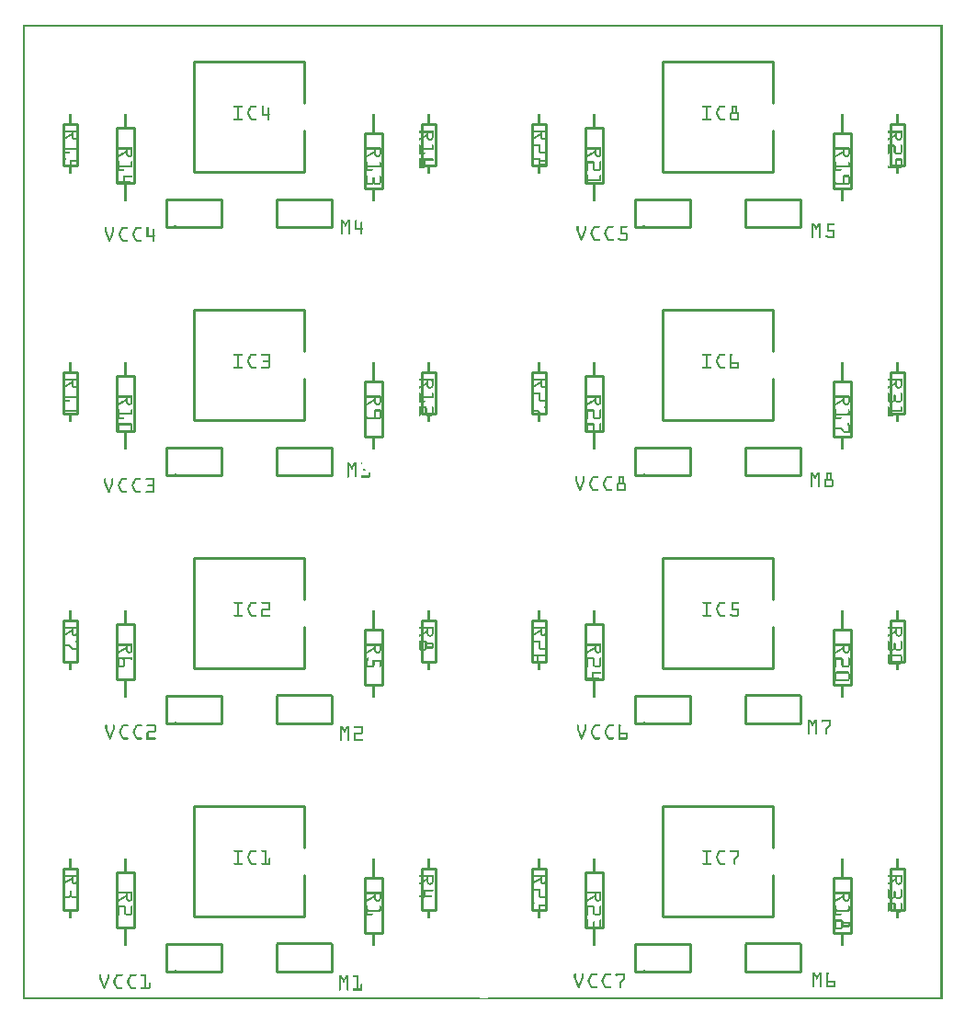
<source format=gto>
G04 MADE WITH FRITZING*
G04 WWW.FRITZING.ORG*
G04 DOUBLE SIDED*
G04 HOLES PLATED*
G04 CONTOUR ON CENTER OF CONTOUR VECTOR*
%ASAXBY*%
%FSLAX23Y23*%
%MOIN*%
%OFA0B0*%
%SFA1.0B1.0*%
%ADD10C,0.010000*%
%ADD11R,0.001000X0.001000*%
%LNSILK1*%
G90*
G70*
G54D10*
X1304Y443D02*
X1304Y243D01*
D02*
X1304Y243D02*
X1238Y243D01*
D02*
X1238Y243D02*
X1238Y443D01*
D02*
X1238Y443D02*
X1304Y443D01*
D02*
X338Y262D02*
X338Y462D01*
D02*
X338Y462D02*
X404Y462D01*
D02*
X404Y462D02*
X404Y262D01*
D02*
X404Y262D02*
X338Y262D01*
D02*
X1021Y703D02*
X621Y703D01*
D02*
X621Y703D02*
X621Y303D01*
D02*
X621Y303D02*
X1021Y303D01*
D02*
X1021Y703D02*
X1021Y553D01*
D02*
X1021Y453D02*
X1021Y303D01*
D02*
X196Y478D02*
X196Y328D01*
D02*
X196Y328D02*
X146Y328D01*
D02*
X146Y328D02*
X146Y478D01*
D02*
X146Y478D02*
X196Y478D01*
D02*
X1496Y478D02*
X1496Y328D01*
D02*
X1496Y328D02*
X1446Y328D01*
D02*
X1446Y328D02*
X1446Y478D01*
D02*
X1446Y478D02*
X1496Y478D01*
D02*
X521Y103D02*
X721Y103D01*
D02*
X721Y103D02*
X721Y203D01*
D02*
X721Y203D02*
X521Y203D01*
D02*
X521Y203D02*
X521Y103D01*
D02*
X921Y203D02*
X921Y103D01*
D02*
X921Y103D02*
X1121Y103D01*
D02*
X1121Y103D02*
X1121Y203D01*
D02*
X1304Y1343D02*
X1304Y1143D01*
D02*
X1304Y1143D02*
X1238Y1143D01*
D02*
X1238Y1143D02*
X1238Y1343D01*
D02*
X1238Y1343D02*
X1304Y1343D01*
D02*
X338Y1162D02*
X338Y1362D01*
D02*
X338Y1362D02*
X404Y1362D01*
D02*
X404Y1362D02*
X404Y1162D01*
D02*
X404Y1162D02*
X338Y1162D01*
D02*
X1021Y1603D02*
X621Y1603D01*
D02*
X621Y1603D02*
X621Y1203D01*
D02*
X621Y1203D02*
X1021Y1203D01*
D02*
X1021Y1603D02*
X1021Y1453D01*
D02*
X1021Y1353D02*
X1021Y1203D01*
D02*
X196Y1378D02*
X196Y1228D01*
D02*
X196Y1228D02*
X146Y1228D01*
D02*
X146Y1228D02*
X146Y1378D01*
D02*
X146Y1378D02*
X196Y1378D01*
D02*
X1496Y1378D02*
X1496Y1228D01*
D02*
X1496Y1228D02*
X1446Y1228D01*
D02*
X1446Y1228D02*
X1446Y1378D01*
D02*
X1446Y1378D02*
X1496Y1378D01*
D02*
X521Y1003D02*
X721Y1003D01*
D02*
X721Y1003D02*
X721Y1103D01*
D02*
X721Y1103D02*
X521Y1103D01*
D02*
X521Y1103D02*
X521Y1003D01*
D02*
X921Y1103D02*
X921Y1003D01*
D02*
X921Y1003D02*
X1121Y1003D01*
D02*
X1121Y1003D02*
X1121Y1103D01*
D02*
X1304Y2243D02*
X1304Y2043D01*
D02*
X1304Y2043D02*
X1238Y2043D01*
D02*
X1238Y2043D02*
X1238Y2243D01*
D02*
X1238Y2243D02*
X1304Y2243D01*
D02*
X338Y2062D02*
X338Y2262D01*
D02*
X338Y2262D02*
X404Y2262D01*
D02*
X404Y2262D02*
X404Y2062D01*
D02*
X404Y2062D02*
X338Y2062D01*
D02*
X1021Y2503D02*
X621Y2503D01*
D02*
X621Y2503D02*
X621Y2103D01*
D02*
X621Y2103D02*
X1021Y2103D01*
D02*
X1021Y2503D02*
X1021Y2353D01*
D02*
X1021Y2253D02*
X1021Y2103D01*
D02*
X196Y2278D02*
X196Y2128D01*
D02*
X196Y2128D02*
X146Y2128D01*
D02*
X146Y2128D02*
X146Y2278D01*
D02*
X146Y2278D02*
X196Y2278D01*
D02*
X1496Y2278D02*
X1496Y2128D01*
D02*
X1496Y2128D02*
X1446Y2128D01*
D02*
X1446Y2128D02*
X1446Y2278D01*
D02*
X1446Y2278D02*
X1496Y2278D01*
D02*
X521Y1903D02*
X721Y1903D01*
D02*
X721Y1903D02*
X721Y2003D01*
D02*
X721Y2003D02*
X521Y2003D01*
D02*
X521Y2003D02*
X521Y1903D01*
D02*
X1121Y2003D02*
X921Y2003D01*
D02*
X921Y2003D02*
X921Y1903D01*
D02*
X921Y1903D02*
X1121Y1903D01*
D02*
X1121Y1903D02*
X1121Y2003D01*
D02*
X1304Y3143D02*
X1304Y2943D01*
D02*
X1304Y2943D02*
X1238Y2943D01*
D02*
X1238Y2943D02*
X1238Y3143D01*
D02*
X1238Y3143D02*
X1304Y3143D01*
D02*
X338Y2962D02*
X338Y3162D01*
D02*
X338Y3162D02*
X404Y3162D01*
D02*
X404Y3162D02*
X404Y2962D01*
D02*
X404Y2962D02*
X338Y2962D01*
D02*
X1021Y3403D02*
X621Y3403D01*
D02*
X621Y3403D02*
X621Y3003D01*
D02*
X621Y3003D02*
X1021Y3003D01*
D02*
X1021Y3403D02*
X1021Y3253D01*
D02*
X1021Y3153D02*
X1021Y3003D01*
D02*
X196Y3178D02*
X196Y3028D01*
D02*
X196Y3028D02*
X146Y3028D01*
D02*
X146Y3028D02*
X146Y3178D01*
D02*
X146Y3178D02*
X196Y3178D01*
D02*
X1496Y3178D02*
X1496Y3028D01*
D02*
X1496Y3028D02*
X1446Y3028D01*
D02*
X1446Y3028D02*
X1446Y3178D01*
D02*
X1446Y3178D02*
X1496Y3178D01*
D02*
X521Y2803D02*
X721Y2803D01*
D02*
X721Y2803D02*
X721Y2903D01*
D02*
X721Y2903D02*
X521Y2903D01*
D02*
X521Y2903D02*
X521Y2803D01*
D02*
X1121Y2903D02*
X921Y2903D01*
D02*
X921Y2903D02*
X921Y2803D01*
D02*
X921Y2803D02*
X1121Y2803D01*
D02*
X1121Y2803D02*
X1121Y2903D01*
D02*
X3004Y2243D02*
X3004Y2043D01*
D02*
X3004Y2043D02*
X2938Y2043D01*
D02*
X2938Y2043D02*
X2938Y2243D01*
D02*
X2938Y2243D02*
X3004Y2243D01*
D02*
X3004Y443D02*
X3004Y243D01*
D02*
X3004Y243D02*
X2938Y243D01*
D02*
X2938Y243D02*
X2938Y443D01*
D02*
X2938Y443D02*
X3004Y443D01*
D02*
X3004Y3143D02*
X3004Y2943D01*
D02*
X3004Y2943D02*
X2938Y2943D01*
D02*
X2938Y2943D02*
X2938Y3143D01*
D02*
X2938Y3143D02*
X3004Y3143D01*
D02*
X3004Y1343D02*
X3004Y1143D01*
D02*
X3004Y1143D02*
X2938Y1143D01*
D02*
X2938Y1143D02*
X2938Y1343D01*
D02*
X2938Y1343D02*
X3004Y1343D01*
D02*
X2038Y2962D02*
X2038Y3162D01*
D02*
X2038Y3162D02*
X2104Y3162D01*
D02*
X2104Y3162D02*
X2104Y2962D01*
D02*
X2104Y2962D02*
X2038Y2962D01*
D02*
X2038Y2062D02*
X2038Y2262D01*
D02*
X2038Y2262D02*
X2104Y2262D01*
D02*
X2104Y2262D02*
X2104Y2062D01*
D02*
X2104Y2062D02*
X2038Y2062D01*
D02*
X2038Y262D02*
X2038Y462D01*
D02*
X2038Y462D02*
X2104Y462D01*
D02*
X2104Y462D02*
X2104Y262D01*
D02*
X2104Y262D02*
X2038Y262D01*
D02*
X2038Y1162D02*
X2038Y1362D01*
D02*
X2038Y1362D02*
X2104Y1362D01*
D02*
X2104Y1362D02*
X2104Y1162D01*
D02*
X2104Y1162D02*
X2038Y1162D01*
D02*
X2721Y1603D02*
X2321Y1603D01*
D02*
X2321Y1603D02*
X2321Y1203D01*
D02*
X2321Y1203D02*
X2721Y1203D01*
D02*
X2721Y1603D02*
X2721Y1453D01*
D02*
X2721Y1353D02*
X2721Y1203D01*
D02*
X2721Y2503D02*
X2321Y2503D01*
D02*
X2321Y2503D02*
X2321Y2103D01*
D02*
X2321Y2103D02*
X2721Y2103D01*
D02*
X2721Y2503D02*
X2721Y2353D01*
D02*
X2721Y2253D02*
X2721Y2103D01*
D02*
X2721Y703D02*
X2321Y703D01*
D02*
X2321Y703D02*
X2321Y303D01*
D02*
X2321Y303D02*
X2721Y303D01*
D02*
X2721Y703D02*
X2721Y553D01*
D02*
X2721Y453D02*
X2721Y303D01*
D02*
X2721Y3403D02*
X2321Y3403D01*
D02*
X2321Y3403D02*
X2321Y3003D01*
D02*
X2321Y3003D02*
X2721Y3003D01*
D02*
X2721Y3403D02*
X2721Y3253D01*
D02*
X2721Y3153D02*
X2721Y3003D01*
D02*
X1896Y478D02*
X1896Y328D01*
D02*
X1896Y328D02*
X1846Y328D01*
D02*
X1846Y328D02*
X1846Y478D01*
D02*
X1846Y478D02*
X1896Y478D01*
D02*
X1896Y1378D02*
X1896Y1228D01*
D02*
X1896Y1228D02*
X1846Y1228D01*
D02*
X1846Y1228D02*
X1846Y1378D01*
D02*
X1846Y1378D02*
X1896Y1378D01*
D02*
X1896Y2278D02*
X1896Y2128D01*
D02*
X1896Y2128D02*
X1846Y2128D01*
D02*
X1846Y2128D02*
X1846Y2278D01*
D02*
X1846Y2278D02*
X1896Y2278D01*
D02*
X1896Y3178D02*
X1896Y3028D01*
D02*
X1896Y3028D02*
X1846Y3028D01*
D02*
X1846Y3028D02*
X1846Y3178D01*
D02*
X1846Y3178D02*
X1896Y3178D01*
D02*
X3196Y3178D02*
X3196Y3028D01*
D02*
X3196Y3028D02*
X3146Y3028D01*
D02*
X3146Y3028D02*
X3146Y3178D01*
D02*
X3146Y3178D02*
X3196Y3178D01*
D02*
X3196Y1378D02*
X3196Y1228D01*
D02*
X3196Y1228D02*
X3146Y1228D01*
D02*
X3146Y1228D02*
X3146Y1378D01*
D02*
X3146Y1378D02*
X3196Y1378D01*
D02*
X3196Y2278D02*
X3196Y2128D01*
D02*
X3196Y2128D02*
X3146Y2128D01*
D02*
X3146Y2128D02*
X3146Y2278D01*
D02*
X3146Y2278D02*
X3196Y2278D01*
D02*
X3196Y478D02*
X3196Y328D01*
D02*
X3196Y328D02*
X3146Y328D01*
D02*
X3146Y328D02*
X3146Y478D01*
D02*
X3146Y478D02*
X3196Y478D01*
D02*
X2221Y2803D02*
X2421Y2803D01*
D02*
X2421Y2803D02*
X2421Y2903D01*
D02*
X2421Y2903D02*
X2221Y2903D01*
D02*
X2221Y2903D02*
X2221Y2803D01*
D02*
X2221Y1003D02*
X2421Y1003D01*
D02*
X2421Y1003D02*
X2421Y1103D01*
D02*
X2421Y1103D02*
X2221Y1103D01*
D02*
X2221Y1103D02*
X2221Y1003D01*
D02*
X2221Y103D02*
X2421Y103D01*
D02*
X2421Y103D02*
X2421Y203D01*
D02*
X2421Y203D02*
X2221Y203D01*
D02*
X2221Y203D02*
X2221Y103D01*
D02*
X2221Y1903D02*
X2421Y1903D01*
D02*
X2421Y1903D02*
X2421Y2003D01*
D02*
X2421Y2003D02*
X2221Y2003D01*
D02*
X2221Y2003D02*
X2221Y1903D01*
D02*
X2821Y2903D02*
X2621Y2903D01*
D02*
X2621Y2903D02*
X2621Y2803D01*
D02*
X2621Y2803D02*
X2821Y2803D01*
D02*
X2821Y2803D02*
X2821Y2903D01*
D02*
X2621Y203D02*
X2621Y103D01*
D02*
X2621Y103D02*
X2821Y103D01*
D02*
X2821Y103D02*
X2821Y203D01*
D02*
X2621Y1103D02*
X2621Y1003D01*
D02*
X2621Y1003D02*
X2821Y1003D01*
D02*
X2821Y1003D02*
X2821Y1103D01*
D02*
X2821Y2003D02*
X2621Y2003D01*
D02*
X2621Y2003D02*
X2621Y1903D01*
D02*
X2621Y1903D02*
X2821Y1903D01*
D02*
X2821Y1903D02*
X2821Y2003D01*
G54D11*
X0Y3537D02*
X3334Y3537D01*
X0Y3536D02*
X3334Y3536D01*
X0Y3535D02*
X3334Y3535D01*
X0Y3534D02*
X3334Y3534D01*
X0Y3533D02*
X3334Y3533D01*
X0Y3532D02*
X3334Y3532D01*
X0Y3531D02*
X3334Y3531D01*
X0Y3530D02*
X3334Y3530D01*
X0Y3529D02*
X7Y3529D01*
X3327Y3529D02*
X3334Y3529D01*
X0Y3528D02*
X7Y3528D01*
X3327Y3528D02*
X3334Y3528D01*
X0Y3527D02*
X7Y3527D01*
X3327Y3527D02*
X3334Y3527D01*
X0Y3526D02*
X7Y3526D01*
X3327Y3526D02*
X3334Y3526D01*
X0Y3525D02*
X7Y3525D01*
X3327Y3525D02*
X3334Y3525D01*
X0Y3524D02*
X7Y3524D01*
X3327Y3524D02*
X3334Y3524D01*
X0Y3523D02*
X7Y3523D01*
X3327Y3523D02*
X3334Y3523D01*
X0Y3522D02*
X7Y3522D01*
X3327Y3522D02*
X3334Y3522D01*
X0Y3521D02*
X7Y3521D01*
X3327Y3521D02*
X3334Y3521D01*
X0Y3520D02*
X7Y3520D01*
X3327Y3520D02*
X3334Y3520D01*
X0Y3519D02*
X7Y3519D01*
X3327Y3519D02*
X3334Y3519D01*
X0Y3518D02*
X7Y3518D01*
X3327Y3518D02*
X3334Y3518D01*
X0Y3517D02*
X7Y3517D01*
X3327Y3517D02*
X3334Y3517D01*
X0Y3516D02*
X7Y3516D01*
X3327Y3516D02*
X3334Y3516D01*
X0Y3515D02*
X7Y3515D01*
X3327Y3515D02*
X3334Y3515D01*
X0Y3514D02*
X7Y3514D01*
X3327Y3514D02*
X3334Y3514D01*
X0Y3513D02*
X7Y3513D01*
X3327Y3513D02*
X3334Y3513D01*
X0Y3512D02*
X7Y3512D01*
X3327Y3512D02*
X3334Y3512D01*
X0Y3511D02*
X7Y3511D01*
X3327Y3511D02*
X3334Y3511D01*
X0Y3510D02*
X7Y3510D01*
X3327Y3510D02*
X3334Y3510D01*
X0Y3509D02*
X7Y3509D01*
X3327Y3509D02*
X3334Y3509D01*
X0Y3508D02*
X7Y3508D01*
X3327Y3508D02*
X3334Y3508D01*
X0Y3507D02*
X7Y3507D01*
X3327Y3507D02*
X3334Y3507D01*
X0Y3506D02*
X7Y3506D01*
X3327Y3506D02*
X3334Y3506D01*
X0Y3505D02*
X7Y3505D01*
X3327Y3505D02*
X3334Y3505D01*
X0Y3504D02*
X7Y3504D01*
X3327Y3504D02*
X3334Y3504D01*
X0Y3503D02*
X7Y3503D01*
X3327Y3503D02*
X3334Y3503D01*
X0Y3502D02*
X7Y3502D01*
X3327Y3502D02*
X3334Y3502D01*
X0Y3501D02*
X7Y3501D01*
X3327Y3501D02*
X3334Y3501D01*
X0Y3500D02*
X7Y3500D01*
X3327Y3500D02*
X3334Y3500D01*
X0Y3499D02*
X7Y3499D01*
X3327Y3499D02*
X3334Y3499D01*
X0Y3498D02*
X7Y3498D01*
X3327Y3498D02*
X3334Y3498D01*
X0Y3497D02*
X7Y3497D01*
X3327Y3497D02*
X3334Y3497D01*
X0Y3496D02*
X7Y3496D01*
X3327Y3496D02*
X3334Y3496D01*
X0Y3495D02*
X7Y3495D01*
X3327Y3495D02*
X3334Y3495D01*
X0Y3494D02*
X7Y3494D01*
X3327Y3494D02*
X3334Y3494D01*
X0Y3493D02*
X7Y3493D01*
X3327Y3493D02*
X3334Y3493D01*
X0Y3492D02*
X7Y3492D01*
X3327Y3492D02*
X3334Y3492D01*
X0Y3491D02*
X7Y3491D01*
X3327Y3491D02*
X3334Y3491D01*
X0Y3490D02*
X7Y3490D01*
X3327Y3490D02*
X3334Y3490D01*
X0Y3489D02*
X7Y3489D01*
X3327Y3489D02*
X3334Y3489D01*
X0Y3488D02*
X7Y3488D01*
X3327Y3488D02*
X3334Y3488D01*
X0Y3487D02*
X7Y3487D01*
X3327Y3487D02*
X3334Y3487D01*
X0Y3486D02*
X7Y3486D01*
X3327Y3486D02*
X3334Y3486D01*
X0Y3485D02*
X7Y3485D01*
X3327Y3485D02*
X3334Y3485D01*
X0Y3484D02*
X7Y3484D01*
X3327Y3484D02*
X3334Y3484D01*
X0Y3483D02*
X7Y3483D01*
X3327Y3483D02*
X3334Y3483D01*
X0Y3482D02*
X7Y3482D01*
X3327Y3482D02*
X3334Y3482D01*
X0Y3481D02*
X7Y3481D01*
X3327Y3481D02*
X3334Y3481D01*
X0Y3480D02*
X7Y3480D01*
X3327Y3480D02*
X3334Y3480D01*
X0Y3479D02*
X7Y3479D01*
X3327Y3479D02*
X3334Y3479D01*
X0Y3478D02*
X7Y3478D01*
X3327Y3478D02*
X3334Y3478D01*
X0Y3477D02*
X7Y3477D01*
X3327Y3477D02*
X3334Y3477D01*
X0Y3476D02*
X7Y3476D01*
X3327Y3476D02*
X3334Y3476D01*
X0Y3475D02*
X7Y3475D01*
X3327Y3475D02*
X3334Y3475D01*
X0Y3474D02*
X7Y3474D01*
X3327Y3474D02*
X3334Y3474D01*
X0Y3473D02*
X7Y3473D01*
X3327Y3473D02*
X3334Y3473D01*
X0Y3472D02*
X7Y3472D01*
X3327Y3472D02*
X3334Y3472D01*
X0Y3471D02*
X7Y3471D01*
X3327Y3471D02*
X3334Y3471D01*
X0Y3470D02*
X7Y3470D01*
X3327Y3470D02*
X3334Y3470D01*
X0Y3469D02*
X7Y3469D01*
X3327Y3469D02*
X3334Y3469D01*
X0Y3468D02*
X7Y3468D01*
X3327Y3468D02*
X3334Y3468D01*
X0Y3467D02*
X7Y3467D01*
X3327Y3467D02*
X3334Y3467D01*
X0Y3466D02*
X7Y3466D01*
X3327Y3466D02*
X3334Y3466D01*
X0Y3465D02*
X7Y3465D01*
X3327Y3465D02*
X3334Y3465D01*
X0Y3464D02*
X7Y3464D01*
X3327Y3464D02*
X3334Y3464D01*
X0Y3463D02*
X7Y3463D01*
X3327Y3463D02*
X3334Y3463D01*
X0Y3462D02*
X7Y3462D01*
X3327Y3462D02*
X3334Y3462D01*
X0Y3461D02*
X7Y3461D01*
X3327Y3461D02*
X3334Y3461D01*
X0Y3460D02*
X7Y3460D01*
X3327Y3460D02*
X3334Y3460D01*
X0Y3459D02*
X7Y3459D01*
X3327Y3459D02*
X3334Y3459D01*
X0Y3458D02*
X7Y3458D01*
X3327Y3458D02*
X3334Y3458D01*
X0Y3457D02*
X7Y3457D01*
X3327Y3457D02*
X3334Y3457D01*
X0Y3456D02*
X7Y3456D01*
X3327Y3456D02*
X3334Y3456D01*
X0Y3455D02*
X7Y3455D01*
X3327Y3455D02*
X3334Y3455D01*
X0Y3454D02*
X7Y3454D01*
X3327Y3454D02*
X3334Y3454D01*
X0Y3453D02*
X7Y3453D01*
X3327Y3453D02*
X3334Y3453D01*
X0Y3452D02*
X7Y3452D01*
X3327Y3452D02*
X3334Y3452D01*
X0Y3451D02*
X7Y3451D01*
X3327Y3451D02*
X3334Y3451D01*
X0Y3450D02*
X7Y3450D01*
X3327Y3450D02*
X3334Y3450D01*
X0Y3449D02*
X7Y3449D01*
X3327Y3449D02*
X3334Y3449D01*
X0Y3448D02*
X7Y3448D01*
X3327Y3448D02*
X3334Y3448D01*
X0Y3447D02*
X7Y3447D01*
X3327Y3447D02*
X3334Y3447D01*
X0Y3446D02*
X7Y3446D01*
X3327Y3446D02*
X3334Y3446D01*
X0Y3445D02*
X7Y3445D01*
X3327Y3445D02*
X3334Y3445D01*
X0Y3444D02*
X7Y3444D01*
X3327Y3444D02*
X3334Y3444D01*
X0Y3443D02*
X7Y3443D01*
X3327Y3443D02*
X3334Y3443D01*
X0Y3442D02*
X7Y3442D01*
X3327Y3442D02*
X3334Y3442D01*
X0Y3441D02*
X7Y3441D01*
X3327Y3441D02*
X3334Y3441D01*
X0Y3440D02*
X7Y3440D01*
X3327Y3440D02*
X3334Y3440D01*
X0Y3439D02*
X7Y3439D01*
X3327Y3439D02*
X3334Y3439D01*
X0Y3438D02*
X7Y3438D01*
X3327Y3438D02*
X3334Y3438D01*
X0Y3437D02*
X7Y3437D01*
X3327Y3437D02*
X3334Y3437D01*
X0Y3436D02*
X7Y3436D01*
X3327Y3436D02*
X3334Y3436D01*
X0Y3435D02*
X7Y3435D01*
X3327Y3435D02*
X3334Y3435D01*
X0Y3434D02*
X7Y3434D01*
X3327Y3434D02*
X3334Y3434D01*
X0Y3433D02*
X7Y3433D01*
X3327Y3433D02*
X3334Y3433D01*
X0Y3432D02*
X7Y3432D01*
X3327Y3432D02*
X3334Y3432D01*
X0Y3431D02*
X7Y3431D01*
X3327Y3431D02*
X3334Y3431D01*
X0Y3430D02*
X7Y3430D01*
X3327Y3430D02*
X3334Y3430D01*
X0Y3429D02*
X7Y3429D01*
X3327Y3429D02*
X3334Y3429D01*
X0Y3428D02*
X7Y3428D01*
X3327Y3428D02*
X3334Y3428D01*
X0Y3427D02*
X7Y3427D01*
X3327Y3427D02*
X3334Y3427D01*
X0Y3426D02*
X7Y3426D01*
X3327Y3426D02*
X3334Y3426D01*
X0Y3425D02*
X7Y3425D01*
X3327Y3425D02*
X3334Y3425D01*
X0Y3424D02*
X7Y3424D01*
X3327Y3424D02*
X3334Y3424D01*
X0Y3423D02*
X7Y3423D01*
X3327Y3423D02*
X3334Y3423D01*
X0Y3422D02*
X7Y3422D01*
X3327Y3422D02*
X3334Y3422D01*
X0Y3421D02*
X7Y3421D01*
X3327Y3421D02*
X3334Y3421D01*
X0Y3420D02*
X7Y3420D01*
X3327Y3420D02*
X3334Y3420D01*
X0Y3419D02*
X7Y3419D01*
X3327Y3419D02*
X3334Y3419D01*
X0Y3418D02*
X7Y3418D01*
X3327Y3418D02*
X3334Y3418D01*
X0Y3417D02*
X7Y3417D01*
X3327Y3417D02*
X3334Y3417D01*
X0Y3416D02*
X7Y3416D01*
X3327Y3416D02*
X3334Y3416D01*
X0Y3415D02*
X7Y3415D01*
X3327Y3415D02*
X3334Y3415D01*
X0Y3414D02*
X7Y3414D01*
X3327Y3414D02*
X3334Y3414D01*
X0Y3413D02*
X7Y3413D01*
X3327Y3413D02*
X3334Y3413D01*
X0Y3412D02*
X7Y3412D01*
X3327Y3412D02*
X3334Y3412D01*
X0Y3411D02*
X7Y3411D01*
X3327Y3411D02*
X3334Y3411D01*
X0Y3410D02*
X7Y3410D01*
X3327Y3410D02*
X3334Y3410D01*
X0Y3409D02*
X7Y3409D01*
X3327Y3409D02*
X3334Y3409D01*
X0Y3408D02*
X7Y3408D01*
X3327Y3408D02*
X3334Y3408D01*
X0Y3407D02*
X7Y3407D01*
X3327Y3407D02*
X3334Y3407D01*
X0Y3406D02*
X7Y3406D01*
X3327Y3406D02*
X3334Y3406D01*
X0Y3405D02*
X7Y3405D01*
X3327Y3405D02*
X3334Y3405D01*
X0Y3404D02*
X7Y3404D01*
X3327Y3404D02*
X3334Y3404D01*
X0Y3403D02*
X7Y3403D01*
X3327Y3403D02*
X3334Y3403D01*
X0Y3402D02*
X7Y3402D01*
X3327Y3402D02*
X3334Y3402D01*
X0Y3401D02*
X7Y3401D01*
X3327Y3401D02*
X3334Y3401D01*
X0Y3400D02*
X7Y3400D01*
X3327Y3400D02*
X3334Y3400D01*
X0Y3399D02*
X7Y3399D01*
X3327Y3399D02*
X3334Y3399D01*
X0Y3398D02*
X7Y3398D01*
X3327Y3398D02*
X3334Y3398D01*
X0Y3397D02*
X7Y3397D01*
X3327Y3397D02*
X3334Y3397D01*
X0Y3396D02*
X7Y3396D01*
X3327Y3396D02*
X3334Y3396D01*
X0Y3395D02*
X7Y3395D01*
X3327Y3395D02*
X3334Y3395D01*
X0Y3394D02*
X7Y3394D01*
X3327Y3394D02*
X3334Y3394D01*
X0Y3393D02*
X7Y3393D01*
X3327Y3393D02*
X3334Y3393D01*
X0Y3392D02*
X7Y3392D01*
X3327Y3392D02*
X3334Y3392D01*
X0Y3391D02*
X7Y3391D01*
X3327Y3391D02*
X3334Y3391D01*
X0Y3390D02*
X7Y3390D01*
X3327Y3390D02*
X3334Y3390D01*
X0Y3389D02*
X7Y3389D01*
X3327Y3389D02*
X3334Y3389D01*
X0Y3388D02*
X7Y3388D01*
X3327Y3388D02*
X3334Y3388D01*
X0Y3387D02*
X7Y3387D01*
X3327Y3387D02*
X3334Y3387D01*
X0Y3386D02*
X7Y3386D01*
X3327Y3386D02*
X3334Y3386D01*
X0Y3385D02*
X7Y3385D01*
X3327Y3385D02*
X3334Y3385D01*
X0Y3384D02*
X7Y3384D01*
X3327Y3384D02*
X3334Y3384D01*
X0Y3383D02*
X7Y3383D01*
X3327Y3383D02*
X3334Y3383D01*
X0Y3382D02*
X7Y3382D01*
X3327Y3382D02*
X3334Y3382D01*
X0Y3381D02*
X7Y3381D01*
X3327Y3381D02*
X3334Y3381D01*
X0Y3380D02*
X7Y3380D01*
X3327Y3380D02*
X3334Y3380D01*
X0Y3379D02*
X7Y3379D01*
X3327Y3379D02*
X3334Y3379D01*
X0Y3378D02*
X7Y3378D01*
X3327Y3378D02*
X3334Y3378D01*
X0Y3377D02*
X7Y3377D01*
X3327Y3377D02*
X3334Y3377D01*
X0Y3376D02*
X7Y3376D01*
X3327Y3376D02*
X3334Y3376D01*
X0Y3375D02*
X7Y3375D01*
X3327Y3375D02*
X3334Y3375D01*
X0Y3374D02*
X7Y3374D01*
X3327Y3374D02*
X3334Y3374D01*
X0Y3373D02*
X7Y3373D01*
X3327Y3373D02*
X3334Y3373D01*
X0Y3372D02*
X7Y3372D01*
X3327Y3372D02*
X3334Y3372D01*
X0Y3371D02*
X7Y3371D01*
X3327Y3371D02*
X3334Y3371D01*
X0Y3370D02*
X7Y3370D01*
X3327Y3370D02*
X3334Y3370D01*
X0Y3369D02*
X7Y3369D01*
X3327Y3369D02*
X3334Y3369D01*
X0Y3368D02*
X7Y3368D01*
X3327Y3368D02*
X3334Y3368D01*
X0Y3367D02*
X7Y3367D01*
X3327Y3367D02*
X3334Y3367D01*
X0Y3366D02*
X7Y3366D01*
X3327Y3366D02*
X3334Y3366D01*
X0Y3365D02*
X7Y3365D01*
X3327Y3365D02*
X3334Y3365D01*
X0Y3364D02*
X7Y3364D01*
X3327Y3364D02*
X3334Y3364D01*
X0Y3363D02*
X7Y3363D01*
X3327Y3363D02*
X3334Y3363D01*
X0Y3362D02*
X7Y3362D01*
X3327Y3362D02*
X3334Y3362D01*
X0Y3361D02*
X7Y3361D01*
X3327Y3361D02*
X3334Y3361D01*
X0Y3360D02*
X7Y3360D01*
X3327Y3360D02*
X3334Y3360D01*
X0Y3359D02*
X7Y3359D01*
X3327Y3359D02*
X3334Y3359D01*
X0Y3358D02*
X7Y3358D01*
X3327Y3358D02*
X3334Y3358D01*
X0Y3357D02*
X7Y3357D01*
X3327Y3357D02*
X3334Y3357D01*
X0Y3356D02*
X7Y3356D01*
X3327Y3356D02*
X3334Y3356D01*
X0Y3355D02*
X7Y3355D01*
X3327Y3355D02*
X3334Y3355D01*
X0Y3354D02*
X7Y3354D01*
X3327Y3354D02*
X3334Y3354D01*
X0Y3353D02*
X7Y3353D01*
X3327Y3353D02*
X3334Y3353D01*
X0Y3352D02*
X7Y3352D01*
X3327Y3352D02*
X3334Y3352D01*
X0Y3351D02*
X7Y3351D01*
X3327Y3351D02*
X3334Y3351D01*
X0Y3350D02*
X7Y3350D01*
X3327Y3350D02*
X3334Y3350D01*
X0Y3349D02*
X7Y3349D01*
X3327Y3349D02*
X3334Y3349D01*
X0Y3348D02*
X7Y3348D01*
X3327Y3348D02*
X3334Y3348D01*
X0Y3347D02*
X7Y3347D01*
X3327Y3347D02*
X3334Y3347D01*
X0Y3346D02*
X7Y3346D01*
X3327Y3346D02*
X3334Y3346D01*
X0Y3345D02*
X7Y3345D01*
X3327Y3345D02*
X3334Y3345D01*
X0Y3344D02*
X7Y3344D01*
X3327Y3344D02*
X3334Y3344D01*
X0Y3343D02*
X7Y3343D01*
X3327Y3343D02*
X3334Y3343D01*
X0Y3342D02*
X7Y3342D01*
X3327Y3342D02*
X3334Y3342D01*
X0Y3341D02*
X7Y3341D01*
X3327Y3341D02*
X3334Y3341D01*
X0Y3340D02*
X7Y3340D01*
X3327Y3340D02*
X3334Y3340D01*
X0Y3339D02*
X7Y3339D01*
X3327Y3339D02*
X3334Y3339D01*
X0Y3338D02*
X7Y3338D01*
X3327Y3338D02*
X3334Y3338D01*
X0Y3337D02*
X7Y3337D01*
X3327Y3337D02*
X3334Y3337D01*
X0Y3336D02*
X7Y3336D01*
X3327Y3336D02*
X3334Y3336D01*
X0Y3335D02*
X7Y3335D01*
X3327Y3335D02*
X3334Y3335D01*
X0Y3334D02*
X7Y3334D01*
X3327Y3334D02*
X3334Y3334D01*
X0Y3333D02*
X7Y3333D01*
X3327Y3333D02*
X3334Y3333D01*
X0Y3332D02*
X7Y3332D01*
X3327Y3332D02*
X3334Y3332D01*
X0Y3331D02*
X7Y3331D01*
X3327Y3331D02*
X3334Y3331D01*
X0Y3330D02*
X7Y3330D01*
X3327Y3330D02*
X3334Y3330D01*
X0Y3329D02*
X7Y3329D01*
X3327Y3329D02*
X3334Y3329D01*
X0Y3328D02*
X7Y3328D01*
X3327Y3328D02*
X3334Y3328D01*
X0Y3327D02*
X7Y3327D01*
X3327Y3327D02*
X3334Y3327D01*
X0Y3326D02*
X7Y3326D01*
X3327Y3326D02*
X3334Y3326D01*
X0Y3325D02*
X7Y3325D01*
X3327Y3325D02*
X3334Y3325D01*
X0Y3324D02*
X7Y3324D01*
X3327Y3324D02*
X3334Y3324D01*
X0Y3323D02*
X7Y3323D01*
X3327Y3323D02*
X3334Y3323D01*
X0Y3322D02*
X7Y3322D01*
X3327Y3322D02*
X3334Y3322D01*
X0Y3321D02*
X7Y3321D01*
X3327Y3321D02*
X3334Y3321D01*
X0Y3320D02*
X7Y3320D01*
X3327Y3320D02*
X3334Y3320D01*
X0Y3319D02*
X7Y3319D01*
X3327Y3319D02*
X3334Y3319D01*
X0Y3318D02*
X7Y3318D01*
X3327Y3318D02*
X3334Y3318D01*
X0Y3317D02*
X7Y3317D01*
X3327Y3317D02*
X3334Y3317D01*
X0Y3316D02*
X7Y3316D01*
X3327Y3316D02*
X3334Y3316D01*
X0Y3315D02*
X7Y3315D01*
X3327Y3315D02*
X3334Y3315D01*
X0Y3314D02*
X7Y3314D01*
X3327Y3314D02*
X3334Y3314D01*
X0Y3313D02*
X7Y3313D01*
X3327Y3313D02*
X3334Y3313D01*
X0Y3312D02*
X7Y3312D01*
X3327Y3312D02*
X3334Y3312D01*
X0Y3311D02*
X7Y3311D01*
X3327Y3311D02*
X3334Y3311D01*
X0Y3310D02*
X7Y3310D01*
X3327Y3310D02*
X3334Y3310D01*
X0Y3309D02*
X7Y3309D01*
X3327Y3309D02*
X3334Y3309D01*
X0Y3308D02*
X7Y3308D01*
X3327Y3308D02*
X3334Y3308D01*
X0Y3307D02*
X7Y3307D01*
X3327Y3307D02*
X3334Y3307D01*
X0Y3306D02*
X7Y3306D01*
X3327Y3306D02*
X3334Y3306D01*
X0Y3305D02*
X7Y3305D01*
X3327Y3305D02*
X3334Y3305D01*
X0Y3304D02*
X7Y3304D01*
X3327Y3304D02*
X3334Y3304D01*
X0Y3303D02*
X7Y3303D01*
X3327Y3303D02*
X3334Y3303D01*
X0Y3302D02*
X7Y3302D01*
X3327Y3302D02*
X3334Y3302D01*
X0Y3301D02*
X7Y3301D01*
X3327Y3301D02*
X3334Y3301D01*
X0Y3300D02*
X7Y3300D01*
X3327Y3300D02*
X3334Y3300D01*
X0Y3299D02*
X7Y3299D01*
X3327Y3299D02*
X3334Y3299D01*
X0Y3298D02*
X7Y3298D01*
X3327Y3298D02*
X3334Y3298D01*
X0Y3297D02*
X7Y3297D01*
X3327Y3297D02*
X3334Y3297D01*
X0Y3296D02*
X7Y3296D01*
X3327Y3296D02*
X3334Y3296D01*
X0Y3295D02*
X7Y3295D01*
X3327Y3295D02*
X3334Y3295D01*
X0Y3294D02*
X7Y3294D01*
X3327Y3294D02*
X3334Y3294D01*
X0Y3293D02*
X7Y3293D01*
X3327Y3293D02*
X3334Y3293D01*
X0Y3292D02*
X7Y3292D01*
X3327Y3292D02*
X3334Y3292D01*
X0Y3291D02*
X7Y3291D01*
X3327Y3291D02*
X3334Y3291D01*
X0Y3290D02*
X7Y3290D01*
X3327Y3290D02*
X3334Y3290D01*
X0Y3289D02*
X7Y3289D01*
X3327Y3289D02*
X3334Y3289D01*
X0Y3288D02*
X7Y3288D01*
X3327Y3288D02*
X3334Y3288D01*
X0Y3287D02*
X7Y3287D01*
X3327Y3287D02*
X3334Y3287D01*
X0Y3286D02*
X7Y3286D01*
X3327Y3286D02*
X3334Y3286D01*
X0Y3285D02*
X7Y3285D01*
X3327Y3285D02*
X3334Y3285D01*
X0Y3284D02*
X7Y3284D01*
X3327Y3284D02*
X3334Y3284D01*
X0Y3283D02*
X7Y3283D01*
X3327Y3283D02*
X3334Y3283D01*
X0Y3282D02*
X7Y3282D01*
X3327Y3282D02*
X3334Y3282D01*
X0Y3281D02*
X7Y3281D01*
X3327Y3281D02*
X3334Y3281D01*
X0Y3280D02*
X7Y3280D01*
X3327Y3280D02*
X3334Y3280D01*
X0Y3279D02*
X7Y3279D01*
X3327Y3279D02*
X3334Y3279D01*
X0Y3278D02*
X7Y3278D01*
X3327Y3278D02*
X3334Y3278D01*
X0Y3277D02*
X7Y3277D01*
X3327Y3277D02*
X3334Y3277D01*
X0Y3276D02*
X7Y3276D01*
X3327Y3276D02*
X3334Y3276D01*
X0Y3275D02*
X7Y3275D01*
X3327Y3275D02*
X3334Y3275D01*
X0Y3274D02*
X7Y3274D01*
X3327Y3274D02*
X3334Y3274D01*
X0Y3273D02*
X7Y3273D01*
X3327Y3273D02*
X3334Y3273D01*
X0Y3272D02*
X7Y3272D01*
X3327Y3272D02*
X3334Y3272D01*
X0Y3271D02*
X7Y3271D01*
X3327Y3271D02*
X3334Y3271D01*
X0Y3270D02*
X7Y3270D01*
X3327Y3270D02*
X3334Y3270D01*
X0Y3269D02*
X7Y3269D01*
X3327Y3269D02*
X3334Y3269D01*
X0Y3268D02*
X7Y3268D01*
X3327Y3268D02*
X3334Y3268D01*
X0Y3267D02*
X7Y3267D01*
X3327Y3267D02*
X3334Y3267D01*
X0Y3266D02*
X7Y3266D01*
X3327Y3266D02*
X3334Y3266D01*
X0Y3265D02*
X7Y3265D01*
X3327Y3265D02*
X3334Y3265D01*
X0Y3264D02*
X7Y3264D01*
X3327Y3264D02*
X3334Y3264D01*
X0Y3263D02*
X7Y3263D01*
X3327Y3263D02*
X3334Y3263D01*
X0Y3262D02*
X7Y3262D01*
X3327Y3262D02*
X3334Y3262D01*
X0Y3261D02*
X7Y3261D01*
X3327Y3261D02*
X3334Y3261D01*
X0Y3260D02*
X7Y3260D01*
X3327Y3260D02*
X3334Y3260D01*
X0Y3259D02*
X7Y3259D01*
X3327Y3259D02*
X3334Y3259D01*
X0Y3258D02*
X7Y3258D01*
X3327Y3258D02*
X3334Y3258D01*
X0Y3257D02*
X7Y3257D01*
X3327Y3257D02*
X3334Y3257D01*
X0Y3256D02*
X7Y3256D01*
X3327Y3256D02*
X3334Y3256D01*
X0Y3255D02*
X7Y3255D01*
X3327Y3255D02*
X3334Y3255D01*
X0Y3254D02*
X7Y3254D01*
X3327Y3254D02*
X3334Y3254D01*
X0Y3253D02*
X7Y3253D01*
X3327Y3253D02*
X3334Y3253D01*
X0Y3252D02*
X7Y3252D01*
X3327Y3252D02*
X3334Y3252D01*
X0Y3251D02*
X7Y3251D01*
X3327Y3251D02*
X3334Y3251D01*
X0Y3250D02*
X7Y3250D01*
X3327Y3250D02*
X3334Y3250D01*
X0Y3249D02*
X7Y3249D01*
X3327Y3249D02*
X3334Y3249D01*
X0Y3248D02*
X7Y3248D01*
X3327Y3248D02*
X3334Y3248D01*
X0Y3247D02*
X7Y3247D01*
X3327Y3247D02*
X3334Y3247D01*
X0Y3246D02*
X7Y3246D01*
X3327Y3246D02*
X3334Y3246D01*
X0Y3245D02*
X7Y3245D01*
X3327Y3245D02*
X3334Y3245D01*
X0Y3244D02*
X7Y3244D01*
X3327Y3244D02*
X3334Y3244D01*
X0Y3243D02*
X7Y3243D01*
X764Y3243D02*
X796Y3243D01*
X827Y3243D02*
X846Y3243D01*
X866Y3243D02*
X870Y3243D01*
X2464Y3243D02*
X2496Y3243D01*
X2527Y3243D02*
X2546Y3243D01*
X2571Y3243D02*
X2589Y3243D01*
X3327Y3243D02*
X3334Y3243D01*
X0Y3242D02*
X7Y3242D01*
X764Y3242D02*
X796Y3242D01*
X825Y3242D02*
X846Y3242D01*
X865Y3242D02*
X870Y3242D01*
X2464Y3242D02*
X2496Y3242D01*
X2525Y3242D02*
X2546Y3242D01*
X2571Y3242D02*
X2589Y3242D01*
X3327Y3242D02*
X3334Y3242D01*
X0Y3241D02*
X7Y3241D01*
X763Y3241D02*
X797Y3241D01*
X824Y3241D02*
X847Y3241D01*
X865Y3241D02*
X871Y3241D01*
X2463Y3241D02*
X2497Y3241D01*
X2524Y3241D02*
X2547Y3241D01*
X2570Y3241D02*
X2590Y3241D01*
X3327Y3241D02*
X3334Y3241D01*
X0Y3240D02*
X7Y3240D01*
X763Y3240D02*
X797Y3240D01*
X823Y3240D02*
X847Y3240D01*
X865Y3240D02*
X871Y3240D01*
X2463Y3240D02*
X2497Y3240D01*
X2523Y3240D02*
X2547Y3240D01*
X2570Y3240D02*
X2590Y3240D01*
X3327Y3240D02*
X3334Y3240D01*
X0Y3239D02*
X7Y3239D01*
X764Y3239D02*
X796Y3239D01*
X822Y3239D02*
X846Y3239D01*
X865Y3239D02*
X871Y3239D01*
X2464Y3239D02*
X2496Y3239D01*
X2522Y3239D02*
X2546Y3239D01*
X2570Y3239D02*
X2590Y3239D01*
X3327Y3239D02*
X3334Y3239D01*
X0Y3238D02*
X7Y3238D01*
X764Y3238D02*
X796Y3238D01*
X822Y3238D02*
X846Y3238D01*
X865Y3238D02*
X871Y3238D01*
X2464Y3238D02*
X2496Y3238D01*
X2522Y3238D02*
X2546Y3238D01*
X2570Y3238D02*
X2590Y3238D01*
X3327Y3238D02*
X3334Y3238D01*
X0Y3237D02*
X7Y3237D01*
X766Y3237D02*
X794Y3237D01*
X821Y3237D02*
X844Y3237D01*
X865Y3237D02*
X871Y3237D01*
X887Y3237D02*
X890Y3237D01*
X2466Y3237D02*
X2494Y3237D01*
X2521Y3237D02*
X2544Y3237D01*
X2570Y3237D02*
X2590Y3237D01*
X3327Y3237D02*
X3334Y3237D01*
X0Y3236D02*
X7Y3236D01*
X777Y3236D02*
X783Y3236D01*
X821Y3236D02*
X828Y3236D01*
X865Y3236D02*
X871Y3236D01*
X886Y3236D02*
X891Y3236D01*
X2477Y3236D02*
X2483Y3236D01*
X2521Y3236D02*
X2528Y3236D01*
X2570Y3236D02*
X2576Y3236D01*
X2584Y3236D02*
X2590Y3236D01*
X3327Y3236D02*
X3334Y3236D01*
X0Y3235D02*
X7Y3235D01*
X777Y3235D02*
X783Y3235D01*
X820Y3235D02*
X827Y3235D01*
X865Y3235D02*
X871Y3235D01*
X886Y3235D02*
X891Y3235D01*
X2477Y3235D02*
X2483Y3235D01*
X2520Y3235D02*
X2527Y3235D01*
X2570Y3235D02*
X2576Y3235D01*
X2584Y3235D02*
X2590Y3235D01*
X3327Y3235D02*
X3334Y3235D01*
X0Y3234D02*
X7Y3234D01*
X777Y3234D02*
X783Y3234D01*
X820Y3234D02*
X827Y3234D01*
X865Y3234D02*
X871Y3234D01*
X886Y3234D02*
X892Y3234D01*
X2477Y3234D02*
X2483Y3234D01*
X2520Y3234D02*
X2527Y3234D01*
X2570Y3234D02*
X2576Y3234D01*
X2584Y3234D02*
X2590Y3234D01*
X3327Y3234D02*
X3334Y3234D01*
X0Y3233D02*
X7Y3233D01*
X777Y3233D02*
X783Y3233D01*
X819Y3233D02*
X826Y3233D01*
X865Y3233D02*
X871Y3233D01*
X886Y3233D02*
X892Y3233D01*
X2477Y3233D02*
X2483Y3233D01*
X2519Y3233D02*
X2526Y3233D01*
X2570Y3233D02*
X2576Y3233D01*
X2584Y3233D02*
X2590Y3233D01*
X3327Y3233D02*
X3334Y3233D01*
X0Y3232D02*
X7Y3232D01*
X777Y3232D02*
X783Y3232D01*
X819Y3232D02*
X826Y3232D01*
X865Y3232D02*
X871Y3232D01*
X886Y3232D02*
X892Y3232D01*
X2477Y3232D02*
X2483Y3232D01*
X2519Y3232D02*
X2526Y3232D01*
X2570Y3232D02*
X2576Y3232D01*
X2584Y3232D02*
X2590Y3232D01*
X3327Y3232D02*
X3334Y3232D01*
X0Y3231D02*
X7Y3231D01*
X777Y3231D02*
X783Y3231D01*
X818Y3231D02*
X825Y3231D01*
X865Y3231D02*
X871Y3231D01*
X886Y3231D02*
X892Y3231D01*
X2477Y3231D02*
X2483Y3231D01*
X2518Y3231D02*
X2525Y3231D01*
X2570Y3231D02*
X2576Y3231D01*
X2584Y3231D02*
X2590Y3231D01*
X3327Y3231D02*
X3334Y3231D01*
X0Y3230D02*
X7Y3230D01*
X777Y3230D02*
X783Y3230D01*
X818Y3230D02*
X825Y3230D01*
X865Y3230D02*
X871Y3230D01*
X886Y3230D02*
X892Y3230D01*
X2477Y3230D02*
X2483Y3230D01*
X2518Y3230D02*
X2525Y3230D01*
X2570Y3230D02*
X2576Y3230D01*
X2584Y3230D02*
X2590Y3230D01*
X3327Y3230D02*
X3334Y3230D01*
X0Y3229D02*
X7Y3229D01*
X777Y3229D02*
X783Y3229D01*
X817Y3229D02*
X824Y3229D01*
X865Y3229D02*
X871Y3229D01*
X886Y3229D02*
X892Y3229D01*
X2477Y3229D02*
X2483Y3229D01*
X2517Y3229D02*
X2524Y3229D01*
X2570Y3229D02*
X2576Y3229D01*
X2584Y3229D02*
X2590Y3229D01*
X3327Y3229D02*
X3334Y3229D01*
X0Y3228D02*
X7Y3228D01*
X777Y3228D02*
X783Y3228D01*
X817Y3228D02*
X824Y3228D01*
X865Y3228D02*
X871Y3228D01*
X886Y3228D02*
X892Y3228D01*
X2477Y3228D02*
X2483Y3228D01*
X2517Y3228D02*
X2524Y3228D01*
X2570Y3228D02*
X2576Y3228D01*
X2584Y3228D02*
X2590Y3228D01*
X3327Y3228D02*
X3334Y3228D01*
X0Y3227D02*
X7Y3227D01*
X777Y3227D02*
X783Y3227D01*
X816Y3227D02*
X823Y3227D01*
X865Y3227D02*
X871Y3227D01*
X886Y3227D02*
X892Y3227D01*
X2477Y3227D02*
X2483Y3227D01*
X2516Y3227D02*
X2523Y3227D01*
X2570Y3227D02*
X2576Y3227D01*
X2584Y3227D02*
X2590Y3227D01*
X3327Y3227D02*
X3334Y3227D01*
X0Y3226D02*
X7Y3226D01*
X777Y3226D02*
X783Y3226D01*
X816Y3226D02*
X823Y3226D01*
X865Y3226D02*
X871Y3226D01*
X886Y3226D02*
X892Y3226D01*
X2477Y3226D02*
X2483Y3226D01*
X2516Y3226D02*
X2523Y3226D01*
X2570Y3226D02*
X2576Y3226D01*
X2584Y3226D02*
X2590Y3226D01*
X3327Y3226D02*
X3334Y3226D01*
X0Y3225D02*
X7Y3225D01*
X777Y3225D02*
X783Y3225D01*
X815Y3225D02*
X822Y3225D01*
X865Y3225D02*
X871Y3225D01*
X886Y3225D02*
X892Y3225D01*
X2477Y3225D02*
X2483Y3225D01*
X2515Y3225D02*
X2522Y3225D01*
X2570Y3225D02*
X2576Y3225D01*
X2584Y3225D02*
X2590Y3225D01*
X3327Y3225D02*
X3334Y3225D01*
X0Y3224D02*
X7Y3224D01*
X777Y3224D02*
X783Y3224D01*
X815Y3224D02*
X822Y3224D01*
X865Y3224D02*
X871Y3224D01*
X886Y3224D02*
X892Y3224D01*
X2477Y3224D02*
X2483Y3224D01*
X2515Y3224D02*
X2522Y3224D01*
X2570Y3224D02*
X2576Y3224D01*
X2584Y3224D02*
X2590Y3224D01*
X3327Y3224D02*
X3334Y3224D01*
X0Y3223D02*
X7Y3223D01*
X777Y3223D02*
X783Y3223D01*
X815Y3223D02*
X821Y3223D01*
X865Y3223D02*
X871Y3223D01*
X886Y3223D02*
X892Y3223D01*
X2477Y3223D02*
X2483Y3223D01*
X2515Y3223D02*
X2521Y3223D01*
X2570Y3223D02*
X2576Y3223D01*
X2584Y3223D02*
X2590Y3223D01*
X3327Y3223D02*
X3334Y3223D01*
X0Y3222D02*
X7Y3222D01*
X777Y3222D02*
X783Y3222D01*
X814Y3222D02*
X821Y3222D01*
X865Y3222D02*
X871Y3222D01*
X886Y3222D02*
X892Y3222D01*
X2477Y3222D02*
X2483Y3222D01*
X2514Y3222D02*
X2521Y3222D01*
X2570Y3222D02*
X2576Y3222D01*
X2584Y3222D02*
X2590Y3222D01*
X3327Y3222D02*
X3334Y3222D01*
X0Y3221D02*
X7Y3221D01*
X777Y3221D02*
X783Y3221D01*
X814Y3221D02*
X820Y3221D01*
X865Y3221D02*
X871Y3221D01*
X886Y3221D02*
X892Y3221D01*
X2477Y3221D02*
X2483Y3221D01*
X2514Y3221D02*
X2520Y3221D01*
X2570Y3221D02*
X2576Y3221D01*
X2584Y3221D02*
X2590Y3221D01*
X3327Y3221D02*
X3334Y3221D01*
X0Y3220D02*
X7Y3220D01*
X777Y3220D02*
X783Y3220D01*
X814Y3220D02*
X820Y3220D01*
X865Y3220D02*
X871Y3220D01*
X886Y3220D02*
X892Y3220D01*
X2477Y3220D02*
X2483Y3220D01*
X2514Y3220D02*
X2520Y3220D01*
X2568Y3220D02*
X2592Y3220D01*
X3327Y3220D02*
X3334Y3220D01*
X0Y3219D02*
X7Y3219D01*
X777Y3219D02*
X783Y3219D01*
X813Y3219D02*
X819Y3219D01*
X865Y3219D02*
X871Y3219D01*
X886Y3219D02*
X892Y3219D01*
X2477Y3219D02*
X2483Y3219D01*
X2513Y3219D02*
X2519Y3219D01*
X2566Y3219D02*
X2594Y3219D01*
X3327Y3219D02*
X3334Y3219D01*
X0Y3218D02*
X7Y3218D01*
X777Y3218D02*
X783Y3218D01*
X813Y3218D02*
X819Y3218D01*
X865Y3218D02*
X871Y3218D01*
X886Y3218D02*
X892Y3218D01*
X2477Y3218D02*
X2483Y3218D01*
X2513Y3218D02*
X2519Y3218D01*
X2565Y3218D02*
X2595Y3218D01*
X3327Y3218D02*
X3334Y3218D01*
X0Y3217D02*
X7Y3217D01*
X777Y3217D02*
X783Y3217D01*
X813Y3217D02*
X819Y3217D01*
X865Y3217D02*
X871Y3217D01*
X886Y3217D02*
X892Y3217D01*
X2477Y3217D02*
X2483Y3217D01*
X2513Y3217D02*
X2519Y3217D01*
X2564Y3217D02*
X2596Y3217D01*
X3327Y3217D02*
X3334Y3217D01*
X0Y3216D02*
X7Y3216D01*
X777Y3216D02*
X783Y3216D01*
X813Y3216D02*
X819Y3216D01*
X865Y3216D02*
X871Y3216D01*
X886Y3216D02*
X892Y3216D01*
X2477Y3216D02*
X2483Y3216D01*
X2513Y3216D02*
X2519Y3216D01*
X2564Y3216D02*
X2596Y3216D01*
X3327Y3216D02*
X3334Y3216D01*
X0Y3215D02*
X7Y3215D01*
X777Y3215D02*
X783Y3215D01*
X813Y3215D02*
X819Y3215D01*
X865Y3215D02*
X871Y3215D01*
X886Y3215D02*
X892Y3215D01*
X2477Y3215D02*
X2483Y3215D01*
X2513Y3215D02*
X2519Y3215D01*
X2563Y3215D02*
X2597Y3215D01*
X3327Y3215D02*
X3334Y3215D01*
X0Y3214D02*
X7Y3214D01*
X777Y3214D02*
X783Y3214D01*
X813Y3214D02*
X820Y3214D01*
X865Y3214D02*
X893Y3214D01*
X2477Y3214D02*
X2483Y3214D01*
X2513Y3214D02*
X2520Y3214D01*
X2563Y3214D02*
X2597Y3214D01*
X3327Y3214D02*
X3334Y3214D01*
X0Y3213D02*
X7Y3213D01*
X777Y3213D02*
X783Y3213D01*
X814Y3213D02*
X820Y3213D01*
X865Y3213D02*
X894Y3213D01*
X2477Y3213D02*
X2483Y3213D01*
X2514Y3213D02*
X2520Y3213D01*
X2563Y3213D02*
X2569Y3213D01*
X2591Y3213D02*
X2597Y3213D01*
X3327Y3213D02*
X3334Y3213D01*
X0Y3212D02*
X7Y3212D01*
X777Y3212D02*
X783Y3212D01*
X814Y3212D02*
X821Y3212D01*
X865Y3212D02*
X895Y3212D01*
X2477Y3212D02*
X2483Y3212D01*
X2514Y3212D02*
X2521Y3212D01*
X2563Y3212D02*
X2569Y3212D01*
X2591Y3212D02*
X2597Y3212D01*
X3327Y3212D02*
X3334Y3212D01*
X0Y3211D02*
X7Y3211D01*
X166Y3211D02*
X175Y3211D01*
X366Y3211D02*
X375Y3211D01*
X777Y3211D02*
X783Y3211D01*
X814Y3211D02*
X821Y3211D01*
X865Y3211D02*
X895Y3211D01*
X1266Y3211D02*
X1275Y3211D01*
X1466Y3211D02*
X1475Y3211D01*
X1866Y3211D02*
X1875Y3211D01*
X2066Y3211D02*
X2075Y3211D01*
X2477Y3211D02*
X2483Y3211D01*
X2514Y3211D02*
X2521Y3211D01*
X2563Y3211D02*
X2569Y3211D01*
X2591Y3211D02*
X2597Y3211D01*
X2966Y3211D02*
X2975Y3211D01*
X3166Y3211D02*
X3175Y3211D01*
X3327Y3211D02*
X3334Y3211D01*
X0Y3210D02*
X7Y3210D01*
X166Y3210D02*
X175Y3210D01*
X366Y3210D02*
X375Y3210D01*
X777Y3210D02*
X783Y3210D01*
X815Y3210D02*
X822Y3210D01*
X865Y3210D02*
X895Y3210D01*
X1266Y3210D02*
X1275Y3210D01*
X1466Y3210D02*
X1475Y3210D01*
X1866Y3210D02*
X1875Y3210D01*
X2066Y3210D02*
X2075Y3210D01*
X2477Y3210D02*
X2483Y3210D01*
X2515Y3210D02*
X2522Y3210D01*
X2563Y3210D02*
X2569Y3210D01*
X2591Y3210D02*
X2597Y3210D01*
X2966Y3210D02*
X2975Y3210D01*
X3166Y3210D02*
X3175Y3210D01*
X3327Y3210D02*
X3334Y3210D01*
X0Y3209D02*
X7Y3209D01*
X166Y3209D02*
X175Y3209D01*
X366Y3209D02*
X375Y3209D01*
X777Y3209D02*
X783Y3209D01*
X815Y3209D02*
X822Y3209D01*
X865Y3209D02*
X894Y3209D01*
X1266Y3209D02*
X1275Y3209D01*
X1466Y3209D02*
X1475Y3209D01*
X1866Y3209D02*
X1875Y3209D01*
X2066Y3209D02*
X2075Y3209D01*
X2477Y3209D02*
X2483Y3209D01*
X2515Y3209D02*
X2522Y3209D01*
X2563Y3209D02*
X2569Y3209D01*
X2591Y3209D02*
X2597Y3209D01*
X2966Y3209D02*
X2975Y3209D01*
X3166Y3209D02*
X3175Y3209D01*
X3327Y3209D02*
X3334Y3209D01*
X0Y3208D02*
X7Y3208D01*
X166Y3208D02*
X175Y3208D01*
X366Y3208D02*
X375Y3208D01*
X777Y3208D02*
X783Y3208D01*
X816Y3208D02*
X823Y3208D01*
X865Y3208D02*
X893Y3208D01*
X1266Y3208D02*
X1275Y3208D01*
X1466Y3208D02*
X1475Y3208D01*
X1866Y3208D02*
X1875Y3208D01*
X2066Y3208D02*
X2075Y3208D01*
X2477Y3208D02*
X2483Y3208D01*
X2516Y3208D02*
X2523Y3208D01*
X2563Y3208D02*
X2569Y3208D01*
X2591Y3208D02*
X2597Y3208D01*
X2966Y3208D02*
X2975Y3208D01*
X3166Y3208D02*
X3175Y3208D01*
X3327Y3208D02*
X3334Y3208D01*
X0Y3207D02*
X7Y3207D01*
X166Y3207D02*
X175Y3207D01*
X366Y3207D02*
X375Y3207D01*
X777Y3207D02*
X783Y3207D01*
X816Y3207D02*
X823Y3207D01*
X886Y3207D02*
X892Y3207D01*
X1266Y3207D02*
X1275Y3207D01*
X1466Y3207D02*
X1475Y3207D01*
X1866Y3207D02*
X1875Y3207D01*
X2066Y3207D02*
X2075Y3207D01*
X2477Y3207D02*
X2483Y3207D01*
X2516Y3207D02*
X2523Y3207D01*
X2563Y3207D02*
X2569Y3207D01*
X2591Y3207D02*
X2597Y3207D01*
X2966Y3207D02*
X2975Y3207D01*
X3166Y3207D02*
X3175Y3207D01*
X3327Y3207D02*
X3334Y3207D01*
X0Y3206D02*
X7Y3206D01*
X166Y3206D02*
X175Y3206D01*
X366Y3206D02*
X375Y3206D01*
X777Y3206D02*
X783Y3206D01*
X817Y3206D02*
X824Y3206D01*
X886Y3206D02*
X892Y3206D01*
X1266Y3206D02*
X1275Y3206D01*
X1466Y3206D02*
X1475Y3206D01*
X1866Y3206D02*
X1875Y3206D01*
X2066Y3206D02*
X2075Y3206D01*
X2477Y3206D02*
X2483Y3206D01*
X2517Y3206D02*
X2524Y3206D01*
X2563Y3206D02*
X2569Y3206D01*
X2591Y3206D02*
X2597Y3206D01*
X2966Y3206D02*
X2975Y3206D01*
X3166Y3206D02*
X3175Y3206D01*
X3327Y3206D02*
X3334Y3206D01*
X0Y3205D02*
X7Y3205D01*
X166Y3205D02*
X175Y3205D01*
X366Y3205D02*
X375Y3205D01*
X777Y3205D02*
X783Y3205D01*
X817Y3205D02*
X824Y3205D01*
X886Y3205D02*
X892Y3205D01*
X1266Y3205D02*
X1275Y3205D01*
X1466Y3205D02*
X1475Y3205D01*
X1866Y3205D02*
X1875Y3205D01*
X2066Y3205D02*
X2075Y3205D01*
X2477Y3205D02*
X2483Y3205D01*
X2517Y3205D02*
X2524Y3205D01*
X2563Y3205D02*
X2569Y3205D01*
X2591Y3205D02*
X2597Y3205D01*
X2966Y3205D02*
X2975Y3205D01*
X3166Y3205D02*
X3175Y3205D01*
X3327Y3205D02*
X3334Y3205D01*
X0Y3204D02*
X7Y3204D01*
X166Y3204D02*
X175Y3204D01*
X366Y3204D02*
X375Y3204D01*
X777Y3204D02*
X783Y3204D01*
X818Y3204D02*
X825Y3204D01*
X886Y3204D02*
X892Y3204D01*
X1266Y3204D02*
X1275Y3204D01*
X1466Y3204D02*
X1475Y3204D01*
X1866Y3204D02*
X1875Y3204D01*
X2066Y3204D02*
X2075Y3204D01*
X2477Y3204D02*
X2483Y3204D01*
X2518Y3204D02*
X2525Y3204D01*
X2563Y3204D02*
X2569Y3204D01*
X2591Y3204D02*
X2597Y3204D01*
X2966Y3204D02*
X2975Y3204D01*
X3166Y3204D02*
X3175Y3204D01*
X3327Y3204D02*
X3334Y3204D01*
X0Y3203D02*
X7Y3203D01*
X166Y3203D02*
X175Y3203D01*
X366Y3203D02*
X375Y3203D01*
X777Y3203D02*
X783Y3203D01*
X818Y3203D02*
X825Y3203D01*
X886Y3203D02*
X892Y3203D01*
X1266Y3203D02*
X1275Y3203D01*
X1466Y3203D02*
X1475Y3203D01*
X1866Y3203D02*
X1875Y3203D01*
X2066Y3203D02*
X2075Y3203D01*
X2477Y3203D02*
X2483Y3203D01*
X2518Y3203D02*
X2525Y3203D01*
X2563Y3203D02*
X2569Y3203D01*
X2591Y3203D02*
X2597Y3203D01*
X2966Y3203D02*
X2975Y3203D01*
X3166Y3203D02*
X3175Y3203D01*
X3327Y3203D02*
X3334Y3203D01*
X0Y3202D02*
X7Y3202D01*
X166Y3202D02*
X175Y3202D01*
X366Y3202D02*
X375Y3202D01*
X777Y3202D02*
X783Y3202D01*
X819Y3202D02*
X826Y3202D01*
X886Y3202D02*
X892Y3202D01*
X1266Y3202D02*
X1275Y3202D01*
X1466Y3202D02*
X1475Y3202D01*
X1866Y3202D02*
X1875Y3202D01*
X2066Y3202D02*
X2075Y3202D01*
X2477Y3202D02*
X2483Y3202D01*
X2519Y3202D02*
X2526Y3202D01*
X2563Y3202D02*
X2569Y3202D01*
X2591Y3202D02*
X2597Y3202D01*
X2966Y3202D02*
X2975Y3202D01*
X3166Y3202D02*
X3175Y3202D01*
X3327Y3202D02*
X3334Y3202D01*
X0Y3201D02*
X7Y3201D01*
X166Y3201D02*
X175Y3201D01*
X366Y3201D02*
X375Y3201D01*
X777Y3201D02*
X783Y3201D01*
X819Y3201D02*
X826Y3201D01*
X886Y3201D02*
X892Y3201D01*
X1266Y3201D02*
X1275Y3201D01*
X1466Y3201D02*
X1475Y3201D01*
X1866Y3201D02*
X1875Y3201D01*
X2066Y3201D02*
X2075Y3201D01*
X2477Y3201D02*
X2483Y3201D01*
X2519Y3201D02*
X2526Y3201D01*
X2563Y3201D02*
X2569Y3201D01*
X2591Y3201D02*
X2597Y3201D01*
X2966Y3201D02*
X2975Y3201D01*
X3166Y3201D02*
X3175Y3201D01*
X3327Y3201D02*
X3334Y3201D01*
X0Y3200D02*
X7Y3200D01*
X166Y3200D02*
X175Y3200D01*
X366Y3200D02*
X375Y3200D01*
X777Y3200D02*
X783Y3200D01*
X820Y3200D02*
X827Y3200D01*
X886Y3200D02*
X892Y3200D01*
X1266Y3200D02*
X1275Y3200D01*
X1466Y3200D02*
X1475Y3200D01*
X1866Y3200D02*
X1875Y3200D01*
X2066Y3200D02*
X2075Y3200D01*
X2477Y3200D02*
X2483Y3200D01*
X2520Y3200D02*
X2527Y3200D01*
X2563Y3200D02*
X2569Y3200D01*
X2591Y3200D02*
X2597Y3200D01*
X2966Y3200D02*
X2975Y3200D01*
X3166Y3200D02*
X3175Y3200D01*
X3327Y3200D02*
X3334Y3200D01*
X0Y3199D02*
X7Y3199D01*
X166Y3199D02*
X175Y3199D01*
X366Y3199D02*
X375Y3199D01*
X777Y3199D02*
X783Y3199D01*
X820Y3199D02*
X827Y3199D01*
X886Y3199D02*
X892Y3199D01*
X1266Y3199D02*
X1275Y3199D01*
X1466Y3199D02*
X1475Y3199D01*
X1866Y3199D02*
X1875Y3199D01*
X2066Y3199D02*
X2075Y3199D01*
X2477Y3199D02*
X2483Y3199D01*
X2520Y3199D02*
X2527Y3199D01*
X2563Y3199D02*
X2569Y3199D01*
X2591Y3199D02*
X2597Y3199D01*
X2966Y3199D02*
X2975Y3199D01*
X3166Y3199D02*
X3175Y3199D01*
X3327Y3199D02*
X3334Y3199D01*
X0Y3198D02*
X7Y3198D01*
X166Y3198D02*
X175Y3198D01*
X366Y3198D02*
X375Y3198D01*
X777Y3198D02*
X783Y3198D01*
X821Y3198D02*
X828Y3198D01*
X886Y3198D02*
X892Y3198D01*
X1266Y3198D02*
X1275Y3198D01*
X1466Y3198D02*
X1475Y3198D01*
X1866Y3198D02*
X1875Y3198D01*
X2066Y3198D02*
X2075Y3198D01*
X2477Y3198D02*
X2483Y3198D01*
X2521Y3198D02*
X2528Y3198D01*
X2563Y3198D02*
X2569Y3198D01*
X2591Y3198D02*
X2597Y3198D01*
X2966Y3198D02*
X2975Y3198D01*
X3166Y3198D02*
X3175Y3198D01*
X3327Y3198D02*
X3334Y3198D01*
X0Y3197D02*
X7Y3197D01*
X166Y3197D02*
X175Y3197D01*
X366Y3197D02*
X375Y3197D01*
X777Y3197D02*
X783Y3197D01*
X821Y3197D02*
X829Y3197D01*
X886Y3197D02*
X892Y3197D01*
X1266Y3197D02*
X1275Y3197D01*
X1466Y3197D02*
X1475Y3197D01*
X1866Y3197D02*
X1875Y3197D01*
X2066Y3197D02*
X2075Y3197D01*
X2477Y3197D02*
X2483Y3197D01*
X2521Y3197D02*
X2529Y3197D01*
X2563Y3197D02*
X2569Y3197D01*
X2591Y3197D02*
X2597Y3197D01*
X2966Y3197D02*
X2975Y3197D01*
X3166Y3197D02*
X3175Y3197D01*
X3327Y3197D02*
X3334Y3197D01*
X0Y3196D02*
X7Y3196D01*
X166Y3196D02*
X175Y3196D01*
X366Y3196D02*
X375Y3196D01*
X765Y3196D02*
X795Y3196D01*
X822Y3196D02*
X845Y3196D01*
X886Y3196D02*
X892Y3196D01*
X1266Y3196D02*
X1275Y3196D01*
X1466Y3196D02*
X1475Y3196D01*
X1866Y3196D02*
X1875Y3196D01*
X2066Y3196D02*
X2075Y3196D01*
X2465Y3196D02*
X2495Y3196D01*
X2522Y3196D02*
X2545Y3196D01*
X2563Y3196D02*
X2597Y3196D01*
X2966Y3196D02*
X2975Y3196D01*
X3166Y3196D02*
X3175Y3196D01*
X3327Y3196D02*
X3334Y3196D01*
X0Y3195D02*
X7Y3195D01*
X166Y3195D02*
X175Y3195D01*
X366Y3195D02*
X375Y3195D01*
X764Y3195D02*
X796Y3195D01*
X822Y3195D02*
X846Y3195D01*
X886Y3195D02*
X892Y3195D01*
X1266Y3195D02*
X1275Y3195D01*
X1466Y3195D02*
X1475Y3195D01*
X1866Y3195D02*
X1875Y3195D01*
X2066Y3195D02*
X2075Y3195D01*
X2464Y3195D02*
X2496Y3195D01*
X2522Y3195D02*
X2546Y3195D01*
X2563Y3195D02*
X2597Y3195D01*
X2966Y3195D02*
X2975Y3195D01*
X3166Y3195D02*
X3175Y3195D01*
X3327Y3195D02*
X3334Y3195D01*
X0Y3194D02*
X7Y3194D01*
X166Y3194D02*
X175Y3194D01*
X366Y3194D02*
X375Y3194D01*
X763Y3194D02*
X797Y3194D01*
X823Y3194D02*
X847Y3194D01*
X886Y3194D02*
X892Y3194D01*
X1266Y3194D02*
X1275Y3194D01*
X1466Y3194D02*
X1475Y3194D01*
X1866Y3194D02*
X1875Y3194D01*
X2066Y3194D02*
X2075Y3194D01*
X2463Y3194D02*
X2497Y3194D01*
X2523Y3194D02*
X2547Y3194D01*
X2564Y3194D02*
X2596Y3194D01*
X2966Y3194D02*
X2975Y3194D01*
X3166Y3194D02*
X3175Y3194D01*
X3327Y3194D02*
X3334Y3194D01*
X0Y3193D02*
X7Y3193D01*
X166Y3193D02*
X175Y3193D01*
X366Y3193D02*
X375Y3193D01*
X763Y3193D02*
X797Y3193D01*
X824Y3193D02*
X847Y3193D01*
X886Y3193D02*
X892Y3193D01*
X1266Y3193D02*
X1275Y3193D01*
X1466Y3193D02*
X1475Y3193D01*
X1866Y3193D02*
X1875Y3193D01*
X2066Y3193D02*
X2075Y3193D01*
X2463Y3193D02*
X2497Y3193D01*
X2524Y3193D02*
X2547Y3193D01*
X2564Y3193D02*
X2596Y3193D01*
X2966Y3193D02*
X2975Y3193D01*
X3166Y3193D02*
X3175Y3193D01*
X3327Y3193D02*
X3334Y3193D01*
X0Y3192D02*
X7Y3192D01*
X166Y3192D02*
X175Y3192D01*
X366Y3192D02*
X375Y3192D01*
X763Y3192D02*
X796Y3192D01*
X825Y3192D02*
X846Y3192D01*
X886Y3192D02*
X891Y3192D01*
X1266Y3192D02*
X1275Y3192D01*
X1466Y3192D02*
X1475Y3192D01*
X1866Y3192D02*
X1875Y3192D01*
X2066Y3192D02*
X2075Y3192D01*
X2463Y3192D02*
X2496Y3192D01*
X2525Y3192D02*
X2546Y3192D01*
X2565Y3192D02*
X2595Y3192D01*
X2966Y3192D02*
X2975Y3192D01*
X3166Y3192D02*
X3175Y3192D01*
X3327Y3192D02*
X3334Y3192D01*
X0Y3191D02*
X7Y3191D01*
X166Y3191D02*
X175Y3191D01*
X366Y3191D02*
X375Y3191D01*
X764Y3191D02*
X796Y3191D01*
X827Y3191D02*
X846Y3191D01*
X886Y3191D02*
X891Y3191D01*
X1266Y3191D02*
X1275Y3191D01*
X1466Y3191D02*
X1475Y3191D01*
X1866Y3191D02*
X1875Y3191D01*
X2066Y3191D02*
X2075Y3191D01*
X2464Y3191D02*
X2496Y3191D01*
X2527Y3191D02*
X2546Y3191D01*
X2566Y3191D02*
X2594Y3191D01*
X2966Y3191D02*
X2975Y3191D01*
X3166Y3191D02*
X3175Y3191D01*
X3327Y3191D02*
X3334Y3191D01*
X0Y3190D02*
X7Y3190D01*
X166Y3190D02*
X175Y3190D01*
X366Y3190D02*
X375Y3190D01*
X766Y3190D02*
X794Y3190D01*
X829Y3190D02*
X844Y3190D01*
X888Y3190D02*
X889Y3190D01*
X1266Y3190D02*
X1275Y3190D01*
X1466Y3190D02*
X1475Y3190D01*
X1866Y3190D02*
X1875Y3190D01*
X2066Y3190D02*
X2075Y3190D01*
X2466Y3190D02*
X2494Y3190D01*
X2529Y3190D02*
X2544Y3190D01*
X2568Y3190D02*
X2591Y3190D01*
X2966Y3190D02*
X2975Y3190D01*
X3166Y3190D02*
X3175Y3190D01*
X3327Y3190D02*
X3334Y3190D01*
X0Y3189D02*
X7Y3189D01*
X166Y3189D02*
X175Y3189D01*
X366Y3189D02*
X375Y3189D01*
X1266Y3189D02*
X1275Y3189D01*
X1466Y3189D02*
X1475Y3189D01*
X1866Y3189D02*
X1875Y3189D01*
X2066Y3189D02*
X2075Y3189D01*
X2966Y3189D02*
X2975Y3189D01*
X3166Y3189D02*
X3175Y3189D01*
X3327Y3189D02*
X3334Y3189D01*
X0Y3188D02*
X7Y3188D01*
X166Y3188D02*
X175Y3188D01*
X366Y3188D02*
X375Y3188D01*
X1266Y3188D02*
X1275Y3188D01*
X1466Y3188D02*
X1475Y3188D01*
X1866Y3188D02*
X1875Y3188D01*
X2066Y3188D02*
X2075Y3188D01*
X2966Y3188D02*
X2975Y3188D01*
X3166Y3188D02*
X3175Y3188D01*
X3327Y3188D02*
X3334Y3188D01*
X0Y3187D02*
X7Y3187D01*
X166Y3187D02*
X175Y3187D01*
X366Y3187D02*
X375Y3187D01*
X1266Y3187D02*
X1275Y3187D01*
X1466Y3187D02*
X1475Y3187D01*
X1866Y3187D02*
X1875Y3187D01*
X2066Y3187D02*
X2075Y3187D01*
X2966Y3187D02*
X2975Y3187D01*
X3166Y3187D02*
X3175Y3187D01*
X3327Y3187D02*
X3334Y3187D01*
X0Y3186D02*
X7Y3186D01*
X166Y3186D02*
X175Y3186D01*
X366Y3186D02*
X375Y3186D01*
X1266Y3186D02*
X1275Y3186D01*
X1466Y3186D02*
X1475Y3186D01*
X1866Y3186D02*
X1875Y3186D01*
X2066Y3186D02*
X2075Y3186D01*
X2966Y3186D02*
X2975Y3186D01*
X3166Y3186D02*
X3175Y3186D01*
X3327Y3186D02*
X3334Y3186D01*
X0Y3185D02*
X7Y3185D01*
X166Y3185D02*
X175Y3185D01*
X366Y3185D02*
X375Y3185D01*
X1266Y3185D02*
X1275Y3185D01*
X1466Y3185D02*
X1475Y3185D01*
X1866Y3185D02*
X1875Y3185D01*
X2066Y3185D02*
X2075Y3185D01*
X2966Y3185D02*
X2975Y3185D01*
X3166Y3185D02*
X3175Y3185D01*
X3327Y3185D02*
X3334Y3185D01*
X0Y3184D02*
X7Y3184D01*
X166Y3184D02*
X175Y3184D01*
X366Y3184D02*
X375Y3184D01*
X1266Y3184D02*
X1275Y3184D01*
X1466Y3184D02*
X1475Y3184D01*
X1866Y3184D02*
X1875Y3184D01*
X2066Y3184D02*
X2075Y3184D01*
X2966Y3184D02*
X2975Y3184D01*
X3166Y3184D02*
X3175Y3184D01*
X3327Y3184D02*
X3334Y3184D01*
X0Y3183D02*
X7Y3183D01*
X166Y3183D02*
X175Y3183D01*
X366Y3183D02*
X375Y3183D01*
X1266Y3183D02*
X1275Y3183D01*
X1466Y3183D02*
X1475Y3183D01*
X1866Y3183D02*
X1875Y3183D01*
X2066Y3183D02*
X2075Y3183D01*
X2966Y3183D02*
X2975Y3183D01*
X3166Y3183D02*
X3175Y3183D01*
X3327Y3183D02*
X3334Y3183D01*
X0Y3182D02*
X7Y3182D01*
X166Y3182D02*
X175Y3182D01*
X366Y3182D02*
X375Y3182D01*
X1266Y3182D02*
X1275Y3182D01*
X1466Y3182D02*
X1475Y3182D01*
X1866Y3182D02*
X1875Y3182D01*
X2066Y3182D02*
X2075Y3182D01*
X2966Y3182D02*
X2975Y3182D01*
X3166Y3182D02*
X3175Y3182D01*
X3327Y3182D02*
X3334Y3182D01*
X0Y3181D02*
X7Y3181D01*
X166Y3181D02*
X175Y3181D01*
X366Y3181D02*
X375Y3181D01*
X1266Y3181D02*
X1275Y3181D01*
X1466Y3181D02*
X1475Y3181D01*
X1866Y3181D02*
X1875Y3181D01*
X2066Y3181D02*
X2075Y3181D01*
X2966Y3181D02*
X2975Y3181D01*
X3166Y3181D02*
X3175Y3181D01*
X3327Y3181D02*
X3334Y3181D01*
X0Y3180D02*
X7Y3180D01*
X166Y3180D02*
X175Y3180D01*
X366Y3180D02*
X375Y3180D01*
X1266Y3180D02*
X1275Y3180D01*
X1466Y3180D02*
X1475Y3180D01*
X1866Y3180D02*
X1875Y3180D01*
X2066Y3180D02*
X2075Y3180D01*
X2966Y3180D02*
X2975Y3180D01*
X3166Y3180D02*
X3175Y3180D01*
X3327Y3180D02*
X3334Y3180D01*
X0Y3179D02*
X7Y3179D01*
X166Y3179D02*
X174Y3179D01*
X366Y3179D02*
X375Y3179D01*
X1266Y3179D02*
X1275Y3179D01*
X1466Y3179D02*
X1474Y3179D01*
X1866Y3179D02*
X1874Y3179D01*
X2066Y3179D02*
X2075Y3179D01*
X2966Y3179D02*
X2975Y3179D01*
X3166Y3179D02*
X3174Y3179D01*
X3327Y3179D02*
X3334Y3179D01*
X0Y3178D02*
X7Y3178D01*
X366Y3178D02*
X375Y3178D01*
X1266Y3178D02*
X1275Y3178D01*
X2066Y3178D02*
X2075Y3178D01*
X2966Y3178D02*
X2975Y3178D01*
X3327Y3178D02*
X3334Y3178D01*
X0Y3177D02*
X7Y3177D01*
X366Y3177D02*
X375Y3177D01*
X1266Y3177D02*
X1275Y3177D01*
X2066Y3177D02*
X2075Y3177D01*
X2966Y3177D02*
X2975Y3177D01*
X3327Y3177D02*
X3334Y3177D01*
X0Y3176D02*
X7Y3176D01*
X366Y3176D02*
X375Y3176D01*
X1266Y3176D02*
X1275Y3176D01*
X2066Y3176D02*
X2075Y3176D01*
X2966Y3176D02*
X2975Y3176D01*
X3327Y3176D02*
X3334Y3176D01*
X0Y3175D02*
X7Y3175D01*
X366Y3175D02*
X375Y3175D01*
X1266Y3175D02*
X1275Y3175D01*
X2066Y3175D02*
X2075Y3175D01*
X2966Y3175D02*
X2975Y3175D01*
X3327Y3175D02*
X3334Y3175D01*
X0Y3174D02*
X7Y3174D01*
X366Y3174D02*
X375Y3174D01*
X1266Y3174D02*
X1275Y3174D01*
X2066Y3174D02*
X2075Y3174D01*
X2966Y3174D02*
X2975Y3174D01*
X3327Y3174D02*
X3334Y3174D01*
X0Y3173D02*
X7Y3173D01*
X366Y3173D02*
X375Y3173D01*
X1266Y3173D02*
X1275Y3173D01*
X2066Y3173D02*
X2075Y3173D01*
X2966Y3173D02*
X2975Y3173D01*
X3327Y3173D02*
X3334Y3173D01*
X0Y3172D02*
X7Y3172D01*
X366Y3172D02*
X375Y3172D01*
X1266Y3172D02*
X1275Y3172D01*
X2066Y3172D02*
X2075Y3172D01*
X2966Y3172D02*
X2975Y3172D01*
X3327Y3172D02*
X3334Y3172D01*
X0Y3171D02*
X7Y3171D01*
X366Y3171D02*
X375Y3171D01*
X1266Y3171D02*
X1275Y3171D01*
X2066Y3171D02*
X2075Y3171D01*
X2966Y3171D02*
X2975Y3171D01*
X3327Y3171D02*
X3334Y3171D01*
X0Y3170D02*
X7Y3170D01*
X366Y3170D02*
X375Y3170D01*
X1266Y3170D02*
X1275Y3170D01*
X2066Y3170D02*
X2075Y3170D01*
X2966Y3170D02*
X2975Y3170D01*
X3327Y3170D02*
X3334Y3170D01*
X0Y3169D02*
X7Y3169D01*
X366Y3169D02*
X375Y3169D01*
X1266Y3169D02*
X1275Y3169D01*
X2066Y3169D02*
X2075Y3169D01*
X2966Y3169D02*
X2975Y3169D01*
X3327Y3169D02*
X3334Y3169D01*
X0Y3168D02*
X7Y3168D01*
X366Y3168D02*
X375Y3168D01*
X1266Y3168D02*
X1275Y3168D01*
X2066Y3168D02*
X2075Y3168D01*
X2966Y3168D02*
X2975Y3168D01*
X3327Y3168D02*
X3334Y3168D01*
X0Y3167D02*
X7Y3167D01*
X366Y3167D02*
X375Y3167D01*
X1266Y3167D02*
X1275Y3167D01*
X2066Y3167D02*
X2075Y3167D01*
X2966Y3167D02*
X2975Y3167D01*
X3327Y3167D02*
X3334Y3167D01*
X0Y3166D02*
X7Y3166D01*
X366Y3166D02*
X375Y3166D01*
X1266Y3166D02*
X1275Y3166D01*
X2066Y3166D02*
X2075Y3166D01*
X2966Y3166D02*
X2975Y3166D01*
X3327Y3166D02*
X3334Y3166D01*
X0Y3165D02*
X7Y3165D01*
X366Y3165D02*
X375Y3165D01*
X1266Y3165D02*
X1275Y3165D01*
X2066Y3165D02*
X2075Y3165D01*
X2966Y3165D02*
X2975Y3165D01*
X3327Y3165D02*
X3334Y3165D01*
X0Y3164D02*
X7Y3164D01*
X366Y3164D02*
X375Y3164D01*
X1266Y3164D02*
X1275Y3164D01*
X2066Y3164D02*
X2075Y3164D01*
X2966Y3164D02*
X2975Y3164D01*
X3327Y3164D02*
X3334Y3164D01*
X0Y3163D02*
X7Y3163D01*
X367Y3163D02*
X375Y3163D01*
X1266Y3163D02*
X1275Y3163D01*
X2067Y3163D02*
X2075Y3163D01*
X2966Y3163D02*
X2975Y3163D01*
X3327Y3163D02*
X3334Y3163D01*
X0Y3162D02*
X7Y3162D01*
X1266Y3162D02*
X1275Y3162D01*
X2966Y3162D02*
X2975Y3162D01*
X3327Y3162D02*
X3334Y3162D01*
X0Y3161D02*
X7Y3161D01*
X1266Y3161D02*
X1275Y3161D01*
X2966Y3161D02*
X2975Y3161D01*
X3327Y3161D02*
X3334Y3161D01*
X0Y3160D02*
X7Y3160D01*
X1266Y3160D02*
X1275Y3160D01*
X2966Y3160D02*
X2975Y3160D01*
X3327Y3160D02*
X3334Y3160D01*
X0Y3159D02*
X7Y3159D01*
X1266Y3159D02*
X1275Y3159D01*
X2966Y3159D02*
X2975Y3159D01*
X3327Y3159D02*
X3334Y3159D01*
X0Y3158D02*
X7Y3158D01*
X1266Y3158D02*
X1275Y3158D01*
X2966Y3158D02*
X2975Y3158D01*
X3327Y3158D02*
X3334Y3158D01*
X0Y3157D02*
X7Y3157D01*
X1266Y3157D02*
X1275Y3157D01*
X2966Y3157D02*
X2975Y3157D01*
X3327Y3157D02*
X3334Y3157D01*
X0Y3156D02*
X7Y3156D01*
X1266Y3156D02*
X1275Y3156D01*
X2966Y3156D02*
X2975Y3156D01*
X3327Y3156D02*
X3334Y3156D01*
X0Y3155D02*
X7Y3155D01*
X1266Y3155D02*
X1275Y3155D01*
X2966Y3155D02*
X2975Y3155D01*
X3327Y3155D02*
X3334Y3155D01*
X0Y3154D02*
X7Y3154D01*
X149Y3154D02*
X198Y3154D01*
X1266Y3154D02*
X1275Y3154D01*
X1849Y3154D02*
X1898Y3154D01*
X2966Y3154D02*
X2975Y3154D01*
X3327Y3154D02*
X3334Y3154D01*
X0Y3153D02*
X7Y3153D01*
X146Y3153D02*
X199Y3153D01*
X1266Y3153D02*
X1275Y3153D01*
X1846Y3153D02*
X1899Y3153D01*
X2966Y3153D02*
X2975Y3153D01*
X3327Y3153D02*
X3334Y3153D01*
X0Y3152D02*
X7Y3152D01*
X146Y3152D02*
X199Y3152D01*
X1266Y3152D02*
X1275Y3152D01*
X1846Y3152D02*
X1899Y3152D01*
X2966Y3152D02*
X2975Y3152D01*
X3327Y3152D02*
X3334Y3152D01*
X0Y3151D02*
X7Y3151D01*
X145Y3151D02*
X199Y3151D01*
X1266Y3151D02*
X1275Y3151D01*
X1436Y3151D02*
X1488Y3151D01*
X1845Y3151D02*
X1899Y3151D01*
X2966Y3151D02*
X2975Y3151D01*
X3136Y3151D02*
X3188Y3151D01*
X3327Y3151D02*
X3334Y3151D01*
X0Y3150D02*
X7Y3150D01*
X146Y3150D02*
X199Y3150D01*
X1266Y3150D02*
X1275Y3150D01*
X1435Y3150D02*
X1488Y3150D01*
X1846Y3150D02*
X1899Y3150D01*
X2966Y3150D02*
X2975Y3150D01*
X3135Y3150D02*
X3188Y3150D01*
X3327Y3150D02*
X3334Y3150D01*
X0Y3149D02*
X7Y3149D01*
X146Y3149D02*
X199Y3149D01*
X1266Y3149D02*
X1275Y3149D01*
X1435Y3149D02*
X1488Y3149D01*
X1846Y3149D02*
X1899Y3149D01*
X2966Y3149D02*
X2975Y3149D01*
X3135Y3149D02*
X3188Y3149D01*
X3327Y3149D02*
X3334Y3149D01*
X0Y3148D02*
X7Y3148D01*
X147Y3148D02*
X199Y3148D01*
X1266Y3148D02*
X1275Y3148D01*
X1435Y3148D02*
X1488Y3148D01*
X1847Y3148D02*
X1899Y3148D01*
X2966Y3148D02*
X2975Y3148D01*
X3135Y3148D02*
X3188Y3148D01*
X3327Y3148D02*
X3334Y3148D01*
X0Y3147D02*
X7Y3147D01*
X174Y3147D02*
X181Y3147D01*
X192Y3147D02*
X199Y3147D01*
X1266Y3147D02*
X1275Y3147D01*
X1435Y3147D02*
X1488Y3147D01*
X1874Y3147D02*
X1881Y3147D01*
X1892Y3147D02*
X1899Y3147D01*
X2966Y3147D02*
X2975Y3147D01*
X3135Y3147D02*
X3188Y3147D01*
X3327Y3147D02*
X3334Y3147D01*
X0Y3146D02*
X7Y3146D01*
X175Y3146D02*
X181Y3146D01*
X193Y3146D02*
X199Y3146D01*
X1266Y3146D02*
X1275Y3146D01*
X1436Y3146D02*
X1488Y3146D01*
X1875Y3146D02*
X1881Y3146D01*
X1893Y3146D02*
X1899Y3146D01*
X2966Y3146D02*
X2975Y3146D01*
X3136Y3146D02*
X3188Y3146D01*
X3327Y3146D02*
X3334Y3146D01*
X0Y3145D02*
X7Y3145D01*
X175Y3145D02*
X181Y3145D01*
X193Y3145D02*
X199Y3145D01*
X1266Y3145D02*
X1275Y3145D01*
X1437Y3145D02*
X1488Y3145D01*
X1875Y3145D02*
X1881Y3145D01*
X1893Y3145D02*
X1899Y3145D01*
X2966Y3145D02*
X2975Y3145D01*
X3137Y3145D02*
X3188Y3145D01*
X3327Y3145D02*
X3334Y3145D01*
X0Y3144D02*
X7Y3144D01*
X175Y3144D02*
X181Y3144D01*
X193Y3144D02*
X199Y3144D01*
X1464Y3144D02*
X1470Y3144D01*
X1482Y3144D02*
X1488Y3144D01*
X1875Y3144D02*
X1881Y3144D01*
X1893Y3144D02*
X1899Y3144D01*
X3164Y3144D02*
X3170Y3144D01*
X3182Y3144D02*
X3188Y3144D01*
X3327Y3144D02*
X3334Y3144D01*
X0Y3143D02*
X7Y3143D01*
X175Y3143D02*
X181Y3143D01*
X193Y3143D02*
X199Y3143D01*
X1464Y3143D02*
X1470Y3143D01*
X1482Y3143D02*
X1488Y3143D01*
X1875Y3143D02*
X1881Y3143D01*
X1893Y3143D02*
X1899Y3143D01*
X3164Y3143D02*
X3170Y3143D01*
X3182Y3143D02*
X3188Y3143D01*
X3327Y3143D02*
X3334Y3143D01*
X0Y3142D02*
X7Y3142D01*
X174Y3142D02*
X181Y3142D01*
X193Y3142D02*
X199Y3142D01*
X1464Y3142D02*
X1470Y3142D01*
X1482Y3142D02*
X1488Y3142D01*
X1874Y3142D02*
X1881Y3142D01*
X1893Y3142D02*
X1899Y3142D01*
X3164Y3142D02*
X3170Y3142D01*
X3182Y3142D02*
X3188Y3142D01*
X3327Y3142D02*
X3334Y3142D01*
X0Y3141D02*
X7Y3141D01*
X173Y3141D02*
X181Y3141D01*
X193Y3141D02*
X199Y3141D01*
X1464Y3141D02*
X1470Y3141D01*
X1482Y3141D02*
X1488Y3141D01*
X1873Y3141D02*
X1881Y3141D01*
X1893Y3141D02*
X1899Y3141D01*
X3164Y3141D02*
X3170Y3141D01*
X3182Y3141D02*
X3188Y3141D01*
X3327Y3141D02*
X3334Y3141D01*
X0Y3140D02*
X7Y3140D01*
X171Y3140D02*
X181Y3140D01*
X193Y3140D02*
X199Y3140D01*
X1464Y3140D02*
X1470Y3140D01*
X1482Y3140D02*
X1488Y3140D01*
X1871Y3140D02*
X1881Y3140D01*
X1893Y3140D02*
X1899Y3140D01*
X3164Y3140D02*
X3170Y3140D01*
X3182Y3140D02*
X3188Y3140D01*
X3327Y3140D02*
X3334Y3140D01*
X0Y3139D02*
X7Y3139D01*
X169Y3139D02*
X181Y3139D01*
X193Y3139D02*
X199Y3139D01*
X1462Y3139D02*
X1470Y3139D01*
X1482Y3139D02*
X1488Y3139D01*
X1869Y3139D02*
X1881Y3139D01*
X1893Y3139D02*
X1899Y3139D01*
X3162Y3139D02*
X3170Y3139D01*
X3182Y3139D02*
X3188Y3139D01*
X3327Y3139D02*
X3334Y3139D01*
X0Y3138D02*
X7Y3138D01*
X168Y3138D02*
X181Y3138D01*
X193Y3138D02*
X199Y3138D01*
X1460Y3138D02*
X1470Y3138D01*
X1482Y3138D02*
X1488Y3138D01*
X1868Y3138D02*
X1881Y3138D01*
X1893Y3138D02*
X1899Y3138D01*
X3160Y3138D02*
X3170Y3138D01*
X3182Y3138D02*
X3188Y3138D01*
X3327Y3138D02*
X3334Y3138D01*
X0Y3137D02*
X7Y3137D01*
X166Y3137D02*
X181Y3137D01*
X193Y3137D02*
X199Y3137D01*
X1459Y3137D02*
X1470Y3137D01*
X1482Y3137D02*
X1488Y3137D01*
X1866Y3137D02*
X1881Y3137D01*
X1893Y3137D02*
X1899Y3137D01*
X3159Y3137D02*
X3170Y3137D01*
X3182Y3137D02*
X3188Y3137D01*
X3327Y3137D02*
X3334Y3137D01*
X0Y3136D02*
X7Y3136D01*
X164Y3136D02*
X181Y3136D01*
X193Y3136D02*
X199Y3136D01*
X1457Y3136D02*
X1470Y3136D01*
X1482Y3136D02*
X1488Y3136D01*
X1864Y3136D02*
X1881Y3136D01*
X1893Y3136D02*
X1899Y3136D01*
X3157Y3136D02*
X3170Y3136D01*
X3182Y3136D02*
X3188Y3136D01*
X3327Y3136D02*
X3334Y3136D01*
X0Y3135D02*
X7Y3135D01*
X162Y3135D02*
X181Y3135D01*
X193Y3135D02*
X199Y3135D01*
X1455Y3135D02*
X1470Y3135D01*
X1482Y3135D02*
X1488Y3135D01*
X1862Y3135D02*
X1881Y3135D01*
X1893Y3135D02*
X1899Y3135D01*
X3155Y3135D02*
X3170Y3135D01*
X3182Y3135D02*
X3188Y3135D01*
X3327Y3135D02*
X3334Y3135D01*
X0Y3134D02*
X7Y3134D01*
X161Y3134D02*
X181Y3134D01*
X193Y3134D02*
X199Y3134D01*
X1454Y3134D02*
X1470Y3134D01*
X1482Y3134D02*
X1488Y3134D01*
X1861Y3134D02*
X1881Y3134D01*
X1893Y3134D02*
X1899Y3134D01*
X3154Y3134D02*
X3170Y3134D01*
X3182Y3134D02*
X3188Y3134D01*
X3327Y3134D02*
X3334Y3134D01*
X0Y3133D02*
X7Y3133D01*
X159Y3133D02*
X172Y3133D01*
X175Y3133D02*
X181Y3133D01*
X193Y3133D02*
X199Y3133D01*
X1452Y3133D02*
X1470Y3133D01*
X1482Y3133D02*
X1488Y3133D01*
X1859Y3133D02*
X1872Y3133D01*
X1875Y3133D02*
X1881Y3133D01*
X1893Y3133D02*
X1899Y3133D01*
X3152Y3133D02*
X3170Y3133D01*
X3182Y3133D02*
X3188Y3133D01*
X3327Y3133D02*
X3334Y3133D01*
X0Y3132D02*
X7Y3132D01*
X157Y3132D02*
X170Y3132D01*
X175Y3132D02*
X181Y3132D01*
X193Y3132D02*
X199Y3132D01*
X1450Y3132D02*
X1470Y3132D01*
X1482Y3132D02*
X1488Y3132D01*
X1857Y3132D02*
X1870Y3132D01*
X1875Y3132D02*
X1881Y3132D01*
X1893Y3132D02*
X1899Y3132D01*
X3150Y3132D02*
X3170Y3132D01*
X3182Y3132D02*
X3188Y3132D01*
X3327Y3132D02*
X3334Y3132D01*
X0Y3131D02*
X7Y3131D01*
X156Y3131D02*
X169Y3131D01*
X175Y3131D02*
X181Y3131D01*
X193Y3131D02*
X199Y3131D01*
X1448Y3131D02*
X1461Y3131D01*
X1464Y3131D02*
X1470Y3131D01*
X1482Y3131D02*
X1488Y3131D01*
X1856Y3131D02*
X1869Y3131D01*
X1875Y3131D02*
X1881Y3131D01*
X1893Y3131D02*
X1899Y3131D01*
X3148Y3131D02*
X3161Y3131D01*
X3164Y3131D02*
X3170Y3131D01*
X3182Y3131D02*
X3188Y3131D01*
X3327Y3131D02*
X3334Y3131D01*
X0Y3130D02*
X7Y3130D01*
X154Y3130D02*
X167Y3130D01*
X175Y3130D02*
X181Y3130D01*
X193Y3130D02*
X199Y3130D01*
X1447Y3130D02*
X1460Y3130D01*
X1464Y3130D02*
X1470Y3130D01*
X1482Y3130D02*
X1488Y3130D01*
X1854Y3130D02*
X1867Y3130D01*
X1875Y3130D02*
X1881Y3130D01*
X1893Y3130D02*
X1899Y3130D01*
X3147Y3130D02*
X3160Y3130D01*
X3164Y3130D02*
X3170Y3130D01*
X3182Y3130D02*
X3188Y3130D01*
X3327Y3130D02*
X3334Y3130D01*
X0Y3129D02*
X7Y3129D01*
X152Y3129D02*
X165Y3129D01*
X175Y3129D02*
X181Y3129D01*
X192Y3129D02*
X198Y3129D01*
X1445Y3129D02*
X1458Y3129D01*
X1464Y3129D02*
X1470Y3129D01*
X1482Y3129D02*
X1488Y3129D01*
X1852Y3129D02*
X1865Y3129D01*
X1875Y3129D02*
X1881Y3129D01*
X1892Y3129D02*
X1898Y3129D01*
X3145Y3129D02*
X3158Y3129D01*
X3164Y3129D02*
X3170Y3129D01*
X3182Y3129D02*
X3188Y3129D01*
X3327Y3129D02*
X3334Y3129D01*
X0Y3128D02*
X7Y3128D01*
X150Y3128D02*
X163Y3128D01*
X175Y3128D02*
X182Y3128D01*
X192Y3128D02*
X198Y3128D01*
X1443Y3128D02*
X1456Y3128D01*
X1464Y3128D02*
X1470Y3128D01*
X1482Y3128D02*
X1488Y3128D01*
X1850Y3128D02*
X1863Y3128D01*
X1875Y3128D02*
X1882Y3128D01*
X1892Y3128D02*
X1898Y3128D01*
X3143Y3128D02*
X3156Y3128D01*
X3164Y3128D02*
X3170Y3128D01*
X3182Y3128D02*
X3188Y3128D01*
X3327Y3128D02*
X3334Y3128D01*
X0Y3127D02*
X7Y3127D01*
X149Y3127D02*
X162Y3127D01*
X175Y3127D02*
X183Y3127D01*
X191Y3127D02*
X198Y3127D01*
X1442Y3127D02*
X1455Y3127D01*
X1464Y3127D02*
X1470Y3127D01*
X1482Y3127D02*
X1488Y3127D01*
X1849Y3127D02*
X1862Y3127D01*
X1875Y3127D02*
X1883Y3127D01*
X1891Y3127D02*
X1898Y3127D01*
X3142Y3127D02*
X3155Y3127D01*
X3164Y3127D02*
X3170Y3127D01*
X3181Y3127D02*
X3188Y3127D01*
X3327Y3127D02*
X3334Y3127D01*
X0Y3126D02*
X7Y3126D01*
X147Y3126D02*
X160Y3126D01*
X176Y3126D02*
X198Y3126D01*
X1440Y3126D02*
X1453Y3126D01*
X1464Y3126D02*
X1471Y3126D01*
X1481Y3126D02*
X1488Y3126D01*
X1847Y3126D02*
X1860Y3126D01*
X1876Y3126D02*
X1898Y3126D01*
X3140Y3126D02*
X3153Y3126D01*
X3164Y3126D02*
X3171Y3126D01*
X3181Y3126D02*
X3188Y3126D01*
X3327Y3126D02*
X3334Y3126D01*
X0Y3125D02*
X7Y3125D01*
X146Y3125D02*
X158Y3125D01*
X176Y3125D02*
X197Y3125D01*
X1438Y3125D02*
X1451Y3125D01*
X1464Y3125D02*
X1472Y3125D01*
X1480Y3125D02*
X1487Y3125D01*
X1846Y3125D02*
X1858Y3125D01*
X1876Y3125D02*
X1897Y3125D01*
X3138Y3125D02*
X3151Y3125D01*
X3164Y3125D02*
X3172Y3125D01*
X3180Y3125D02*
X3187Y3125D01*
X3327Y3125D02*
X3334Y3125D01*
X0Y3124D02*
X7Y3124D01*
X146Y3124D02*
X157Y3124D01*
X177Y3124D02*
X197Y3124D01*
X1436Y3124D02*
X1449Y3124D01*
X1465Y3124D02*
X1487Y3124D01*
X1846Y3124D02*
X1857Y3124D01*
X1877Y3124D02*
X1897Y3124D01*
X3136Y3124D02*
X3149Y3124D01*
X3165Y3124D02*
X3187Y3124D01*
X3327Y3124D02*
X3334Y3124D01*
X0Y3123D02*
X7Y3123D01*
X145Y3123D02*
X155Y3123D01*
X178Y3123D02*
X196Y3123D01*
X1435Y3123D02*
X1448Y3123D01*
X1465Y3123D02*
X1486Y3123D01*
X1845Y3123D02*
X1855Y3123D01*
X1878Y3123D02*
X1896Y3123D01*
X3135Y3123D02*
X3148Y3123D01*
X3165Y3123D02*
X3186Y3123D01*
X3327Y3123D02*
X3334Y3123D01*
X0Y3122D02*
X7Y3122D01*
X146Y3122D02*
X153Y3122D01*
X179Y3122D02*
X195Y3122D01*
X1435Y3122D02*
X1446Y3122D01*
X1466Y3122D02*
X1486Y3122D01*
X1846Y3122D02*
X1853Y3122D01*
X1879Y3122D02*
X1895Y3122D01*
X3135Y3122D02*
X3146Y3122D01*
X3166Y3122D02*
X3186Y3122D01*
X3327Y3122D02*
X3334Y3122D01*
X0Y3121D02*
X7Y3121D01*
X146Y3121D02*
X151Y3121D01*
X180Y3121D02*
X193Y3121D01*
X1435Y3121D02*
X1444Y3121D01*
X1467Y3121D02*
X1485Y3121D01*
X1846Y3121D02*
X1851Y3121D01*
X1880Y3121D02*
X1893Y3121D01*
X3135Y3121D02*
X3144Y3121D01*
X3167Y3121D02*
X3185Y3121D01*
X3327Y3121D02*
X3334Y3121D01*
X0Y3120D02*
X7Y3120D01*
X147Y3120D02*
X150Y3120D01*
X182Y3120D02*
X191Y3120D01*
X1435Y3120D02*
X1443Y3120D01*
X1468Y3120D02*
X1484Y3120D01*
X1847Y3120D02*
X1850Y3120D01*
X1882Y3120D02*
X1891Y3120D01*
X3135Y3120D02*
X3143Y3120D01*
X3168Y3120D02*
X3184Y3120D01*
X3327Y3120D02*
X3334Y3120D01*
X0Y3119D02*
X7Y3119D01*
X1435Y3119D02*
X1441Y3119D01*
X1469Y3119D02*
X1483Y3119D01*
X3135Y3119D02*
X3141Y3119D01*
X3169Y3119D02*
X3183Y3119D01*
X3327Y3119D02*
X3334Y3119D01*
X0Y3118D02*
X7Y3118D01*
X1436Y3118D02*
X1439Y3118D01*
X1471Y3118D02*
X1481Y3118D01*
X3136Y3118D02*
X3139Y3118D01*
X3171Y3118D02*
X3181Y3118D01*
X3327Y3118D02*
X3334Y3118D01*
X0Y3117D02*
X7Y3117D01*
X3327Y3117D02*
X3334Y3117D01*
X0Y3116D02*
X7Y3116D01*
X3327Y3116D02*
X3334Y3116D01*
X0Y3115D02*
X7Y3115D01*
X3327Y3115D02*
X3334Y3115D01*
X0Y3114D02*
X7Y3114D01*
X3327Y3114D02*
X3334Y3114D01*
X0Y3113D02*
X7Y3113D01*
X3327Y3113D02*
X3334Y3113D01*
X0Y3112D02*
X7Y3112D01*
X3327Y3112D02*
X3334Y3112D01*
X0Y3111D02*
X7Y3111D01*
X3327Y3111D02*
X3334Y3111D01*
X0Y3110D02*
X7Y3110D01*
X3327Y3110D02*
X3334Y3110D01*
X0Y3109D02*
X7Y3109D01*
X3327Y3109D02*
X3334Y3109D01*
X0Y3108D02*
X7Y3108D01*
X3327Y3108D02*
X3334Y3108D01*
X0Y3107D02*
X7Y3107D01*
X3327Y3107D02*
X3334Y3107D01*
X0Y3106D02*
X7Y3106D01*
X3327Y3106D02*
X3334Y3106D01*
X0Y3105D02*
X7Y3105D01*
X3327Y3105D02*
X3334Y3105D01*
X0Y3104D02*
X7Y3104D01*
X1846Y3104D02*
X1869Y3104D01*
X3327Y3104D02*
X3334Y3104D01*
X0Y3103D02*
X7Y3103D01*
X146Y3103D02*
X150Y3103D01*
X194Y3103D02*
X198Y3103D01*
X1845Y3103D02*
X1872Y3103D01*
X1894Y3103D02*
X1898Y3103D01*
X3327Y3103D02*
X3334Y3103D01*
X0Y3102D02*
X7Y3102D01*
X146Y3102D02*
X151Y3102D01*
X193Y3102D02*
X198Y3102D01*
X1845Y3102D02*
X1873Y3102D01*
X1893Y3102D02*
X1898Y3102D01*
X3327Y3102D02*
X3334Y3102D01*
X0Y3101D02*
X7Y3101D01*
X145Y3101D02*
X151Y3101D01*
X193Y3101D02*
X199Y3101D01*
X1436Y3101D02*
X1439Y3101D01*
X1483Y3101D02*
X1486Y3101D01*
X1845Y3101D02*
X1874Y3101D01*
X1893Y3101D02*
X1898Y3101D01*
X3135Y3101D02*
X3160Y3101D01*
X3183Y3101D02*
X3186Y3101D01*
X3327Y3101D02*
X3334Y3101D01*
X0Y3100D02*
X7Y3100D01*
X145Y3100D02*
X151Y3100D01*
X193Y3100D02*
X199Y3100D01*
X1435Y3100D02*
X1440Y3100D01*
X1482Y3100D02*
X1487Y3100D01*
X1845Y3100D02*
X1874Y3100D01*
X1893Y3100D02*
X1899Y3100D01*
X3135Y3100D02*
X3162Y3100D01*
X3182Y3100D02*
X3187Y3100D01*
X3327Y3100D02*
X3334Y3100D01*
X0Y3099D02*
X7Y3099D01*
X145Y3099D02*
X151Y3099D01*
X193Y3099D02*
X199Y3099D01*
X1435Y3099D02*
X1440Y3099D01*
X1482Y3099D02*
X1488Y3099D01*
X1845Y3099D02*
X1875Y3099D01*
X1893Y3099D02*
X1899Y3099D01*
X3135Y3099D02*
X3163Y3099D01*
X3182Y3099D02*
X3188Y3099D01*
X3327Y3099D02*
X3334Y3099D01*
X0Y3098D02*
X7Y3098D01*
X145Y3098D02*
X151Y3098D01*
X193Y3098D02*
X199Y3098D01*
X1435Y3098D02*
X1441Y3098D01*
X1482Y3098D02*
X1488Y3098D01*
X1845Y3098D02*
X1875Y3098D01*
X1893Y3098D02*
X1899Y3098D01*
X3135Y3098D02*
X3163Y3098D01*
X3182Y3098D02*
X3188Y3098D01*
X3327Y3098D02*
X3334Y3098D01*
X0Y3097D02*
X7Y3097D01*
X145Y3097D02*
X151Y3097D01*
X193Y3097D02*
X199Y3097D01*
X1435Y3097D02*
X1441Y3097D01*
X1482Y3097D02*
X1488Y3097D01*
X1845Y3097D02*
X1852Y3097D01*
X1869Y3097D02*
X1875Y3097D01*
X1893Y3097D02*
X1899Y3097D01*
X3135Y3097D02*
X3164Y3097D01*
X3182Y3097D02*
X3188Y3097D01*
X3327Y3097D02*
X3334Y3097D01*
X0Y3096D02*
X7Y3096D01*
X145Y3096D02*
X151Y3096D01*
X193Y3096D02*
X199Y3096D01*
X1435Y3096D02*
X1441Y3096D01*
X1482Y3096D02*
X1488Y3096D01*
X1845Y3096D02*
X1851Y3096D01*
X1869Y3096D02*
X1875Y3096D01*
X1893Y3096D02*
X1899Y3096D01*
X3135Y3096D02*
X3164Y3096D01*
X3182Y3096D02*
X3188Y3096D01*
X3327Y3096D02*
X3334Y3096D01*
X0Y3095D02*
X7Y3095D01*
X145Y3095D02*
X151Y3095D01*
X193Y3095D02*
X199Y3095D01*
X1435Y3095D02*
X1441Y3095D01*
X1482Y3095D02*
X1488Y3095D01*
X1845Y3095D02*
X1851Y3095D01*
X1869Y3095D02*
X1875Y3095D01*
X1893Y3095D02*
X1899Y3095D01*
X3135Y3095D02*
X3164Y3095D01*
X3182Y3095D02*
X3188Y3095D01*
X3327Y3095D02*
X3334Y3095D01*
X0Y3094D02*
X7Y3094D01*
X145Y3094D02*
X151Y3094D01*
X193Y3094D02*
X199Y3094D01*
X1435Y3094D02*
X1441Y3094D01*
X1482Y3094D02*
X1488Y3094D01*
X1845Y3094D02*
X1851Y3094D01*
X1869Y3094D02*
X1875Y3094D01*
X1893Y3094D02*
X1899Y3094D01*
X3135Y3094D02*
X3141Y3094D01*
X3158Y3094D02*
X3164Y3094D01*
X3182Y3094D02*
X3188Y3094D01*
X3327Y3094D02*
X3334Y3094D01*
X0Y3093D02*
X7Y3093D01*
X145Y3093D02*
X151Y3093D01*
X193Y3093D02*
X199Y3093D01*
X1435Y3093D02*
X1441Y3093D01*
X1482Y3093D02*
X1488Y3093D01*
X1845Y3093D02*
X1851Y3093D01*
X1869Y3093D02*
X1875Y3093D01*
X1893Y3093D02*
X1899Y3093D01*
X3135Y3093D02*
X3141Y3093D01*
X3158Y3093D02*
X3164Y3093D01*
X3182Y3093D02*
X3188Y3093D01*
X3327Y3093D02*
X3334Y3093D01*
X0Y3092D02*
X7Y3092D01*
X145Y3092D02*
X151Y3092D01*
X193Y3092D02*
X199Y3092D01*
X1435Y3092D02*
X1441Y3092D01*
X1482Y3092D02*
X1488Y3092D01*
X1845Y3092D02*
X1851Y3092D01*
X1869Y3092D02*
X1875Y3092D01*
X1893Y3092D02*
X1899Y3092D01*
X3135Y3092D02*
X3141Y3092D01*
X3158Y3092D02*
X3164Y3092D01*
X3182Y3092D02*
X3188Y3092D01*
X3327Y3092D02*
X3334Y3092D01*
X0Y3091D02*
X7Y3091D01*
X145Y3091D02*
X151Y3091D01*
X193Y3091D02*
X199Y3091D01*
X345Y3091D02*
X397Y3091D01*
X1248Y3091D02*
X1297Y3091D01*
X1435Y3091D02*
X1441Y3091D01*
X1482Y3091D02*
X1488Y3091D01*
X1845Y3091D02*
X1851Y3091D01*
X1869Y3091D02*
X1875Y3091D01*
X1893Y3091D02*
X1899Y3091D01*
X2045Y3091D02*
X2097Y3091D01*
X2948Y3091D02*
X2997Y3091D01*
X3135Y3091D02*
X3141Y3091D01*
X3158Y3091D02*
X3164Y3091D01*
X3182Y3091D02*
X3188Y3091D01*
X3327Y3091D02*
X3334Y3091D01*
X0Y3090D02*
X7Y3090D01*
X145Y3090D02*
X199Y3090D01*
X344Y3090D02*
X397Y3090D01*
X1245Y3090D02*
X1298Y3090D01*
X1435Y3090D02*
X1441Y3090D01*
X1482Y3090D02*
X1488Y3090D01*
X1845Y3090D02*
X1851Y3090D01*
X1869Y3090D02*
X1875Y3090D01*
X1893Y3090D02*
X1899Y3090D01*
X2044Y3090D02*
X2097Y3090D01*
X2945Y3090D02*
X2998Y3090D01*
X3135Y3090D02*
X3141Y3090D01*
X3158Y3090D02*
X3164Y3090D01*
X3182Y3090D02*
X3188Y3090D01*
X3327Y3090D02*
X3334Y3090D01*
X0Y3089D02*
X7Y3089D01*
X145Y3089D02*
X199Y3089D01*
X344Y3089D02*
X397Y3089D01*
X1245Y3089D02*
X1298Y3089D01*
X1435Y3089D02*
X1441Y3089D01*
X1482Y3089D02*
X1488Y3089D01*
X1845Y3089D02*
X1851Y3089D01*
X1869Y3089D02*
X1875Y3089D01*
X1893Y3089D02*
X1899Y3089D01*
X2044Y3089D02*
X2097Y3089D01*
X2945Y3089D02*
X2998Y3089D01*
X3135Y3089D02*
X3141Y3089D01*
X3158Y3089D02*
X3164Y3089D01*
X3182Y3089D02*
X3188Y3089D01*
X3327Y3089D02*
X3334Y3089D01*
X0Y3088D02*
X7Y3088D01*
X145Y3088D02*
X199Y3088D01*
X344Y3088D02*
X397Y3088D01*
X1244Y3088D02*
X1298Y3088D01*
X1435Y3088D02*
X1488Y3088D01*
X1845Y3088D02*
X1851Y3088D01*
X1869Y3088D02*
X1875Y3088D01*
X1893Y3088D02*
X1899Y3088D01*
X2044Y3088D02*
X2097Y3088D01*
X2944Y3088D02*
X2998Y3088D01*
X3135Y3088D02*
X3141Y3088D01*
X3158Y3088D02*
X3164Y3088D01*
X3182Y3088D02*
X3188Y3088D01*
X3327Y3088D02*
X3334Y3088D01*
X0Y3087D02*
X7Y3087D01*
X145Y3087D02*
X199Y3087D01*
X344Y3087D02*
X397Y3087D01*
X1244Y3087D02*
X1298Y3087D01*
X1435Y3087D02*
X1488Y3087D01*
X1845Y3087D02*
X1851Y3087D01*
X1869Y3087D02*
X1875Y3087D01*
X1893Y3087D02*
X1899Y3087D01*
X2044Y3087D02*
X2097Y3087D01*
X2944Y3087D02*
X2998Y3087D01*
X3135Y3087D02*
X3141Y3087D01*
X3158Y3087D02*
X3164Y3087D01*
X3182Y3087D02*
X3188Y3087D01*
X3327Y3087D02*
X3334Y3087D01*
X0Y3086D02*
X7Y3086D01*
X145Y3086D02*
X199Y3086D01*
X345Y3086D02*
X397Y3086D01*
X1245Y3086D02*
X1298Y3086D01*
X1435Y3086D02*
X1488Y3086D01*
X1845Y3086D02*
X1851Y3086D01*
X1869Y3086D02*
X1875Y3086D01*
X1893Y3086D02*
X1899Y3086D01*
X2045Y3086D02*
X2097Y3086D01*
X2945Y3086D02*
X2998Y3086D01*
X3135Y3086D02*
X3141Y3086D01*
X3158Y3086D02*
X3164Y3086D01*
X3182Y3086D02*
X3188Y3086D01*
X3327Y3086D02*
X3334Y3086D01*
X0Y3085D02*
X7Y3085D01*
X145Y3085D02*
X199Y3085D01*
X346Y3085D02*
X397Y3085D01*
X1246Y3085D02*
X1298Y3085D01*
X1435Y3085D02*
X1488Y3085D01*
X1845Y3085D02*
X1851Y3085D01*
X1869Y3085D02*
X1875Y3085D01*
X1893Y3085D02*
X1899Y3085D01*
X2046Y3085D02*
X2097Y3085D01*
X2946Y3085D02*
X2998Y3085D01*
X3135Y3085D02*
X3141Y3085D01*
X3158Y3085D02*
X3164Y3085D01*
X3182Y3085D02*
X3188Y3085D01*
X3327Y3085D02*
X3334Y3085D01*
X0Y3084D02*
X7Y3084D01*
X145Y3084D02*
X199Y3084D01*
X373Y3084D02*
X379Y3084D01*
X391Y3084D02*
X397Y3084D01*
X1273Y3084D02*
X1280Y3084D01*
X1291Y3084D02*
X1298Y3084D01*
X1435Y3084D02*
X1488Y3084D01*
X1845Y3084D02*
X1851Y3084D01*
X1869Y3084D02*
X1875Y3084D01*
X1893Y3084D02*
X1899Y3084D01*
X2073Y3084D02*
X2079Y3084D01*
X2091Y3084D02*
X2097Y3084D01*
X2973Y3084D02*
X2980Y3084D01*
X2991Y3084D02*
X2998Y3084D01*
X3135Y3084D02*
X3141Y3084D01*
X3158Y3084D02*
X3164Y3084D01*
X3182Y3084D02*
X3188Y3084D01*
X3327Y3084D02*
X3334Y3084D01*
X0Y3083D02*
X7Y3083D01*
X145Y3083D02*
X152Y3083D01*
X373Y3083D02*
X379Y3083D01*
X391Y3083D02*
X397Y3083D01*
X1274Y3083D02*
X1280Y3083D01*
X1292Y3083D02*
X1298Y3083D01*
X1435Y3083D02*
X1488Y3083D01*
X1845Y3083D02*
X1851Y3083D01*
X1869Y3083D02*
X1875Y3083D01*
X1893Y3083D02*
X1899Y3083D01*
X2073Y3083D02*
X2079Y3083D01*
X2091Y3083D02*
X2097Y3083D01*
X2974Y3083D02*
X2980Y3083D01*
X2992Y3083D02*
X2998Y3083D01*
X3135Y3083D02*
X3141Y3083D01*
X3158Y3083D02*
X3164Y3083D01*
X3182Y3083D02*
X3188Y3083D01*
X3327Y3083D02*
X3334Y3083D01*
X0Y3082D02*
X7Y3082D01*
X145Y3082D02*
X151Y3082D01*
X373Y3082D02*
X379Y3082D01*
X391Y3082D02*
X397Y3082D01*
X1274Y3082D02*
X1280Y3082D01*
X1292Y3082D02*
X1298Y3082D01*
X1435Y3082D02*
X1488Y3082D01*
X1845Y3082D02*
X1851Y3082D01*
X1869Y3082D02*
X1875Y3082D01*
X1893Y3082D02*
X1899Y3082D01*
X2073Y3082D02*
X2079Y3082D01*
X2091Y3082D02*
X2097Y3082D01*
X2974Y3082D02*
X2980Y3082D01*
X2992Y3082D02*
X2998Y3082D01*
X3135Y3082D02*
X3141Y3082D01*
X3158Y3082D02*
X3164Y3082D01*
X3182Y3082D02*
X3188Y3082D01*
X3327Y3082D02*
X3334Y3082D01*
X0Y3081D02*
X7Y3081D01*
X145Y3081D02*
X151Y3081D01*
X373Y3081D02*
X379Y3081D01*
X391Y3081D02*
X397Y3081D01*
X1274Y3081D02*
X1280Y3081D01*
X1292Y3081D02*
X1298Y3081D01*
X1435Y3081D02*
X1441Y3081D01*
X1845Y3081D02*
X1851Y3081D01*
X1869Y3081D02*
X1875Y3081D01*
X1893Y3081D02*
X1899Y3081D01*
X2073Y3081D02*
X2079Y3081D01*
X2091Y3081D02*
X2097Y3081D01*
X2974Y3081D02*
X2980Y3081D01*
X2992Y3081D02*
X2998Y3081D01*
X3135Y3081D02*
X3141Y3081D01*
X3158Y3081D02*
X3164Y3081D01*
X3182Y3081D02*
X3188Y3081D01*
X3327Y3081D02*
X3334Y3081D01*
X0Y3080D02*
X7Y3080D01*
X145Y3080D02*
X151Y3080D01*
X373Y3080D02*
X379Y3080D01*
X391Y3080D02*
X397Y3080D01*
X1274Y3080D02*
X1280Y3080D01*
X1292Y3080D02*
X1298Y3080D01*
X1435Y3080D02*
X1441Y3080D01*
X1845Y3080D02*
X1851Y3080D01*
X1869Y3080D02*
X1875Y3080D01*
X1893Y3080D02*
X1899Y3080D01*
X2073Y3080D02*
X2079Y3080D01*
X2091Y3080D02*
X2097Y3080D01*
X2974Y3080D02*
X2980Y3080D01*
X2992Y3080D02*
X2998Y3080D01*
X3135Y3080D02*
X3141Y3080D01*
X3158Y3080D02*
X3164Y3080D01*
X3182Y3080D02*
X3188Y3080D01*
X3327Y3080D02*
X3334Y3080D01*
X0Y3079D02*
X7Y3079D01*
X145Y3079D02*
X151Y3079D01*
X372Y3079D02*
X379Y3079D01*
X391Y3079D02*
X397Y3079D01*
X1273Y3079D02*
X1280Y3079D01*
X1292Y3079D02*
X1298Y3079D01*
X1435Y3079D02*
X1441Y3079D01*
X1845Y3079D02*
X1851Y3079D01*
X1869Y3079D02*
X1875Y3079D01*
X1893Y3079D02*
X1899Y3079D01*
X2072Y3079D02*
X2079Y3079D01*
X2091Y3079D02*
X2097Y3079D01*
X2973Y3079D02*
X2980Y3079D01*
X2992Y3079D02*
X2998Y3079D01*
X3135Y3079D02*
X3141Y3079D01*
X3158Y3079D02*
X3164Y3079D01*
X3182Y3079D02*
X3188Y3079D01*
X3327Y3079D02*
X3334Y3079D01*
X0Y3078D02*
X7Y3078D01*
X145Y3078D02*
X151Y3078D01*
X370Y3078D02*
X379Y3078D01*
X391Y3078D02*
X397Y3078D01*
X1272Y3078D02*
X1280Y3078D01*
X1292Y3078D02*
X1298Y3078D01*
X1435Y3078D02*
X1441Y3078D01*
X1845Y3078D02*
X1851Y3078D01*
X1869Y3078D02*
X1875Y3078D01*
X1893Y3078D02*
X1899Y3078D01*
X2070Y3078D02*
X2079Y3078D01*
X2091Y3078D02*
X2097Y3078D01*
X2972Y3078D02*
X2980Y3078D01*
X2992Y3078D02*
X2998Y3078D01*
X3135Y3078D02*
X3141Y3078D01*
X3158Y3078D02*
X3164Y3078D01*
X3182Y3078D02*
X3188Y3078D01*
X3327Y3078D02*
X3334Y3078D01*
X0Y3077D02*
X7Y3077D01*
X145Y3077D02*
X151Y3077D01*
X368Y3077D02*
X379Y3077D01*
X391Y3077D02*
X397Y3077D01*
X1270Y3077D02*
X1280Y3077D01*
X1292Y3077D02*
X1298Y3077D01*
X1435Y3077D02*
X1441Y3077D01*
X1845Y3077D02*
X1851Y3077D01*
X1869Y3077D02*
X1875Y3077D01*
X1893Y3077D02*
X1899Y3077D01*
X2068Y3077D02*
X2079Y3077D01*
X2091Y3077D02*
X2097Y3077D01*
X2970Y3077D02*
X2980Y3077D01*
X2992Y3077D02*
X2998Y3077D01*
X3135Y3077D02*
X3141Y3077D01*
X3158Y3077D02*
X3164Y3077D01*
X3182Y3077D02*
X3188Y3077D01*
X3327Y3077D02*
X3334Y3077D01*
X0Y3076D02*
X7Y3076D01*
X145Y3076D02*
X167Y3076D01*
X367Y3076D02*
X379Y3076D01*
X391Y3076D02*
X397Y3076D01*
X1268Y3076D02*
X1280Y3076D01*
X1292Y3076D02*
X1298Y3076D01*
X1435Y3076D02*
X1441Y3076D01*
X1845Y3076D02*
X1851Y3076D01*
X1869Y3076D02*
X1899Y3076D01*
X2067Y3076D02*
X2079Y3076D01*
X2091Y3076D02*
X2097Y3076D01*
X2968Y3076D02*
X2980Y3076D01*
X2992Y3076D02*
X2998Y3076D01*
X3135Y3076D02*
X3141Y3076D01*
X3158Y3076D02*
X3164Y3076D01*
X3182Y3076D02*
X3188Y3076D01*
X3327Y3076D02*
X3334Y3076D01*
X0Y3075D02*
X7Y3075D01*
X145Y3075D02*
X168Y3075D01*
X365Y3075D02*
X379Y3075D01*
X391Y3075D02*
X397Y3075D01*
X1267Y3075D02*
X1280Y3075D01*
X1292Y3075D02*
X1298Y3075D01*
X1435Y3075D02*
X1441Y3075D01*
X1845Y3075D02*
X1851Y3075D01*
X1869Y3075D02*
X1898Y3075D01*
X2065Y3075D02*
X2079Y3075D01*
X2091Y3075D02*
X2097Y3075D01*
X2967Y3075D02*
X2980Y3075D01*
X2992Y3075D02*
X2998Y3075D01*
X3135Y3075D02*
X3141Y3075D01*
X3158Y3075D02*
X3164Y3075D01*
X3182Y3075D02*
X3188Y3075D01*
X3327Y3075D02*
X3334Y3075D01*
X0Y3074D02*
X7Y3074D01*
X145Y3074D02*
X169Y3074D01*
X363Y3074D02*
X379Y3074D01*
X391Y3074D02*
X397Y3074D01*
X1265Y3074D02*
X1280Y3074D01*
X1292Y3074D02*
X1298Y3074D01*
X1435Y3074D02*
X1456Y3074D01*
X1845Y3074D02*
X1851Y3074D01*
X1869Y3074D02*
X1898Y3074D01*
X2063Y3074D02*
X2079Y3074D01*
X2091Y3074D02*
X2097Y3074D01*
X2965Y3074D02*
X2980Y3074D01*
X2992Y3074D02*
X2998Y3074D01*
X3135Y3074D02*
X3141Y3074D01*
X3158Y3074D02*
X3188Y3074D01*
X3327Y3074D02*
X3334Y3074D01*
X0Y3073D02*
X7Y3073D01*
X145Y3073D02*
X169Y3073D01*
X362Y3073D02*
X379Y3073D01*
X391Y3073D02*
X397Y3073D01*
X1263Y3073D02*
X1280Y3073D01*
X1292Y3073D02*
X1298Y3073D01*
X1435Y3073D02*
X1457Y3073D01*
X1845Y3073D02*
X1851Y3073D01*
X1870Y3073D02*
X1898Y3073D01*
X2062Y3073D02*
X2079Y3073D01*
X2091Y3073D02*
X2097Y3073D01*
X2963Y3073D02*
X2980Y3073D01*
X2992Y3073D02*
X2998Y3073D01*
X3135Y3073D02*
X3141Y3073D01*
X3158Y3073D02*
X3188Y3073D01*
X3327Y3073D02*
X3334Y3073D01*
X0Y3072D02*
X7Y3072D01*
X146Y3072D02*
X169Y3072D01*
X360Y3072D02*
X379Y3072D01*
X391Y3072D02*
X397Y3072D01*
X1261Y3072D02*
X1280Y3072D01*
X1292Y3072D02*
X1298Y3072D01*
X1435Y3072D02*
X1458Y3072D01*
X1846Y3072D02*
X1851Y3072D01*
X1871Y3072D02*
X1897Y3072D01*
X2060Y3072D02*
X2079Y3072D01*
X2091Y3072D02*
X2097Y3072D01*
X2961Y3072D02*
X2980Y3072D01*
X2992Y3072D02*
X2998Y3072D01*
X3135Y3072D02*
X3141Y3072D01*
X3159Y3072D02*
X3187Y3072D01*
X3327Y3072D02*
X3334Y3072D01*
X0Y3071D02*
X7Y3071D01*
X146Y3071D02*
X168Y3071D01*
X358Y3071D02*
X371Y3071D01*
X373Y3071D02*
X379Y3071D01*
X391Y3071D02*
X397Y3071D01*
X1260Y3071D02*
X1280Y3071D01*
X1292Y3071D02*
X1298Y3071D01*
X1435Y3071D02*
X1458Y3071D01*
X1846Y3071D02*
X1851Y3071D01*
X1872Y3071D02*
X1896Y3071D01*
X2058Y3071D02*
X2071Y3071D01*
X2073Y3071D02*
X2079Y3071D01*
X2091Y3071D02*
X2097Y3071D01*
X2960Y3071D02*
X2980Y3071D01*
X2992Y3071D02*
X2998Y3071D01*
X3135Y3071D02*
X3141Y3071D01*
X3159Y3071D02*
X3187Y3071D01*
X3327Y3071D02*
X3334Y3071D01*
X0Y3070D02*
X7Y3070D01*
X147Y3070D02*
X167Y3070D01*
X356Y3070D02*
X370Y3070D01*
X373Y3070D02*
X379Y3070D01*
X391Y3070D02*
X397Y3070D01*
X1258Y3070D02*
X1271Y3070D01*
X1274Y3070D02*
X1280Y3070D01*
X1292Y3070D02*
X1298Y3070D01*
X1435Y3070D02*
X1458Y3070D01*
X1847Y3070D02*
X1850Y3070D01*
X1873Y3070D02*
X1894Y3070D01*
X2056Y3070D02*
X2070Y3070D01*
X2073Y3070D02*
X2079Y3070D01*
X2091Y3070D02*
X2097Y3070D01*
X2958Y3070D02*
X2971Y3070D01*
X2974Y3070D02*
X2980Y3070D01*
X2992Y3070D02*
X2998Y3070D01*
X3135Y3070D02*
X3140Y3070D01*
X3160Y3070D02*
X3186Y3070D01*
X3327Y3070D02*
X3334Y3070D01*
X0Y3069D02*
X7Y3069D01*
X355Y3069D02*
X368Y3069D01*
X373Y3069D02*
X379Y3069D01*
X391Y3069D02*
X397Y3069D01*
X1256Y3069D02*
X1269Y3069D01*
X1274Y3069D02*
X1280Y3069D01*
X1292Y3069D02*
X1298Y3069D01*
X1435Y3069D02*
X1458Y3069D01*
X2055Y3069D02*
X2068Y3069D01*
X2073Y3069D02*
X2079Y3069D01*
X2091Y3069D02*
X2097Y3069D01*
X2956Y3069D02*
X2969Y3069D01*
X2974Y3069D02*
X2980Y3069D01*
X2992Y3069D02*
X2998Y3069D01*
X3135Y3069D02*
X3140Y3069D01*
X3161Y3069D02*
X3185Y3069D01*
X3327Y3069D02*
X3334Y3069D01*
X0Y3068D02*
X7Y3068D01*
X353Y3068D02*
X366Y3068D01*
X373Y3068D02*
X379Y3068D01*
X391Y3068D02*
X397Y3068D01*
X1255Y3068D02*
X1268Y3068D01*
X1274Y3068D02*
X1280Y3068D01*
X1292Y3068D02*
X1298Y3068D01*
X1436Y3068D02*
X1457Y3068D01*
X2053Y3068D02*
X2066Y3068D01*
X2073Y3068D02*
X2079Y3068D01*
X2091Y3068D02*
X2097Y3068D01*
X2955Y3068D02*
X2968Y3068D01*
X2974Y3068D02*
X2980Y3068D01*
X2992Y3068D02*
X2998Y3068D01*
X3136Y3068D02*
X3139Y3068D01*
X3162Y3068D02*
X3184Y3068D01*
X3327Y3068D02*
X3334Y3068D01*
X0Y3067D02*
X7Y3067D01*
X351Y3067D02*
X364Y3067D01*
X373Y3067D02*
X379Y3067D01*
X391Y3067D02*
X397Y3067D01*
X1253Y3067D02*
X1266Y3067D01*
X1274Y3067D02*
X1280Y3067D01*
X1291Y3067D02*
X1298Y3067D01*
X2051Y3067D02*
X2064Y3067D01*
X2073Y3067D02*
X2079Y3067D01*
X2091Y3067D02*
X2097Y3067D01*
X2953Y3067D02*
X2966Y3067D01*
X2974Y3067D02*
X2980Y3067D01*
X2991Y3067D02*
X2998Y3067D01*
X3327Y3067D02*
X3334Y3067D01*
X0Y3066D02*
X7Y3066D01*
X350Y3066D02*
X363Y3066D01*
X373Y3066D02*
X380Y3066D01*
X390Y3066D02*
X397Y3066D01*
X1251Y3066D02*
X1264Y3066D01*
X1274Y3066D02*
X1280Y3066D01*
X1291Y3066D02*
X1297Y3066D01*
X2050Y3066D02*
X2063Y3066D01*
X2073Y3066D02*
X2080Y3066D01*
X2090Y3066D02*
X2097Y3066D01*
X2951Y3066D02*
X2964Y3066D01*
X2974Y3066D02*
X2980Y3066D01*
X2991Y3066D02*
X2997Y3066D01*
X3327Y3066D02*
X3334Y3066D01*
X0Y3065D02*
X7Y3065D01*
X348Y3065D02*
X361Y3065D01*
X374Y3065D02*
X381Y3065D01*
X390Y3065D02*
X397Y3065D01*
X1249Y3065D02*
X1262Y3065D01*
X1274Y3065D02*
X1281Y3065D01*
X1291Y3065D02*
X1297Y3065D01*
X2048Y3065D02*
X2061Y3065D01*
X2074Y3065D02*
X2081Y3065D01*
X2090Y3065D02*
X2097Y3065D01*
X2949Y3065D02*
X2962Y3065D01*
X2974Y3065D02*
X2981Y3065D01*
X2991Y3065D02*
X2997Y3065D01*
X3327Y3065D02*
X3334Y3065D01*
X0Y3064D02*
X7Y3064D01*
X346Y3064D02*
X359Y3064D01*
X374Y3064D02*
X396Y3064D01*
X1248Y3064D02*
X1261Y3064D01*
X1274Y3064D02*
X1282Y3064D01*
X1290Y3064D02*
X1297Y3064D01*
X2046Y3064D02*
X2059Y3064D01*
X2074Y3064D02*
X2096Y3064D01*
X2948Y3064D02*
X2961Y3064D01*
X2974Y3064D02*
X2982Y3064D01*
X2990Y3064D02*
X2997Y3064D01*
X3327Y3064D02*
X3334Y3064D01*
X0Y3063D02*
X7Y3063D01*
X345Y3063D02*
X358Y3063D01*
X374Y3063D02*
X396Y3063D01*
X1246Y3063D02*
X1259Y3063D01*
X1275Y3063D02*
X1297Y3063D01*
X2045Y3063D02*
X2058Y3063D01*
X2074Y3063D02*
X2096Y3063D01*
X2946Y3063D02*
X2959Y3063D01*
X2975Y3063D02*
X2997Y3063D01*
X3327Y3063D02*
X3334Y3063D01*
X0Y3062D02*
X7Y3062D01*
X344Y3062D02*
X356Y3062D01*
X375Y3062D02*
X395Y3062D01*
X1245Y3062D02*
X1257Y3062D01*
X1275Y3062D02*
X1296Y3062D01*
X2044Y3062D02*
X2056Y3062D01*
X2075Y3062D02*
X2095Y3062D01*
X2945Y3062D02*
X2957Y3062D01*
X2975Y3062D02*
X2996Y3062D01*
X3327Y3062D02*
X3334Y3062D01*
X0Y3061D02*
X7Y3061D01*
X344Y3061D02*
X354Y3061D01*
X376Y3061D02*
X395Y3061D01*
X1245Y3061D02*
X1256Y3061D01*
X1276Y3061D02*
X1296Y3061D01*
X2044Y3061D02*
X2054Y3061D01*
X2076Y3061D02*
X2095Y3061D01*
X2945Y3061D02*
X2956Y3061D01*
X2976Y3061D02*
X2996Y3061D01*
X3327Y3061D02*
X3334Y3061D01*
X0Y3060D02*
X7Y3060D01*
X344Y3060D02*
X352Y3060D01*
X377Y3060D02*
X394Y3060D01*
X1244Y3060D02*
X1254Y3060D01*
X1277Y3060D02*
X1295Y3060D01*
X2044Y3060D02*
X2052Y3060D01*
X2077Y3060D02*
X2094Y3060D01*
X2944Y3060D02*
X2954Y3060D01*
X2977Y3060D02*
X2995Y3060D01*
X3327Y3060D02*
X3334Y3060D01*
X0Y3059D02*
X7Y3059D01*
X344Y3059D02*
X351Y3059D01*
X378Y3059D02*
X392Y3059D01*
X1245Y3059D02*
X1252Y3059D01*
X1278Y3059D02*
X1294Y3059D01*
X2044Y3059D02*
X2051Y3059D01*
X2078Y3059D02*
X2092Y3059D01*
X2945Y3059D02*
X2952Y3059D01*
X2978Y3059D02*
X2994Y3059D01*
X3327Y3059D02*
X3334Y3059D01*
X0Y3058D02*
X7Y3058D01*
X345Y3058D02*
X349Y3058D01*
X379Y3058D02*
X391Y3058D01*
X1245Y3058D02*
X1250Y3058D01*
X1279Y3058D02*
X1292Y3058D01*
X2045Y3058D02*
X2049Y3058D01*
X2079Y3058D02*
X2091Y3058D01*
X2945Y3058D02*
X2950Y3058D01*
X2979Y3058D02*
X2992Y3058D01*
X3327Y3058D02*
X3334Y3058D01*
X0Y3057D02*
X7Y3057D01*
X1246Y3057D02*
X1249Y3057D01*
X1281Y3057D02*
X1290Y3057D01*
X2946Y3057D02*
X2949Y3057D01*
X2981Y3057D02*
X2990Y3057D01*
X3327Y3057D02*
X3334Y3057D01*
X0Y3056D02*
X7Y3056D01*
X3327Y3056D02*
X3334Y3056D01*
X0Y3055D02*
X7Y3055D01*
X3327Y3055D02*
X3334Y3055D01*
X0Y3054D02*
X7Y3054D01*
X151Y3054D02*
X151Y3054D01*
X1852Y3054D02*
X1869Y3054D01*
X3327Y3054D02*
X3334Y3054D01*
X0Y3053D02*
X7Y3053D01*
X149Y3053D02*
X153Y3053D01*
X1849Y3053D02*
X1872Y3053D01*
X3327Y3053D02*
X3334Y3053D01*
X0Y3052D02*
X7Y3052D01*
X149Y3052D02*
X154Y3052D01*
X1847Y3052D02*
X1873Y3052D01*
X3327Y3052D02*
X3334Y3052D01*
X0Y3051D02*
X7Y3051D01*
X148Y3051D02*
X154Y3051D01*
X1436Y3051D02*
X1486Y3051D01*
X1847Y3051D02*
X1874Y3051D01*
X3165Y3051D02*
X3186Y3051D01*
X3327Y3051D02*
X3334Y3051D01*
X0Y3050D02*
X7Y3050D01*
X148Y3050D02*
X154Y3050D01*
X1435Y3050D02*
X1487Y3050D01*
X1846Y3050D02*
X1874Y3050D01*
X3164Y3050D02*
X3187Y3050D01*
X3327Y3050D02*
X3334Y3050D01*
X0Y3049D02*
X7Y3049D01*
X147Y3049D02*
X154Y3049D01*
X1435Y3049D02*
X1488Y3049D01*
X1846Y3049D02*
X1875Y3049D01*
X3164Y3049D02*
X3188Y3049D01*
X3327Y3049D02*
X3334Y3049D01*
X0Y3048D02*
X7Y3048D01*
X147Y3048D02*
X154Y3048D01*
X1435Y3048D02*
X1488Y3048D01*
X1845Y3048D02*
X1875Y3048D01*
X3164Y3048D02*
X3188Y3048D01*
X3327Y3048D02*
X3334Y3048D01*
X0Y3047D02*
X7Y3047D01*
X146Y3047D02*
X153Y3047D01*
X169Y3047D02*
X198Y3047D01*
X1435Y3047D02*
X1488Y3047D01*
X1845Y3047D02*
X1852Y3047D01*
X1869Y3047D02*
X1896Y3047D01*
X3164Y3047D02*
X3188Y3047D01*
X3327Y3047D02*
X3334Y3047D01*
X0Y3046D02*
X7Y3046D01*
X146Y3046D02*
X153Y3046D01*
X169Y3046D02*
X199Y3046D01*
X1435Y3046D02*
X1488Y3046D01*
X1845Y3046D02*
X1851Y3046D01*
X1869Y3046D02*
X1898Y3046D01*
X3164Y3046D02*
X3188Y3046D01*
X3327Y3046D02*
X3334Y3046D01*
X0Y3045D02*
X7Y3045D01*
X146Y3045D02*
X152Y3045D01*
X169Y3045D02*
X199Y3045D01*
X1435Y3045D02*
X1488Y3045D01*
X1845Y3045D02*
X1851Y3045D01*
X1869Y3045D02*
X1898Y3045D01*
X3164Y3045D02*
X3188Y3045D01*
X3327Y3045D02*
X3334Y3045D01*
X0Y3044D02*
X7Y3044D01*
X146Y3044D02*
X152Y3044D01*
X169Y3044D02*
X199Y3044D01*
X1435Y3044D02*
X1441Y3044D01*
X1452Y3044D02*
X1458Y3044D01*
X1482Y3044D02*
X1487Y3044D01*
X1845Y3044D02*
X1851Y3044D01*
X1869Y3044D02*
X1899Y3044D01*
X3164Y3044D02*
X3170Y3044D01*
X3182Y3044D02*
X3188Y3044D01*
X3327Y3044D02*
X3334Y3044D01*
X0Y3043D02*
X7Y3043D01*
X145Y3043D02*
X151Y3043D01*
X169Y3043D02*
X199Y3043D01*
X1435Y3043D02*
X1441Y3043D01*
X1452Y3043D02*
X1458Y3043D01*
X1482Y3043D02*
X1487Y3043D01*
X1845Y3043D02*
X1851Y3043D01*
X1869Y3043D02*
X1899Y3043D01*
X3164Y3043D02*
X3170Y3043D01*
X3182Y3043D02*
X3188Y3043D01*
X3327Y3043D02*
X3334Y3043D01*
X0Y3042D02*
X7Y3042D01*
X145Y3042D02*
X151Y3042D01*
X169Y3042D02*
X199Y3042D01*
X1435Y3042D02*
X1441Y3042D01*
X1452Y3042D02*
X1458Y3042D01*
X1483Y3042D02*
X1486Y3042D01*
X1845Y3042D02*
X1851Y3042D01*
X1869Y3042D02*
X1899Y3042D01*
X3164Y3042D02*
X3170Y3042D01*
X3182Y3042D02*
X3188Y3042D01*
X3327Y3042D02*
X3334Y3042D01*
X0Y3041D02*
X7Y3041D01*
X145Y3041D02*
X151Y3041D01*
X169Y3041D02*
X199Y3041D01*
X345Y3041D02*
X348Y3041D01*
X393Y3041D02*
X395Y3041D01*
X1435Y3041D02*
X1441Y3041D01*
X1452Y3041D02*
X1458Y3041D01*
X1845Y3041D02*
X1851Y3041D01*
X1869Y3041D02*
X1899Y3041D01*
X2044Y3041D02*
X2069Y3041D01*
X2093Y3041D02*
X2095Y3041D01*
X2947Y3041D02*
X2947Y3041D01*
X3164Y3041D02*
X3170Y3041D01*
X3182Y3041D02*
X3188Y3041D01*
X3327Y3041D02*
X3334Y3041D01*
X0Y3040D02*
X7Y3040D01*
X145Y3040D02*
X151Y3040D01*
X169Y3040D02*
X175Y3040D01*
X192Y3040D02*
X199Y3040D01*
X344Y3040D02*
X349Y3040D01*
X392Y3040D02*
X396Y3040D01*
X1245Y3040D02*
X1249Y3040D01*
X1293Y3040D02*
X1296Y3040D01*
X1435Y3040D02*
X1441Y3040D01*
X1452Y3040D02*
X1458Y3040D01*
X1845Y3040D02*
X1851Y3040D01*
X1869Y3040D02*
X1875Y3040D01*
X1892Y3040D02*
X1899Y3040D01*
X2044Y3040D02*
X2071Y3040D01*
X2092Y3040D02*
X2096Y3040D01*
X2945Y3040D02*
X2949Y3040D01*
X2993Y3040D02*
X2996Y3040D01*
X3164Y3040D02*
X3170Y3040D01*
X3182Y3040D02*
X3188Y3040D01*
X3327Y3040D02*
X3334Y3040D01*
X0Y3039D02*
X7Y3039D01*
X145Y3039D02*
X151Y3039D01*
X169Y3039D02*
X175Y3039D01*
X193Y3039D02*
X199Y3039D01*
X344Y3039D02*
X350Y3039D01*
X391Y3039D02*
X397Y3039D01*
X1245Y3039D02*
X1250Y3039D01*
X1292Y3039D02*
X1297Y3039D01*
X1435Y3039D02*
X1441Y3039D01*
X1452Y3039D02*
X1458Y3039D01*
X1845Y3039D02*
X1851Y3039D01*
X1869Y3039D02*
X1875Y3039D01*
X1893Y3039D02*
X1899Y3039D01*
X2044Y3039D02*
X2072Y3039D01*
X2091Y3039D02*
X2097Y3039D01*
X2945Y3039D02*
X2950Y3039D01*
X2992Y3039D02*
X2997Y3039D01*
X3164Y3039D02*
X3170Y3039D01*
X3182Y3039D02*
X3188Y3039D01*
X3327Y3039D02*
X3334Y3039D01*
X0Y3038D02*
X7Y3038D01*
X145Y3038D02*
X151Y3038D01*
X169Y3038D02*
X175Y3038D01*
X193Y3038D02*
X199Y3038D01*
X344Y3038D02*
X350Y3038D01*
X391Y3038D02*
X397Y3038D01*
X1244Y3038D02*
X1250Y3038D01*
X1292Y3038D02*
X1297Y3038D01*
X1435Y3038D02*
X1441Y3038D01*
X1452Y3038D02*
X1458Y3038D01*
X1845Y3038D02*
X1851Y3038D01*
X1869Y3038D02*
X1875Y3038D01*
X1893Y3038D02*
X1899Y3038D01*
X2044Y3038D02*
X2072Y3038D01*
X2091Y3038D02*
X2097Y3038D01*
X2944Y3038D02*
X2950Y3038D01*
X2992Y3038D02*
X2997Y3038D01*
X3164Y3038D02*
X3170Y3038D01*
X3182Y3038D02*
X3188Y3038D01*
X3327Y3038D02*
X3334Y3038D01*
X0Y3037D02*
X7Y3037D01*
X145Y3037D02*
X151Y3037D01*
X169Y3037D02*
X175Y3037D01*
X193Y3037D02*
X199Y3037D01*
X344Y3037D02*
X350Y3037D01*
X391Y3037D02*
X397Y3037D01*
X1244Y3037D02*
X1250Y3037D01*
X1292Y3037D02*
X1298Y3037D01*
X1435Y3037D02*
X1441Y3037D01*
X1452Y3037D02*
X1458Y3037D01*
X1845Y3037D02*
X1851Y3037D01*
X1869Y3037D02*
X1875Y3037D01*
X1893Y3037D02*
X1899Y3037D01*
X2044Y3037D02*
X2073Y3037D01*
X2091Y3037D02*
X2097Y3037D01*
X2944Y3037D02*
X2950Y3037D01*
X2992Y3037D02*
X2998Y3037D01*
X3164Y3037D02*
X3170Y3037D01*
X3182Y3037D02*
X3188Y3037D01*
X3327Y3037D02*
X3334Y3037D01*
X0Y3036D02*
X7Y3036D01*
X145Y3036D02*
X151Y3036D01*
X169Y3036D02*
X175Y3036D01*
X193Y3036D02*
X199Y3036D01*
X344Y3036D02*
X350Y3036D01*
X391Y3036D02*
X397Y3036D01*
X1244Y3036D02*
X1250Y3036D01*
X1292Y3036D02*
X1298Y3036D01*
X1435Y3036D02*
X1441Y3036D01*
X1452Y3036D02*
X1458Y3036D01*
X1845Y3036D02*
X1851Y3036D01*
X1869Y3036D02*
X1875Y3036D01*
X1893Y3036D02*
X1899Y3036D01*
X2044Y3036D02*
X2073Y3036D01*
X2091Y3036D02*
X2097Y3036D01*
X2944Y3036D02*
X2950Y3036D01*
X2992Y3036D02*
X2998Y3036D01*
X3164Y3036D02*
X3170Y3036D01*
X3182Y3036D02*
X3188Y3036D01*
X3327Y3036D02*
X3334Y3036D01*
X0Y3035D02*
X7Y3035D01*
X145Y3035D02*
X151Y3035D01*
X169Y3035D02*
X175Y3035D01*
X193Y3035D02*
X199Y3035D01*
X344Y3035D02*
X350Y3035D01*
X391Y3035D02*
X397Y3035D01*
X1244Y3035D02*
X1250Y3035D01*
X1292Y3035D02*
X1298Y3035D01*
X1435Y3035D02*
X1441Y3035D01*
X1452Y3035D02*
X1458Y3035D01*
X1845Y3035D02*
X1851Y3035D01*
X1869Y3035D02*
X1875Y3035D01*
X1893Y3035D02*
X1899Y3035D01*
X2044Y3035D02*
X2073Y3035D01*
X2091Y3035D02*
X2097Y3035D01*
X2944Y3035D02*
X2950Y3035D01*
X2992Y3035D02*
X2998Y3035D01*
X3164Y3035D02*
X3170Y3035D01*
X3182Y3035D02*
X3188Y3035D01*
X3327Y3035D02*
X3334Y3035D01*
X0Y3034D02*
X7Y3034D01*
X145Y3034D02*
X151Y3034D01*
X169Y3034D02*
X175Y3034D01*
X193Y3034D02*
X199Y3034D01*
X344Y3034D02*
X350Y3034D01*
X391Y3034D02*
X397Y3034D01*
X1244Y3034D02*
X1250Y3034D01*
X1292Y3034D02*
X1298Y3034D01*
X1435Y3034D02*
X1441Y3034D01*
X1452Y3034D02*
X1458Y3034D01*
X1845Y3034D02*
X1851Y3034D01*
X1869Y3034D02*
X1875Y3034D01*
X1893Y3034D02*
X1899Y3034D01*
X2044Y3034D02*
X2050Y3034D01*
X2067Y3034D02*
X2073Y3034D01*
X2091Y3034D02*
X2097Y3034D01*
X2944Y3034D02*
X2950Y3034D01*
X2992Y3034D02*
X2998Y3034D01*
X3164Y3034D02*
X3170Y3034D01*
X3182Y3034D02*
X3188Y3034D01*
X3327Y3034D02*
X3334Y3034D01*
X0Y3033D02*
X7Y3033D01*
X145Y3033D02*
X151Y3033D01*
X169Y3033D02*
X175Y3033D01*
X193Y3033D02*
X199Y3033D01*
X344Y3033D02*
X350Y3033D01*
X391Y3033D02*
X397Y3033D01*
X1244Y3033D02*
X1250Y3033D01*
X1292Y3033D02*
X1298Y3033D01*
X1435Y3033D02*
X1441Y3033D01*
X1452Y3033D02*
X1458Y3033D01*
X1845Y3033D02*
X1851Y3033D01*
X1869Y3033D02*
X1899Y3033D01*
X2044Y3033D02*
X2050Y3033D01*
X2067Y3033D02*
X2073Y3033D01*
X2091Y3033D02*
X2097Y3033D01*
X2944Y3033D02*
X2950Y3033D01*
X2992Y3033D02*
X2998Y3033D01*
X3164Y3033D02*
X3170Y3033D01*
X3182Y3033D02*
X3188Y3033D01*
X3327Y3033D02*
X3334Y3033D01*
X0Y3032D02*
X7Y3032D01*
X145Y3032D02*
X151Y3032D01*
X169Y3032D02*
X175Y3032D01*
X193Y3032D02*
X199Y3032D01*
X344Y3032D02*
X350Y3032D01*
X391Y3032D02*
X397Y3032D01*
X1244Y3032D02*
X1250Y3032D01*
X1292Y3032D02*
X1298Y3032D01*
X1435Y3032D02*
X1441Y3032D01*
X1452Y3032D02*
X1458Y3032D01*
X1845Y3032D02*
X1851Y3032D01*
X1869Y3032D02*
X1899Y3032D01*
X2044Y3032D02*
X2050Y3032D01*
X2067Y3032D02*
X2073Y3032D01*
X2091Y3032D02*
X2097Y3032D01*
X2944Y3032D02*
X2950Y3032D01*
X2992Y3032D02*
X2998Y3032D01*
X3164Y3032D02*
X3170Y3032D01*
X3182Y3032D02*
X3188Y3032D01*
X3327Y3032D02*
X3334Y3032D01*
X0Y3031D02*
X7Y3031D01*
X145Y3031D02*
X151Y3031D01*
X169Y3031D02*
X175Y3031D01*
X193Y3031D02*
X199Y3031D01*
X344Y3031D02*
X350Y3031D01*
X391Y3031D02*
X397Y3031D01*
X1244Y3031D02*
X1250Y3031D01*
X1292Y3031D02*
X1298Y3031D01*
X1435Y3031D02*
X1441Y3031D01*
X1452Y3031D02*
X1458Y3031D01*
X1845Y3031D02*
X1851Y3031D01*
X1869Y3031D02*
X1899Y3031D01*
X2044Y3031D02*
X2050Y3031D01*
X2067Y3031D02*
X2073Y3031D01*
X2091Y3031D02*
X2097Y3031D01*
X2944Y3031D02*
X2950Y3031D01*
X2992Y3031D02*
X2998Y3031D01*
X3164Y3031D02*
X3170Y3031D01*
X3182Y3031D02*
X3188Y3031D01*
X3327Y3031D02*
X3334Y3031D01*
X0Y3030D02*
X7Y3030D01*
X145Y3030D02*
X151Y3030D01*
X169Y3030D02*
X175Y3030D01*
X193Y3030D02*
X199Y3030D01*
X344Y3030D02*
X350Y3030D01*
X391Y3030D02*
X397Y3030D01*
X1244Y3030D02*
X1250Y3030D01*
X1292Y3030D02*
X1298Y3030D01*
X1435Y3030D02*
X1441Y3030D01*
X1452Y3030D02*
X1458Y3030D01*
X1845Y3030D02*
X1851Y3030D01*
X1869Y3030D02*
X1899Y3030D01*
X2044Y3030D02*
X2050Y3030D01*
X2067Y3030D02*
X2073Y3030D01*
X2091Y3030D02*
X2097Y3030D01*
X2944Y3030D02*
X2950Y3030D01*
X2992Y3030D02*
X2998Y3030D01*
X3164Y3030D02*
X3170Y3030D01*
X3182Y3030D02*
X3188Y3030D01*
X3327Y3030D02*
X3334Y3030D01*
X0Y3029D02*
X7Y3029D01*
X145Y3029D02*
X151Y3029D01*
X166Y3029D02*
X175Y3029D01*
X193Y3029D02*
X199Y3029D01*
X344Y3029D02*
X350Y3029D01*
X391Y3029D02*
X397Y3029D01*
X1244Y3029D02*
X1250Y3029D01*
X1292Y3029D02*
X1298Y3029D01*
X1435Y3029D02*
X1441Y3029D01*
X1452Y3029D02*
X1458Y3029D01*
X1466Y3029D02*
X1474Y3029D01*
X1845Y3029D02*
X1851Y3029D01*
X1866Y3029D02*
X1898Y3029D01*
X2044Y3029D02*
X2050Y3029D01*
X2067Y3029D02*
X2073Y3029D01*
X2091Y3029D02*
X2097Y3029D01*
X2944Y3029D02*
X2950Y3029D01*
X2992Y3029D02*
X2998Y3029D01*
X3164Y3029D02*
X3174Y3029D01*
X3182Y3029D02*
X3188Y3029D01*
X3327Y3029D02*
X3334Y3029D01*
X0Y3028D02*
X7Y3028D01*
X145Y3028D02*
X151Y3028D01*
X166Y3028D02*
X175Y3028D01*
X193Y3028D02*
X199Y3028D01*
X344Y3028D02*
X350Y3028D01*
X391Y3028D02*
X397Y3028D01*
X1244Y3028D02*
X1250Y3028D01*
X1292Y3028D02*
X1298Y3028D01*
X1435Y3028D02*
X1441Y3028D01*
X1452Y3028D02*
X1458Y3028D01*
X1466Y3028D02*
X1475Y3028D01*
X1845Y3028D02*
X1851Y3028D01*
X1866Y3028D02*
X1898Y3028D01*
X2044Y3028D02*
X2050Y3028D01*
X2067Y3028D02*
X2073Y3028D01*
X2091Y3028D02*
X2097Y3028D01*
X2944Y3028D02*
X2950Y3028D01*
X2992Y3028D02*
X2998Y3028D01*
X3164Y3028D02*
X3175Y3028D01*
X3182Y3028D02*
X3188Y3028D01*
X3327Y3028D02*
X3334Y3028D01*
X0Y3027D02*
X7Y3027D01*
X145Y3027D02*
X151Y3027D01*
X166Y3027D02*
X175Y3027D01*
X193Y3027D02*
X199Y3027D01*
X344Y3027D02*
X397Y3027D01*
X1244Y3027D02*
X1298Y3027D01*
X1435Y3027D02*
X1441Y3027D01*
X1452Y3027D02*
X1458Y3027D01*
X1466Y3027D02*
X1475Y3027D01*
X1845Y3027D02*
X1851Y3027D01*
X1866Y3027D02*
X1897Y3027D01*
X2044Y3027D02*
X2050Y3027D01*
X2067Y3027D02*
X2073Y3027D01*
X2091Y3027D02*
X2097Y3027D01*
X2944Y3027D02*
X2998Y3027D01*
X3136Y3027D02*
X3139Y3027D01*
X3164Y3027D02*
X3175Y3027D01*
X3182Y3027D02*
X3188Y3027D01*
X3327Y3027D02*
X3334Y3027D01*
X0Y3026D02*
X7Y3026D01*
X145Y3026D02*
X175Y3026D01*
X193Y3026D02*
X199Y3026D01*
X344Y3026D02*
X397Y3026D01*
X1244Y3026D02*
X1298Y3026D01*
X1435Y3026D02*
X1441Y3026D01*
X1452Y3026D02*
X1458Y3026D01*
X1466Y3026D02*
X1475Y3026D01*
X1845Y3026D02*
X1875Y3026D01*
X2044Y3026D02*
X2050Y3026D01*
X2067Y3026D02*
X2073Y3026D01*
X2091Y3026D02*
X2097Y3026D01*
X2944Y3026D02*
X2998Y3026D01*
X3135Y3026D02*
X3140Y3026D01*
X3164Y3026D02*
X3175Y3026D01*
X3182Y3026D02*
X3188Y3026D01*
X3327Y3026D02*
X3334Y3026D01*
X0Y3025D02*
X7Y3025D01*
X146Y3025D02*
X175Y3025D01*
X193Y3025D02*
X199Y3025D01*
X344Y3025D02*
X397Y3025D01*
X1244Y3025D02*
X1298Y3025D01*
X1435Y3025D02*
X1441Y3025D01*
X1452Y3025D02*
X1458Y3025D01*
X1466Y3025D02*
X1475Y3025D01*
X1846Y3025D02*
X1875Y3025D01*
X2044Y3025D02*
X2050Y3025D01*
X2067Y3025D02*
X2073Y3025D01*
X2091Y3025D02*
X2097Y3025D01*
X2944Y3025D02*
X2998Y3025D01*
X3135Y3025D02*
X3140Y3025D01*
X3164Y3025D02*
X3175Y3025D01*
X3182Y3025D02*
X3188Y3025D01*
X3327Y3025D02*
X3334Y3025D01*
X0Y3024D02*
X7Y3024D01*
X146Y3024D02*
X175Y3024D01*
X193Y3024D02*
X199Y3024D01*
X344Y3024D02*
X397Y3024D01*
X1244Y3024D02*
X1298Y3024D01*
X1435Y3024D02*
X1458Y3024D01*
X1466Y3024D02*
X1475Y3024D01*
X1846Y3024D02*
X1875Y3024D01*
X2044Y3024D02*
X2050Y3024D01*
X2067Y3024D02*
X2073Y3024D01*
X2091Y3024D02*
X2097Y3024D01*
X2944Y3024D02*
X2998Y3024D01*
X3135Y3024D02*
X3188Y3024D01*
X3327Y3024D02*
X3334Y3024D01*
X0Y3023D02*
X7Y3023D01*
X146Y3023D02*
X175Y3023D01*
X193Y3023D02*
X199Y3023D01*
X344Y3023D02*
X397Y3023D01*
X1244Y3023D02*
X1298Y3023D01*
X1435Y3023D02*
X1458Y3023D01*
X1466Y3023D02*
X1475Y3023D01*
X1846Y3023D02*
X1875Y3023D01*
X2044Y3023D02*
X2050Y3023D01*
X2067Y3023D02*
X2073Y3023D01*
X2091Y3023D02*
X2097Y3023D01*
X2944Y3023D02*
X2998Y3023D01*
X3135Y3023D02*
X3188Y3023D01*
X3327Y3023D02*
X3334Y3023D01*
X0Y3022D02*
X7Y3022D01*
X147Y3022D02*
X175Y3022D01*
X193Y3022D02*
X198Y3022D01*
X344Y3022D02*
X397Y3022D01*
X1244Y3022D02*
X1298Y3022D01*
X1435Y3022D02*
X1458Y3022D01*
X1466Y3022D02*
X1475Y3022D01*
X1847Y3022D02*
X1875Y3022D01*
X2044Y3022D02*
X2050Y3022D01*
X2067Y3022D02*
X2073Y3022D01*
X2091Y3022D02*
X2097Y3022D01*
X2944Y3022D02*
X2998Y3022D01*
X3135Y3022D02*
X3188Y3022D01*
X3327Y3022D02*
X3334Y3022D01*
X0Y3021D02*
X7Y3021D01*
X148Y3021D02*
X175Y3021D01*
X193Y3021D02*
X198Y3021D01*
X344Y3021D02*
X397Y3021D01*
X1244Y3021D02*
X1298Y3021D01*
X1435Y3021D02*
X1458Y3021D01*
X1466Y3021D02*
X1475Y3021D01*
X1848Y3021D02*
X1875Y3021D01*
X2044Y3021D02*
X2050Y3021D01*
X2067Y3021D02*
X2073Y3021D01*
X2091Y3021D02*
X2097Y3021D01*
X2944Y3021D02*
X2998Y3021D01*
X3135Y3021D02*
X3188Y3021D01*
X3327Y3021D02*
X3334Y3021D01*
X0Y3020D02*
X7Y3020D01*
X150Y3020D02*
X175Y3020D01*
X194Y3020D02*
X197Y3020D01*
X344Y3020D02*
X350Y3020D01*
X1244Y3020D02*
X1251Y3020D01*
X1435Y3020D02*
X1458Y3020D01*
X1466Y3020D02*
X1475Y3020D01*
X1850Y3020D02*
X1875Y3020D01*
X2044Y3020D02*
X2050Y3020D01*
X2067Y3020D02*
X2073Y3020D01*
X2091Y3020D02*
X2097Y3020D01*
X2944Y3020D02*
X2950Y3020D01*
X3135Y3020D02*
X3188Y3020D01*
X3327Y3020D02*
X3334Y3020D01*
X0Y3019D02*
X7Y3019D01*
X166Y3019D02*
X175Y3019D01*
X344Y3019D02*
X350Y3019D01*
X1244Y3019D02*
X1250Y3019D01*
X1435Y3019D02*
X1458Y3019D01*
X1466Y3019D02*
X1475Y3019D01*
X1866Y3019D02*
X1875Y3019D01*
X2044Y3019D02*
X2050Y3019D01*
X2067Y3019D02*
X2073Y3019D01*
X2091Y3019D02*
X2097Y3019D01*
X2944Y3019D02*
X2950Y3019D01*
X3135Y3019D02*
X3187Y3019D01*
X3327Y3019D02*
X3334Y3019D01*
X0Y3018D02*
X7Y3018D01*
X166Y3018D02*
X175Y3018D01*
X344Y3018D02*
X350Y3018D01*
X1244Y3018D02*
X1250Y3018D01*
X1436Y3018D02*
X1457Y3018D01*
X1466Y3018D02*
X1475Y3018D01*
X1866Y3018D02*
X1875Y3018D01*
X2044Y3018D02*
X2050Y3018D01*
X2067Y3018D02*
X2073Y3018D01*
X2091Y3018D02*
X2097Y3018D01*
X2944Y3018D02*
X2950Y3018D01*
X3136Y3018D02*
X3186Y3018D01*
X3327Y3018D02*
X3334Y3018D01*
X0Y3017D02*
X7Y3017D01*
X166Y3017D02*
X175Y3017D01*
X344Y3017D02*
X350Y3017D01*
X1244Y3017D02*
X1250Y3017D01*
X1466Y3017D02*
X1475Y3017D01*
X1866Y3017D02*
X1875Y3017D01*
X2044Y3017D02*
X2050Y3017D01*
X2067Y3017D02*
X2073Y3017D01*
X2091Y3017D02*
X2097Y3017D01*
X2944Y3017D02*
X2950Y3017D01*
X3166Y3017D02*
X3175Y3017D01*
X3327Y3017D02*
X3334Y3017D01*
X0Y3016D02*
X7Y3016D01*
X166Y3016D02*
X175Y3016D01*
X344Y3016D02*
X350Y3016D01*
X1244Y3016D02*
X1250Y3016D01*
X1466Y3016D02*
X1475Y3016D01*
X1866Y3016D02*
X1875Y3016D01*
X2044Y3016D02*
X2050Y3016D01*
X2067Y3016D02*
X2073Y3016D01*
X2091Y3016D02*
X2097Y3016D01*
X2944Y3016D02*
X2950Y3016D01*
X3166Y3016D02*
X3175Y3016D01*
X3327Y3016D02*
X3334Y3016D01*
X0Y3015D02*
X7Y3015D01*
X166Y3015D02*
X175Y3015D01*
X344Y3015D02*
X350Y3015D01*
X1244Y3015D02*
X1250Y3015D01*
X1466Y3015D02*
X1475Y3015D01*
X1866Y3015D02*
X1875Y3015D01*
X2044Y3015D02*
X2050Y3015D01*
X2067Y3015D02*
X2073Y3015D01*
X2091Y3015D02*
X2097Y3015D01*
X2944Y3015D02*
X2950Y3015D01*
X3166Y3015D02*
X3175Y3015D01*
X3327Y3015D02*
X3334Y3015D01*
X0Y3014D02*
X7Y3014D01*
X166Y3014D02*
X175Y3014D01*
X344Y3014D02*
X364Y3014D01*
X1244Y3014D02*
X1250Y3014D01*
X1466Y3014D02*
X1475Y3014D01*
X1866Y3014D02*
X1875Y3014D01*
X2044Y3014D02*
X2050Y3014D01*
X2067Y3014D02*
X2097Y3014D01*
X2944Y3014D02*
X2950Y3014D01*
X3166Y3014D02*
X3175Y3014D01*
X3327Y3014D02*
X3334Y3014D01*
X0Y3013D02*
X7Y3013D01*
X166Y3013D02*
X175Y3013D01*
X344Y3013D02*
X366Y3013D01*
X1244Y3013D02*
X1266Y3013D01*
X1466Y3013D02*
X1475Y3013D01*
X1866Y3013D02*
X1875Y3013D01*
X2044Y3013D02*
X2050Y3013D01*
X2068Y3013D02*
X2097Y3013D01*
X2944Y3013D02*
X2966Y3013D01*
X3166Y3013D02*
X3175Y3013D01*
X3327Y3013D02*
X3334Y3013D01*
X0Y3012D02*
X7Y3012D01*
X166Y3012D02*
X175Y3012D01*
X344Y3012D02*
X367Y3012D01*
X1244Y3012D02*
X1267Y3012D01*
X1466Y3012D02*
X1475Y3012D01*
X1866Y3012D02*
X1875Y3012D01*
X2044Y3012D02*
X2050Y3012D01*
X2068Y3012D02*
X2097Y3012D01*
X2944Y3012D02*
X2967Y3012D01*
X3166Y3012D02*
X3175Y3012D01*
X3327Y3012D02*
X3334Y3012D01*
X0Y3011D02*
X7Y3011D01*
X166Y3011D02*
X175Y3011D01*
X344Y3011D02*
X367Y3011D01*
X1244Y3011D02*
X1268Y3011D01*
X1466Y3011D02*
X1475Y3011D01*
X1866Y3011D02*
X1875Y3011D01*
X2044Y3011D02*
X2050Y3011D01*
X2068Y3011D02*
X2096Y3011D01*
X2944Y3011D02*
X2968Y3011D01*
X3166Y3011D02*
X3175Y3011D01*
X3327Y3011D02*
X3334Y3011D01*
X0Y3010D02*
X7Y3010D01*
X166Y3010D02*
X175Y3010D01*
X344Y3010D02*
X367Y3010D01*
X1244Y3010D02*
X1268Y3010D01*
X1466Y3010D02*
X1475Y3010D01*
X1866Y3010D02*
X1875Y3010D01*
X2044Y3010D02*
X2050Y3010D01*
X2069Y3010D02*
X2096Y3010D01*
X2944Y3010D02*
X2968Y3010D01*
X3166Y3010D02*
X3175Y3010D01*
X3327Y3010D02*
X3334Y3010D01*
X0Y3009D02*
X7Y3009D01*
X166Y3009D02*
X175Y3009D01*
X344Y3009D02*
X367Y3009D01*
X1245Y3009D02*
X1268Y3009D01*
X1466Y3009D02*
X1475Y3009D01*
X1866Y3009D02*
X1875Y3009D01*
X2044Y3009D02*
X2049Y3009D01*
X2070Y3009D02*
X2095Y3009D01*
X2945Y3009D02*
X2968Y3009D01*
X3166Y3009D02*
X3175Y3009D01*
X3327Y3009D02*
X3334Y3009D01*
X0Y3008D02*
X7Y3008D01*
X166Y3008D02*
X175Y3008D01*
X345Y3008D02*
X366Y3008D01*
X1245Y3008D02*
X1267Y3008D01*
X1466Y3008D02*
X1475Y3008D01*
X1866Y3008D02*
X1875Y3008D01*
X2045Y3008D02*
X2049Y3008D01*
X2071Y3008D02*
X2093Y3008D01*
X2945Y3008D02*
X2967Y3008D01*
X3166Y3008D02*
X3175Y3008D01*
X3327Y3008D02*
X3334Y3008D01*
X0Y3007D02*
X7Y3007D01*
X166Y3007D02*
X175Y3007D01*
X1246Y3007D02*
X1266Y3007D01*
X1466Y3007D02*
X1475Y3007D01*
X1866Y3007D02*
X1875Y3007D01*
X2946Y3007D02*
X2966Y3007D01*
X3166Y3007D02*
X3175Y3007D01*
X3327Y3007D02*
X3334Y3007D01*
X0Y3006D02*
X7Y3006D01*
X166Y3006D02*
X175Y3006D01*
X1466Y3006D02*
X1475Y3006D01*
X1866Y3006D02*
X1875Y3006D01*
X3166Y3006D02*
X3175Y3006D01*
X3327Y3006D02*
X3334Y3006D01*
X0Y3005D02*
X7Y3005D01*
X166Y3005D02*
X175Y3005D01*
X1466Y3005D02*
X1475Y3005D01*
X1866Y3005D02*
X1875Y3005D01*
X3166Y3005D02*
X3175Y3005D01*
X3327Y3005D02*
X3334Y3005D01*
X0Y3004D02*
X7Y3004D01*
X166Y3004D02*
X175Y3004D01*
X1466Y3004D02*
X1475Y3004D01*
X1866Y3004D02*
X1875Y3004D01*
X3166Y3004D02*
X3175Y3004D01*
X3327Y3004D02*
X3334Y3004D01*
X0Y3003D02*
X7Y3003D01*
X166Y3003D02*
X175Y3003D01*
X1466Y3003D02*
X1475Y3003D01*
X1866Y3003D02*
X1875Y3003D01*
X3166Y3003D02*
X3175Y3003D01*
X3327Y3003D02*
X3334Y3003D01*
X0Y3002D02*
X7Y3002D01*
X166Y3002D02*
X175Y3002D01*
X1466Y3002D02*
X1475Y3002D01*
X1866Y3002D02*
X1875Y3002D01*
X3166Y3002D02*
X3175Y3002D01*
X3327Y3002D02*
X3334Y3002D01*
X0Y3001D02*
X7Y3001D01*
X166Y3001D02*
X175Y3001D01*
X1466Y3001D02*
X1475Y3001D01*
X1866Y3001D02*
X1875Y3001D01*
X3166Y3001D02*
X3175Y3001D01*
X3327Y3001D02*
X3334Y3001D01*
X0Y3000D02*
X7Y3000D01*
X166Y3000D02*
X175Y3000D01*
X1466Y3000D02*
X1475Y3000D01*
X1866Y3000D02*
X1875Y3000D01*
X3166Y3000D02*
X3175Y3000D01*
X3327Y3000D02*
X3334Y3000D01*
X0Y2999D02*
X7Y2999D01*
X166Y2999D02*
X175Y2999D01*
X1466Y2999D02*
X1475Y2999D01*
X1866Y2999D02*
X1875Y2999D01*
X3166Y2999D02*
X3175Y2999D01*
X3327Y2999D02*
X3334Y2999D01*
X0Y2998D02*
X7Y2998D01*
X166Y2998D02*
X175Y2998D01*
X1466Y2998D02*
X1475Y2998D01*
X1866Y2998D02*
X1875Y2998D01*
X3166Y2998D02*
X3175Y2998D01*
X3327Y2998D02*
X3334Y2998D01*
X0Y2997D02*
X7Y2997D01*
X166Y2997D02*
X175Y2997D01*
X1466Y2997D02*
X1475Y2997D01*
X1866Y2997D02*
X1875Y2997D01*
X3166Y2997D02*
X3175Y2997D01*
X3327Y2997D02*
X3334Y2997D01*
X0Y2996D02*
X7Y2996D01*
X166Y2996D02*
X170Y2996D01*
X172Y2996D02*
X175Y2996D01*
X1466Y2996D02*
X1470Y2996D01*
X1472Y2996D02*
X1475Y2996D01*
X1866Y2996D02*
X1870Y2996D01*
X1872Y2996D02*
X1875Y2996D01*
X3166Y2996D02*
X3170Y2996D01*
X3172Y2996D02*
X3175Y2996D01*
X3327Y2996D02*
X3334Y2996D01*
X0Y2995D02*
X7Y2995D01*
X3327Y2995D02*
X3334Y2995D01*
X0Y2994D02*
X7Y2994D01*
X3327Y2994D02*
X3334Y2994D01*
X0Y2993D02*
X7Y2993D01*
X3327Y2993D02*
X3334Y2993D01*
X0Y2992D02*
X7Y2992D01*
X3327Y2992D02*
X3334Y2992D01*
X0Y2991D02*
X7Y2991D01*
X1247Y2991D02*
X1247Y2991D01*
X2045Y2991D02*
X2048Y2991D01*
X2093Y2991D02*
X2095Y2991D01*
X2977Y2991D02*
X2994Y2991D01*
X3327Y2991D02*
X3334Y2991D01*
X0Y2990D02*
X7Y2990D01*
X1245Y2990D02*
X1249Y2990D01*
X1293Y2990D02*
X1296Y2990D01*
X2044Y2990D02*
X2049Y2990D01*
X2092Y2990D02*
X2096Y2990D01*
X2975Y2990D02*
X2996Y2990D01*
X3327Y2990D02*
X3334Y2990D01*
X0Y2989D02*
X7Y2989D01*
X362Y2989D02*
X396Y2989D01*
X1245Y2989D02*
X1250Y2989D01*
X1292Y2989D02*
X1297Y2989D01*
X2044Y2989D02*
X2050Y2989D01*
X2091Y2989D02*
X2097Y2989D01*
X2974Y2989D02*
X2997Y2989D01*
X3327Y2989D02*
X3334Y2989D01*
X0Y2988D02*
X7Y2988D01*
X362Y2988D02*
X397Y2988D01*
X1244Y2988D02*
X1250Y2988D01*
X1292Y2988D02*
X1297Y2988D01*
X2044Y2988D02*
X2050Y2988D01*
X2091Y2988D02*
X2097Y2988D01*
X2974Y2988D02*
X2997Y2988D01*
X3327Y2988D02*
X3334Y2988D01*
X0Y2987D02*
X7Y2987D01*
X362Y2987D02*
X397Y2987D01*
X1244Y2987D02*
X1250Y2987D01*
X1292Y2987D02*
X1298Y2987D01*
X2044Y2987D02*
X2050Y2987D01*
X2091Y2987D02*
X2097Y2987D01*
X2974Y2987D02*
X2998Y2987D01*
X3327Y2987D02*
X3334Y2987D01*
X0Y2986D02*
X7Y2986D01*
X362Y2986D02*
X397Y2986D01*
X1244Y2986D02*
X1250Y2986D01*
X1292Y2986D02*
X1298Y2986D01*
X2044Y2986D02*
X2050Y2986D01*
X2091Y2986D02*
X2097Y2986D01*
X2974Y2986D02*
X2998Y2986D01*
X3327Y2986D02*
X3334Y2986D01*
X0Y2985D02*
X7Y2985D01*
X362Y2985D02*
X397Y2985D01*
X1244Y2985D02*
X1250Y2985D01*
X1292Y2985D02*
X1298Y2985D01*
X2044Y2985D02*
X2050Y2985D01*
X2091Y2985D02*
X2097Y2985D01*
X2974Y2985D02*
X2998Y2985D01*
X3327Y2985D02*
X3334Y2985D01*
X0Y2984D02*
X7Y2984D01*
X362Y2984D02*
X396Y2984D01*
X1244Y2984D02*
X1250Y2984D01*
X1270Y2984D02*
X1272Y2984D01*
X1292Y2984D02*
X1298Y2984D01*
X2044Y2984D02*
X2050Y2984D01*
X2091Y2984D02*
X2097Y2984D01*
X2974Y2984D02*
X2980Y2984D01*
X2991Y2984D02*
X2998Y2984D01*
X3327Y2984D02*
X3334Y2984D01*
X0Y2983D02*
X7Y2983D01*
X362Y2983D02*
X394Y2983D01*
X1244Y2983D02*
X1250Y2983D01*
X1269Y2983D02*
X1273Y2983D01*
X1292Y2983D02*
X1298Y2983D01*
X2044Y2983D02*
X2050Y2983D01*
X2091Y2983D02*
X2097Y2983D01*
X2974Y2983D02*
X2980Y2983D01*
X2992Y2983D02*
X2998Y2983D01*
X3327Y2983D02*
X3334Y2983D01*
X0Y2982D02*
X7Y2982D01*
X362Y2982D02*
X368Y2982D01*
X1244Y2982D02*
X1250Y2982D01*
X1268Y2982D02*
X1274Y2982D01*
X1292Y2982D02*
X1298Y2982D01*
X2044Y2982D02*
X2050Y2982D01*
X2091Y2982D02*
X2097Y2982D01*
X2974Y2982D02*
X2980Y2982D01*
X2992Y2982D02*
X2998Y2982D01*
X3327Y2982D02*
X3334Y2982D01*
X0Y2981D02*
X7Y2981D01*
X362Y2981D02*
X368Y2981D01*
X1244Y2981D02*
X1250Y2981D01*
X1268Y2981D02*
X1274Y2981D01*
X1292Y2981D02*
X1298Y2981D01*
X2044Y2981D02*
X2050Y2981D01*
X2091Y2981D02*
X2097Y2981D01*
X2974Y2981D02*
X2980Y2981D01*
X2992Y2981D02*
X2998Y2981D01*
X3327Y2981D02*
X3334Y2981D01*
X0Y2980D02*
X7Y2980D01*
X362Y2980D02*
X368Y2980D01*
X1244Y2980D02*
X1250Y2980D01*
X1268Y2980D02*
X1274Y2980D01*
X1292Y2980D02*
X1298Y2980D01*
X2044Y2980D02*
X2050Y2980D01*
X2091Y2980D02*
X2097Y2980D01*
X2974Y2980D02*
X2980Y2980D01*
X2992Y2980D02*
X2998Y2980D01*
X3327Y2980D02*
X3334Y2980D01*
X0Y2979D02*
X7Y2979D01*
X362Y2979D02*
X368Y2979D01*
X1244Y2979D02*
X1250Y2979D01*
X1268Y2979D02*
X1274Y2979D01*
X1292Y2979D02*
X1298Y2979D01*
X2044Y2979D02*
X2050Y2979D01*
X2091Y2979D02*
X2097Y2979D01*
X2974Y2979D02*
X2980Y2979D01*
X2992Y2979D02*
X2998Y2979D01*
X3327Y2979D02*
X3334Y2979D01*
X0Y2978D02*
X7Y2978D01*
X362Y2978D02*
X368Y2978D01*
X1244Y2978D02*
X1250Y2978D01*
X1268Y2978D02*
X1274Y2978D01*
X1292Y2978D02*
X1298Y2978D01*
X2044Y2978D02*
X2050Y2978D01*
X2091Y2978D02*
X2097Y2978D01*
X2974Y2978D02*
X2980Y2978D01*
X2992Y2978D02*
X2998Y2978D01*
X3327Y2978D02*
X3334Y2978D01*
X0Y2977D02*
X7Y2977D01*
X362Y2977D02*
X368Y2977D01*
X1244Y2977D02*
X1250Y2977D01*
X1268Y2977D02*
X1274Y2977D01*
X1292Y2977D02*
X1298Y2977D01*
X2044Y2977D02*
X2097Y2977D01*
X2974Y2977D02*
X2980Y2977D01*
X2992Y2977D02*
X2998Y2977D01*
X3327Y2977D02*
X3334Y2977D01*
X0Y2976D02*
X7Y2976D01*
X362Y2976D02*
X368Y2976D01*
X1244Y2976D02*
X1250Y2976D01*
X1268Y2976D02*
X1274Y2976D01*
X1292Y2976D02*
X1298Y2976D01*
X2044Y2976D02*
X2097Y2976D01*
X2974Y2976D02*
X2980Y2976D01*
X2992Y2976D02*
X2998Y2976D01*
X3327Y2976D02*
X3334Y2976D01*
X0Y2975D02*
X7Y2975D01*
X362Y2975D02*
X368Y2975D01*
X1244Y2975D02*
X1250Y2975D01*
X1268Y2975D02*
X1274Y2975D01*
X1292Y2975D02*
X1298Y2975D01*
X2044Y2975D02*
X2097Y2975D01*
X2974Y2975D02*
X2980Y2975D01*
X2992Y2975D02*
X2998Y2975D01*
X3327Y2975D02*
X3334Y2975D01*
X0Y2974D02*
X7Y2974D01*
X362Y2974D02*
X368Y2974D01*
X1244Y2974D02*
X1250Y2974D01*
X1268Y2974D02*
X1274Y2974D01*
X1292Y2974D02*
X1298Y2974D01*
X2044Y2974D02*
X2097Y2974D01*
X2974Y2974D02*
X2980Y2974D01*
X2992Y2974D02*
X2998Y2974D01*
X3327Y2974D02*
X3334Y2974D01*
X0Y2973D02*
X7Y2973D01*
X362Y2973D02*
X368Y2973D01*
X1244Y2973D02*
X1250Y2973D01*
X1268Y2973D02*
X1274Y2973D01*
X1292Y2973D02*
X1298Y2973D01*
X2044Y2973D02*
X2097Y2973D01*
X2974Y2973D02*
X2980Y2973D01*
X2992Y2973D02*
X2998Y2973D01*
X3327Y2973D02*
X3334Y2973D01*
X0Y2972D02*
X7Y2972D01*
X362Y2972D02*
X368Y2972D01*
X1244Y2972D02*
X1250Y2972D01*
X1268Y2972D02*
X1274Y2972D01*
X1292Y2972D02*
X1298Y2972D01*
X2044Y2972D02*
X2097Y2972D01*
X2974Y2972D02*
X2980Y2972D01*
X2992Y2972D02*
X2998Y2972D01*
X3327Y2972D02*
X3334Y2972D01*
X0Y2971D02*
X7Y2971D01*
X362Y2971D02*
X368Y2971D01*
X1244Y2971D02*
X1250Y2971D01*
X1268Y2971D02*
X1274Y2971D01*
X1292Y2971D02*
X1298Y2971D01*
X2044Y2971D02*
X2097Y2971D01*
X2974Y2971D02*
X2980Y2971D01*
X2992Y2971D02*
X2998Y2971D01*
X3327Y2971D02*
X3334Y2971D01*
X0Y2970D02*
X7Y2970D01*
X362Y2970D02*
X368Y2970D01*
X1244Y2970D02*
X1250Y2970D01*
X1268Y2970D02*
X1274Y2970D01*
X1292Y2970D02*
X1298Y2970D01*
X2044Y2970D02*
X2050Y2970D01*
X2974Y2970D02*
X2980Y2970D01*
X2992Y2970D02*
X2998Y2970D01*
X3327Y2970D02*
X3334Y2970D01*
X0Y2969D02*
X7Y2969D01*
X346Y2969D02*
X389Y2969D01*
X1244Y2969D02*
X1250Y2969D01*
X1268Y2969D02*
X1274Y2969D01*
X1292Y2969D02*
X1298Y2969D01*
X2044Y2969D02*
X2050Y2969D01*
X2974Y2969D02*
X2980Y2969D01*
X2992Y2969D02*
X2998Y2969D01*
X3327Y2969D02*
X3334Y2969D01*
X0Y2968D02*
X7Y2968D01*
X345Y2968D02*
X390Y2968D01*
X1244Y2968D02*
X1250Y2968D01*
X1268Y2968D02*
X1274Y2968D01*
X1292Y2968D02*
X1298Y2968D01*
X2044Y2968D02*
X2050Y2968D01*
X2974Y2968D02*
X2980Y2968D01*
X2992Y2968D02*
X2998Y2968D01*
X3327Y2968D02*
X3334Y2968D01*
X0Y2967D02*
X7Y2967D01*
X344Y2967D02*
X391Y2967D01*
X1244Y2967D02*
X1250Y2967D01*
X1268Y2967D02*
X1274Y2967D01*
X1292Y2967D02*
X1298Y2967D01*
X2044Y2967D02*
X2050Y2967D01*
X2974Y2967D02*
X2980Y2967D01*
X2992Y2967D02*
X2998Y2967D01*
X3327Y2967D02*
X3334Y2967D01*
X0Y2966D02*
X7Y2966D01*
X344Y2966D02*
X391Y2966D01*
X1244Y2966D02*
X1250Y2966D01*
X1268Y2966D02*
X1274Y2966D01*
X1292Y2966D02*
X1298Y2966D01*
X2044Y2966D02*
X2050Y2966D01*
X2946Y2966D02*
X2949Y2966D01*
X2974Y2966D02*
X2980Y2966D01*
X2992Y2966D02*
X2998Y2966D01*
X3327Y2966D02*
X3334Y2966D01*
X0Y2965D02*
X7Y2965D01*
X344Y2965D02*
X391Y2965D01*
X1244Y2965D02*
X1250Y2965D01*
X1267Y2965D02*
X1275Y2965D01*
X1292Y2965D02*
X1298Y2965D01*
X2044Y2965D02*
X2050Y2965D01*
X2945Y2965D02*
X2950Y2965D01*
X2974Y2965D02*
X2980Y2965D01*
X2992Y2965D02*
X2998Y2965D01*
X3327Y2965D02*
X3334Y2965D01*
X0Y2964D02*
X7Y2964D01*
X344Y2964D02*
X391Y2964D01*
X1244Y2964D02*
X1250Y2964D01*
X1266Y2964D02*
X1276Y2964D01*
X1292Y2964D02*
X1298Y2964D01*
X2044Y2964D02*
X2064Y2964D01*
X2944Y2964D02*
X2950Y2964D01*
X2974Y2964D02*
X2980Y2964D01*
X2992Y2964D02*
X2998Y2964D01*
X3327Y2964D02*
X3334Y2964D01*
X0Y2963D02*
X7Y2963D01*
X345Y2963D02*
X390Y2963D01*
X1244Y2963D02*
X1297Y2963D01*
X2044Y2963D02*
X2075Y2963D01*
X2944Y2963D02*
X2998Y2963D01*
X3327Y2963D02*
X3334Y2963D01*
X0Y2962D02*
X7Y2962D01*
X361Y2962D02*
X375Y2962D01*
X1245Y2962D02*
X1297Y2962D01*
X2044Y2962D02*
X2075Y2962D01*
X2944Y2962D02*
X2998Y2962D01*
X3327Y2962D02*
X3334Y2962D01*
X0Y2961D02*
X7Y2961D01*
X362Y2961D02*
X375Y2961D01*
X1245Y2961D02*
X1297Y2961D01*
X2044Y2961D02*
X2075Y2961D01*
X2944Y2961D02*
X2998Y2961D01*
X3327Y2961D02*
X3334Y2961D01*
X0Y2960D02*
X7Y2960D01*
X362Y2960D02*
X375Y2960D01*
X1245Y2960D02*
X1297Y2960D01*
X2044Y2960D02*
X2075Y2960D01*
X2944Y2960D02*
X2998Y2960D01*
X3327Y2960D02*
X3334Y2960D01*
X0Y2959D02*
X7Y2959D01*
X364Y2959D02*
X375Y2959D01*
X1246Y2959D02*
X1270Y2959D01*
X1272Y2959D02*
X1296Y2959D01*
X2044Y2959D02*
X2075Y2959D01*
X2945Y2959D02*
X2997Y2959D01*
X3327Y2959D02*
X3334Y2959D01*
X0Y2958D02*
X7Y2958D01*
X366Y2958D02*
X375Y2958D01*
X1247Y2958D02*
X1269Y2958D01*
X1273Y2958D02*
X1295Y2958D01*
X2045Y2958D02*
X2075Y2958D01*
X2945Y2958D02*
X2997Y2958D01*
X3327Y2958D02*
X3334Y2958D01*
X0Y2957D02*
X7Y2957D01*
X366Y2957D02*
X375Y2957D01*
X1249Y2957D02*
X1266Y2957D01*
X1275Y2957D02*
X1293Y2957D01*
X2066Y2957D02*
X2075Y2957D01*
X2946Y2957D02*
X2996Y2957D01*
X3327Y2957D02*
X3334Y2957D01*
X0Y2956D02*
X7Y2956D01*
X366Y2956D02*
X375Y2956D01*
X2066Y2956D02*
X2075Y2956D01*
X3327Y2956D02*
X3334Y2956D01*
X0Y2955D02*
X7Y2955D01*
X366Y2955D02*
X375Y2955D01*
X2066Y2955D02*
X2075Y2955D01*
X3327Y2955D02*
X3334Y2955D01*
X0Y2954D02*
X7Y2954D01*
X366Y2954D02*
X375Y2954D01*
X2066Y2954D02*
X2075Y2954D01*
X3327Y2954D02*
X3334Y2954D01*
X0Y2953D02*
X7Y2953D01*
X366Y2953D02*
X375Y2953D01*
X2066Y2953D02*
X2075Y2953D01*
X3327Y2953D02*
X3334Y2953D01*
X0Y2952D02*
X7Y2952D01*
X366Y2952D02*
X375Y2952D01*
X2066Y2952D02*
X2075Y2952D01*
X3327Y2952D02*
X3334Y2952D01*
X0Y2951D02*
X7Y2951D01*
X366Y2951D02*
X375Y2951D01*
X2066Y2951D02*
X2075Y2951D01*
X3327Y2951D02*
X3334Y2951D01*
X0Y2950D02*
X7Y2950D01*
X366Y2950D02*
X375Y2950D01*
X2066Y2950D02*
X2075Y2950D01*
X3327Y2950D02*
X3334Y2950D01*
X0Y2949D02*
X7Y2949D01*
X366Y2949D02*
X375Y2949D01*
X2066Y2949D02*
X2075Y2949D01*
X3327Y2949D02*
X3334Y2949D01*
X0Y2948D02*
X7Y2948D01*
X366Y2948D02*
X375Y2948D01*
X2066Y2948D02*
X2075Y2948D01*
X3327Y2948D02*
X3334Y2948D01*
X0Y2947D02*
X7Y2947D01*
X366Y2947D02*
X375Y2947D01*
X2066Y2947D02*
X2075Y2947D01*
X3327Y2947D02*
X3334Y2947D01*
X0Y2946D02*
X7Y2946D01*
X366Y2946D02*
X375Y2946D01*
X2066Y2946D02*
X2075Y2946D01*
X3327Y2946D02*
X3334Y2946D01*
X0Y2945D02*
X7Y2945D01*
X366Y2945D02*
X375Y2945D01*
X2066Y2945D02*
X2075Y2945D01*
X3327Y2945D02*
X3334Y2945D01*
X0Y2944D02*
X7Y2944D01*
X366Y2944D02*
X375Y2944D01*
X1267Y2944D02*
X1275Y2944D01*
X2066Y2944D02*
X2075Y2944D01*
X2967Y2944D02*
X2975Y2944D01*
X3327Y2944D02*
X3334Y2944D01*
X0Y2943D02*
X7Y2943D01*
X366Y2943D02*
X375Y2943D01*
X1266Y2943D02*
X1275Y2943D01*
X2066Y2943D02*
X2075Y2943D01*
X2966Y2943D02*
X2975Y2943D01*
X3327Y2943D02*
X3334Y2943D01*
X0Y2942D02*
X7Y2942D01*
X366Y2942D02*
X375Y2942D01*
X1266Y2942D02*
X1275Y2942D01*
X2066Y2942D02*
X2075Y2942D01*
X2966Y2942D02*
X2975Y2942D01*
X3327Y2942D02*
X3334Y2942D01*
X0Y2941D02*
X7Y2941D01*
X366Y2941D02*
X375Y2941D01*
X1266Y2941D02*
X1275Y2941D01*
X2066Y2941D02*
X2075Y2941D01*
X2966Y2941D02*
X2975Y2941D01*
X3327Y2941D02*
X3334Y2941D01*
X0Y2940D02*
X7Y2940D01*
X366Y2940D02*
X375Y2940D01*
X1266Y2940D02*
X1275Y2940D01*
X2066Y2940D02*
X2075Y2940D01*
X2966Y2940D02*
X2975Y2940D01*
X3327Y2940D02*
X3334Y2940D01*
X0Y2939D02*
X7Y2939D01*
X366Y2939D02*
X375Y2939D01*
X1266Y2939D02*
X1275Y2939D01*
X2066Y2939D02*
X2075Y2939D01*
X2966Y2939D02*
X2975Y2939D01*
X3327Y2939D02*
X3334Y2939D01*
X0Y2938D02*
X7Y2938D01*
X366Y2938D02*
X375Y2938D01*
X1266Y2938D02*
X1275Y2938D01*
X2066Y2938D02*
X2075Y2938D01*
X2966Y2938D02*
X2975Y2938D01*
X3327Y2938D02*
X3334Y2938D01*
X0Y2937D02*
X7Y2937D01*
X366Y2937D02*
X375Y2937D01*
X1266Y2937D02*
X1275Y2937D01*
X2066Y2937D02*
X2075Y2937D01*
X2966Y2937D02*
X2975Y2937D01*
X3327Y2937D02*
X3334Y2937D01*
X0Y2936D02*
X7Y2936D01*
X366Y2936D02*
X375Y2936D01*
X1266Y2936D02*
X1275Y2936D01*
X2066Y2936D02*
X2075Y2936D01*
X2966Y2936D02*
X2975Y2936D01*
X3327Y2936D02*
X3334Y2936D01*
X0Y2935D02*
X7Y2935D01*
X366Y2935D02*
X375Y2935D01*
X1266Y2935D02*
X1275Y2935D01*
X2066Y2935D02*
X2075Y2935D01*
X2966Y2935D02*
X2975Y2935D01*
X3327Y2935D02*
X3334Y2935D01*
X0Y2934D02*
X7Y2934D01*
X366Y2934D02*
X375Y2934D01*
X1266Y2934D02*
X1275Y2934D01*
X2066Y2934D02*
X2075Y2934D01*
X2966Y2934D02*
X2975Y2934D01*
X3327Y2934D02*
X3334Y2934D01*
X0Y2933D02*
X7Y2933D01*
X366Y2933D02*
X375Y2933D01*
X1266Y2933D02*
X1275Y2933D01*
X2066Y2933D02*
X2075Y2933D01*
X2966Y2933D02*
X2975Y2933D01*
X3327Y2933D02*
X3334Y2933D01*
X0Y2932D02*
X7Y2932D01*
X366Y2932D02*
X375Y2932D01*
X1266Y2932D02*
X1275Y2932D01*
X2066Y2932D02*
X2075Y2932D01*
X2966Y2932D02*
X2975Y2932D01*
X3327Y2932D02*
X3334Y2932D01*
X0Y2931D02*
X7Y2931D01*
X366Y2931D02*
X375Y2931D01*
X1266Y2931D02*
X1275Y2931D01*
X2066Y2931D02*
X2075Y2931D01*
X2966Y2931D02*
X2975Y2931D01*
X3327Y2931D02*
X3334Y2931D01*
X0Y2930D02*
X7Y2930D01*
X366Y2930D02*
X375Y2930D01*
X1266Y2930D02*
X1275Y2930D01*
X2066Y2930D02*
X2075Y2930D01*
X2966Y2930D02*
X2975Y2930D01*
X3327Y2930D02*
X3334Y2930D01*
X0Y2929D02*
X7Y2929D01*
X366Y2929D02*
X375Y2929D01*
X1266Y2929D02*
X1275Y2929D01*
X2066Y2929D02*
X2075Y2929D01*
X2966Y2929D02*
X2975Y2929D01*
X3327Y2929D02*
X3334Y2929D01*
X0Y2928D02*
X7Y2928D01*
X366Y2928D02*
X375Y2928D01*
X1266Y2928D02*
X1275Y2928D01*
X2066Y2928D02*
X2075Y2928D01*
X2966Y2928D02*
X2975Y2928D01*
X3327Y2928D02*
X3334Y2928D01*
X0Y2927D02*
X7Y2927D01*
X366Y2927D02*
X375Y2927D01*
X1266Y2927D02*
X1275Y2927D01*
X2066Y2927D02*
X2075Y2927D01*
X2966Y2927D02*
X2975Y2927D01*
X3327Y2927D02*
X3334Y2927D01*
X0Y2926D02*
X7Y2926D01*
X366Y2926D02*
X375Y2926D01*
X1266Y2926D02*
X1275Y2926D01*
X2066Y2926D02*
X2075Y2926D01*
X2966Y2926D02*
X2975Y2926D01*
X3327Y2926D02*
X3334Y2926D01*
X0Y2925D02*
X7Y2925D01*
X366Y2925D02*
X375Y2925D01*
X1266Y2925D02*
X1275Y2925D01*
X2066Y2925D02*
X2075Y2925D01*
X2966Y2925D02*
X2975Y2925D01*
X3327Y2925D02*
X3334Y2925D01*
X0Y2924D02*
X7Y2924D01*
X366Y2924D02*
X375Y2924D01*
X1266Y2924D02*
X1275Y2924D01*
X2066Y2924D02*
X2075Y2924D01*
X2966Y2924D02*
X2975Y2924D01*
X3327Y2924D02*
X3334Y2924D01*
X0Y2923D02*
X7Y2923D01*
X366Y2923D02*
X375Y2923D01*
X1266Y2923D02*
X1275Y2923D01*
X2066Y2923D02*
X2075Y2923D01*
X2966Y2923D02*
X2975Y2923D01*
X3327Y2923D02*
X3334Y2923D01*
X0Y2922D02*
X7Y2922D01*
X366Y2922D02*
X375Y2922D01*
X1266Y2922D02*
X1275Y2922D01*
X2066Y2922D02*
X2075Y2922D01*
X2966Y2922D02*
X2975Y2922D01*
X3327Y2922D02*
X3334Y2922D01*
X0Y2921D02*
X7Y2921D01*
X366Y2921D02*
X375Y2921D01*
X1266Y2921D02*
X1275Y2921D01*
X2066Y2921D02*
X2075Y2921D01*
X2966Y2921D02*
X2975Y2921D01*
X3327Y2921D02*
X3334Y2921D01*
X0Y2920D02*
X7Y2920D01*
X366Y2920D02*
X375Y2920D01*
X1266Y2920D02*
X1275Y2920D01*
X2066Y2920D02*
X2075Y2920D01*
X2966Y2920D02*
X2975Y2920D01*
X3327Y2920D02*
X3334Y2920D01*
X0Y2919D02*
X7Y2919D01*
X366Y2919D02*
X375Y2919D01*
X1266Y2919D02*
X1275Y2919D01*
X2066Y2919D02*
X2075Y2919D01*
X2966Y2919D02*
X2975Y2919D01*
X3327Y2919D02*
X3334Y2919D01*
X0Y2918D02*
X7Y2918D01*
X366Y2918D02*
X375Y2918D01*
X1266Y2918D02*
X1275Y2918D01*
X2066Y2918D02*
X2075Y2918D01*
X2966Y2918D02*
X2975Y2918D01*
X3327Y2918D02*
X3334Y2918D01*
X0Y2917D02*
X7Y2917D01*
X366Y2917D02*
X375Y2917D01*
X1266Y2917D02*
X1275Y2917D01*
X2066Y2917D02*
X2075Y2917D01*
X2966Y2917D02*
X2975Y2917D01*
X3327Y2917D02*
X3334Y2917D01*
X0Y2916D02*
X7Y2916D01*
X366Y2916D02*
X375Y2916D01*
X1266Y2916D02*
X1275Y2916D01*
X2066Y2916D02*
X2075Y2916D01*
X2966Y2916D02*
X2975Y2916D01*
X3327Y2916D02*
X3334Y2916D01*
X0Y2915D02*
X7Y2915D01*
X366Y2915D02*
X375Y2915D01*
X1266Y2915D02*
X1275Y2915D01*
X2066Y2915D02*
X2075Y2915D01*
X2966Y2915D02*
X2975Y2915D01*
X3327Y2915D02*
X3334Y2915D01*
X0Y2914D02*
X7Y2914D01*
X366Y2914D02*
X375Y2914D01*
X1266Y2914D02*
X1275Y2914D01*
X2066Y2914D02*
X2075Y2914D01*
X2966Y2914D02*
X2975Y2914D01*
X3327Y2914D02*
X3334Y2914D01*
X0Y2913D02*
X7Y2913D01*
X366Y2913D02*
X375Y2913D01*
X1266Y2913D02*
X1275Y2913D01*
X2066Y2913D02*
X2075Y2913D01*
X2966Y2913D02*
X2975Y2913D01*
X3327Y2913D02*
X3334Y2913D01*
X0Y2912D02*
X7Y2912D01*
X366Y2912D02*
X375Y2912D01*
X1266Y2912D02*
X1275Y2912D01*
X2066Y2912D02*
X2075Y2912D01*
X2966Y2912D02*
X2975Y2912D01*
X3327Y2912D02*
X3334Y2912D01*
X0Y2911D02*
X7Y2911D01*
X366Y2911D02*
X375Y2911D01*
X1266Y2911D02*
X1275Y2911D01*
X2066Y2911D02*
X2075Y2911D01*
X2966Y2911D02*
X2975Y2911D01*
X3327Y2911D02*
X3334Y2911D01*
X0Y2910D02*
X7Y2910D01*
X366Y2910D02*
X375Y2910D01*
X1266Y2910D02*
X1275Y2910D01*
X2066Y2910D02*
X2075Y2910D01*
X2966Y2910D02*
X2975Y2910D01*
X3327Y2910D02*
X3334Y2910D01*
X0Y2909D02*
X7Y2909D01*
X366Y2909D02*
X375Y2909D01*
X1266Y2909D02*
X1275Y2909D01*
X2066Y2909D02*
X2075Y2909D01*
X2966Y2909D02*
X2975Y2909D01*
X3327Y2909D02*
X3334Y2909D01*
X0Y2908D02*
X7Y2908D01*
X366Y2908D02*
X375Y2908D01*
X1266Y2908D02*
X1275Y2908D01*
X2066Y2908D02*
X2075Y2908D01*
X2966Y2908D02*
X2975Y2908D01*
X3327Y2908D02*
X3334Y2908D01*
X0Y2907D02*
X7Y2907D01*
X366Y2907D02*
X375Y2907D01*
X1266Y2907D02*
X1275Y2907D01*
X2066Y2907D02*
X2075Y2907D01*
X2966Y2907D02*
X2975Y2907D01*
X3327Y2907D02*
X3334Y2907D01*
X0Y2906D02*
X7Y2906D01*
X366Y2906D02*
X375Y2906D01*
X1266Y2906D02*
X1275Y2906D01*
X2066Y2906D02*
X2075Y2906D01*
X2966Y2906D02*
X2975Y2906D01*
X3327Y2906D02*
X3334Y2906D01*
X0Y2905D02*
X7Y2905D01*
X366Y2905D02*
X375Y2905D01*
X1266Y2905D02*
X1275Y2905D01*
X2066Y2905D02*
X2075Y2905D01*
X2966Y2905D02*
X2975Y2905D01*
X3327Y2905D02*
X3334Y2905D01*
X0Y2904D02*
X7Y2904D01*
X366Y2904D02*
X375Y2904D01*
X1087Y2904D02*
X1089Y2904D01*
X1266Y2904D02*
X1275Y2904D01*
X2066Y2904D02*
X2075Y2904D01*
X2787Y2904D02*
X2789Y2904D01*
X2966Y2904D02*
X2975Y2904D01*
X3327Y2904D02*
X3334Y2904D01*
X0Y2903D02*
X7Y2903D01*
X366Y2903D02*
X375Y2903D01*
X1086Y2903D02*
X1090Y2903D01*
X1266Y2903D02*
X1275Y2903D01*
X2066Y2903D02*
X2075Y2903D01*
X2786Y2903D02*
X2790Y2903D01*
X2966Y2903D02*
X2975Y2903D01*
X3327Y2903D02*
X3334Y2903D01*
X0Y2902D02*
X7Y2902D01*
X366Y2902D02*
X375Y2902D01*
X1085Y2902D02*
X1091Y2902D01*
X1266Y2902D02*
X1275Y2902D01*
X2066Y2902D02*
X2075Y2902D01*
X2785Y2902D02*
X2791Y2902D01*
X2966Y2902D02*
X2975Y2902D01*
X3327Y2902D02*
X3334Y2902D01*
X0Y2901D02*
X7Y2901D01*
X366Y2901D02*
X375Y2901D01*
X1085Y2901D02*
X1092Y2901D01*
X1266Y2901D02*
X1275Y2901D01*
X2066Y2901D02*
X2075Y2901D01*
X2785Y2901D02*
X2792Y2901D01*
X2966Y2901D02*
X2975Y2901D01*
X3327Y2901D02*
X3334Y2901D01*
X0Y2900D02*
X7Y2900D01*
X366Y2900D02*
X375Y2900D01*
X1086Y2900D02*
X1093Y2900D01*
X1266Y2900D02*
X1275Y2900D01*
X2066Y2900D02*
X2075Y2900D01*
X2786Y2900D02*
X2793Y2900D01*
X2966Y2900D02*
X2975Y2900D01*
X3327Y2900D02*
X3334Y2900D01*
X0Y2899D02*
X7Y2899D01*
X366Y2899D02*
X375Y2899D01*
X1087Y2899D02*
X1094Y2899D01*
X1266Y2899D02*
X1275Y2899D01*
X2066Y2899D02*
X2075Y2899D01*
X2787Y2899D02*
X2794Y2899D01*
X2966Y2899D02*
X2975Y2899D01*
X3327Y2899D02*
X3334Y2899D01*
X0Y2898D02*
X7Y2898D01*
X366Y2898D02*
X375Y2898D01*
X1088Y2898D02*
X1095Y2898D01*
X1266Y2898D02*
X1275Y2898D01*
X2066Y2898D02*
X2075Y2898D01*
X2788Y2898D02*
X2795Y2898D01*
X2966Y2898D02*
X2975Y2898D01*
X3327Y2898D02*
X3334Y2898D01*
X0Y2897D02*
X7Y2897D01*
X366Y2897D02*
X375Y2897D01*
X1266Y2897D02*
X1275Y2897D01*
X2066Y2897D02*
X2075Y2897D01*
X2966Y2897D02*
X2975Y2897D01*
X3327Y2897D02*
X3334Y2897D01*
X0Y2896D02*
X7Y2896D01*
X366Y2896D02*
X369Y2896D01*
X373Y2896D02*
X375Y2896D01*
X1266Y2896D02*
X1269Y2896D01*
X1273Y2896D02*
X1275Y2896D01*
X2066Y2896D02*
X2069Y2896D01*
X2073Y2896D02*
X2075Y2896D01*
X2966Y2896D02*
X2969Y2896D01*
X2973Y2896D02*
X2975Y2896D01*
X3327Y2896D02*
X3334Y2896D01*
X0Y2895D02*
X7Y2895D01*
X3327Y2895D02*
X3334Y2895D01*
X0Y2894D02*
X7Y2894D01*
X3327Y2894D02*
X3334Y2894D01*
X0Y2893D02*
X7Y2893D01*
X3327Y2893D02*
X3334Y2893D01*
X0Y2892D02*
X7Y2892D01*
X3327Y2892D02*
X3334Y2892D01*
X0Y2891D02*
X7Y2891D01*
X3327Y2891D02*
X3334Y2891D01*
X0Y2890D02*
X7Y2890D01*
X3327Y2890D02*
X3334Y2890D01*
X0Y2889D02*
X7Y2889D01*
X3327Y2889D02*
X3334Y2889D01*
X0Y2888D02*
X7Y2888D01*
X3327Y2888D02*
X3334Y2888D01*
X0Y2887D02*
X7Y2887D01*
X3327Y2887D02*
X3334Y2887D01*
X0Y2886D02*
X7Y2886D01*
X3327Y2886D02*
X3334Y2886D01*
X0Y2885D02*
X7Y2885D01*
X3327Y2885D02*
X3334Y2885D01*
X0Y2884D02*
X7Y2884D01*
X3327Y2884D02*
X3334Y2884D01*
X0Y2883D02*
X7Y2883D01*
X3327Y2883D02*
X3334Y2883D01*
X0Y2882D02*
X7Y2882D01*
X3327Y2882D02*
X3334Y2882D01*
X0Y2881D02*
X7Y2881D01*
X3327Y2881D02*
X3334Y2881D01*
X0Y2880D02*
X7Y2880D01*
X3327Y2880D02*
X3334Y2880D01*
X0Y2879D02*
X7Y2879D01*
X3327Y2879D02*
X3334Y2879D01*
X0Y2878D02*
X7Y2878D01*
X1115Y2878D02*
X1115Y2878D01*
X2815Y2878D02*
X2815Y2878D01*
X3327Y2878D02*
X3334Y2878D01*
X0Y2877D02*
X7Y2877D01*
X1115Y2877D02*
X1116Y2877D01*
X2815Y2877D02*
X2816Y2877D01*
X3327Y2877D02*
X3334Y2877D01*
X0Y2876D02*
X7Y2876D01*
X1115Y2876D02*
X1117Y2876D01*
X2815Y2876D02*
X2817Y2876D01*
X3327Y2876D02*
X3334Y2876D01*
X0Y2875D02*
X7Y2875D01*
X1115Y2875D02*
X1118Y2875D01*
X2815Y2875D02*
X2818Y2875D01*
X3327Y2875D02*
X3334Y2875D01*
X0Y2874D02*
X7Y2874D01*
X1115Y2874D02*
X1119Y2874D01*
X2815Y2874D02*
X2819Y2874D01*
X3327Y2874D02*
X3334Y2874D01*
X0Y2873D02*
X7Y2873D01*
X1115Y2873D02*
X1120Y2873D01*
X2815Y2873D02*
X2820Y2873D01*
X3327Y2873D02*
X3334Y2873D01*
X0Y2872D02*
X7Y2872D01*
X1115Y2872D02*
X1121Y2872D01*
X2815Y2872D02*
X2821Y2872D01*
X3327Y2872D02*
X3334Y2872D01*
X0Y2871D02*
X7Y2871D01*
X1115Y2871D02*
X1122Y2871D01*
X2815Y2871D02*
X2822Y2871D01*
X3327Y2871D02*
X3334Y2871D01*
X0Y2870D02*
X7Y2870D01*
X1116Y2870D02*
X1122Y2870D01*
X2816Y2870D02*
X2822Y2870D01*
X3327Y2870D02*
X3334Y2870D01*
X0Y2869D02*
X7Y2869D01*
X1117Y2869D02*
X1121Y2869D01*
X2817Y2869D02*
X2821Y2869D01*
X3327Y2869D02*
X3334Y2869D01*
X0Y2868D02*
X7Y2868D01*
X1118Y2868D02*
X1120Y2868D01*
X2818Y2868D02*
X2820Y2868D01*
X3327Y2868D02*
X3334Y2868D01*
X0Y2867D02*
X7Y2867D01*
X3327Y2867D02*
X3334Y2867D01*
X0Y2866D02*
X7Y2866D01*
X3327Y2866D02*
X3334Y2866D01*
X0Y2865D02*
X7Y2865D01*
X3327Y2865D02*
X3334Y2865D01*
X0Y2864D02*
X7Y2864D01*
X3327Y2864D02*
X3334Y2864D01*
X0Y2863D02*
X7Y2863D01*
X3327Y2863D02*
X3334Y2863D01*
X0Y2862D02*
X7Y2862D01*
X3327Y2862D02*
X3334Y2862D01*
X0Y2861D02*
X7Y2861D01*
X3327Y2861D02*
X3334Y2861D01*
X0Y2860D02*
X7Y2860D01*
X3327Y2860D02*
X3334Y2860D01*
X0Y2859D02*
X7Y2859D01*
X3327Y2859D02*
X3334Y2859D01*
X0Y2858D02*
X7Y2858D01*
X3327Y2858D02*
X3334Y2858D01*
X0Y2857D02*
X7Y2857D01*
X3327Y2857D02*
X3334Y2857D01*
X0Y2856D02*
X7Y2856D01*
X3327Y2856D02*
X3334Y2856D01*
X0Y2855D02*
X7Y2855D01*
X3327Y2855D02*
X3334Y2855D01*
X0Y2854D02*
X7Y2854D01*
X3327Y2854D02*
X3334Y2854D01*
X0Y2853D02*
X7Y2853D01*
X3327Y2853D02*
X3334Y2853D01*
X0Y2852D02*
X7Y2852D01*
X3327Y2852D02*
X3334Y2852D01*
X0Y2851D02*
X7Y2851D01*
X3327Y2851D02*
X3334Y2851D01*
X0Y2850D02*
X7Y2850D01*
X3327Y2850D02*
X3334Y2850D01*
X0Y2849D02*
X7Y2849D01*
X3327Y2849D02*
X3334Y2849D01*
X0Y2848D02*
X7Y2848D01*
X3327Y2848D02*
X3334Y2848D01*
X0Y2847D02*
X7Y2847D01*
X3327Y2847D02*
X3334Y2847D01*
X0Y2846D02*
X7Y2846D01*
X3327Y2846D02*
X3334Y2846D01*
X0Y2845D02*
X7Y2845D01*
X3327Y2845D02*
X3334Y2845D01*
X0Y2844D02*
X7Y2844D01*
X3327Y2844D02*
X3334Y2844D01*
X0Y2843D02*
X7Y2843D01*
X3327Y2843D02*
X3334Y2843D01*
X0Y2842D02*
X7Y2842D01*
X3327Y2842D02*
X3334Y2842D01*
X0Y2841D02*
X7Y2841D01*
X3327Y2841D02*
X3334Y2841D01*
X0Y2840D02*
X7Y2840D01*
X3327Y2840D02*
X3334Y2840D01*
X0Y2839D02*
X7Y2839D01*
X522Y2839D02*
X524Y2839D01*
X2222Y2839D02*
X2224Y2839D01*
X3327Y2839D02*
X3334Y2839D01*
X0Y2838D02*
X7Y2838D01*
X521Y2838D02*
X525Y2838D01*
X2221Y2838D02*
X2225Y2838D01*
X3327Y2838D02*
X3334Y2838D01*
X0Y2837D02*
X7Y2837D01*
X520Y2837D02*
X526Y2837D01*
X2220Y2837D02*
X2226Y2837D01*
X3327Y2837D02*
X3334Y2837D01*
X0Y2836D02*
X7Y2836D01*
X520Y2836D02*
X526Y2836D01*
X2220Y2836D02*
X2226Y2836D01*
X3327Y2836D02*
X3334Y2836D01*
X0Y2835D02*
X7Y2835D01*
X521Y2835D02*
X526Y2835D01*
X2221Y2835D02*
X2226Y2835D01*
X3327Y2835D02*
X3334Y2835D01*
X0Y2834D02*
X7Y2834D01*
X522Y2834D02*
X526Y2834D01*
X2222Y2834D02*
X2226Y2834D01*
X3327Y2834D02*
X3334Y2834D01*
X0Y2833D02*
X7Y2833D01*
X523Y2833D02*
X526Y2833D01*
X2223Y2833D02*
X2226Y2833D01*
X3327Y2833D02*
X3334Y2833D01*
X0Y2832D02*
X7Y2832D01*
X524Y2832D02*
X526Y2832D01*
X2224Y2832D02*
X2226Y2832D01*
X3327Y2832D02*
X3334Y2832D01*
X0Y2831D02*
X7Y2831D01*
X525Y2831D02*
X526Y2831D01*
X2225Y2831D02*
X2226Y2831D01*
X3327Y2831D02*
X3334Y2831D01*
X0Y2830D02*
X7Y2830D01*
X526Y2830D02*
X526Y2830D01*
X2226Y2830D02*
X2226Y2830D01*
X3327Y2830D02*
X3334Y2830D01*
X0Y2829D02*
X7Y2829D01*
X1152Y2829D02*
X1160Y2829D01*
X1178Y2829D02*
X1185Y2829D01*
X1206Y2829D02*
X1207Y2829D01*
X3327Y2829D02*
X3334Y2829D01*
X0Y2828D02*
X7Y2828D01*
X1152Y2828D02*
X1160Y2828D01*
X1177Y2828D02*
X1185Y2828D01*
X1205Y2828D02*
X1209Y2828D01*
X3327Y2828D02*
X3334Y2828D01*
X0Y2827D02*
X7Y2827D01*
X1152Y2827D02*
X1161Y2827D01*
X1176Y2827D02*
X1185Y2827D01*
X1204Y2827D02*
X1209Y2827D01*
X3327Y2827D02*
X3334Y2827D01*
X0Y2826D02*
X7Y2826D01*
X1152Y2826D02*
X1162Y2826D01*
X1175Y2826D02*
X1185Y2826D01*
X1204Y2826D02*
X1210Y2826D01*
X3327Y2826D02*
X3334Y2826D01*
X0Y2825D02*
X7Y2825D01*
X1152Y2825D02*
X1163Y2825D01*
X1175Y2825D02*
X1185Y2825D01*
X1204Y2825D02*
X1210Y2825D01*
X3327Y2825D02*
X3334Y2825D01*
X0Y2824D02*
X7Y2824D01*
X1152Y2824D02*
X1163Y2824D01*
X1174Y2824D02*
X1185Y2824D01*
X1204Y2824D02*
X1210Y2824D01*
X3327Y2824D02*
X3334Y2824D01*
X0Y2823D02*
X7Y2823D01*
X1152Y2823D02*
X1164Y2823D01*
X1173Y2823D02*
X1185Y2823D01*
X1204Y2823D02*
X1210Y2823D01*
X1227Y2823D02*
X1228Y2823D01*
X3327Y2823D02*
X3334Y2823D01*
X0Y2822D02*
X7Y2822D01*
X1152Y2822D02*
X1165Y2822D01*
X1173Y2822D02*
X1185Y2822D01*
X1204Y2822D02*
X1210Y2822D01*
X1225Y2822D02*
X1229Y2822D01*
X3327Y2822D02*
X3334Y2822D01*
X0Y2821D02*
X7Y2821D01*
X1152Y2821D02*
X1165Y2821D01*
X1172Y2821D02*
X1185Y2821D01*
X1204Y2821D02*
X1210Y2821D01*
X1225Y2821D02*
X1230Y2821D01*
X3327Y2821D02*
X3334Y2821D01*
X0Y2820D02*
X7Y2820D01*
X1152Y2820D02*
X1166Y2820D01*
X1171Y2820D02*
X1185Y2820D01*
X1204Y2820D02*
X1210Y2820D01*
X1224Y2820D02*
X1230Y2820D01*
X3327Y2820D02*
X3334Y2820D01*
X0Y2819D02*
X7Y2819D01*
X1152Y2819D02*
X1167Y2819D01*
X1171Y2819D02*
X1185Y2819D01*
X1204Y2819D02*
X1210Y2819D01*
X1224Y2819D02*
X1230Y2819D01*
X3327Y2819D02*
X3334Y2819D01*
X0Y2818D02*
X7Y2818D01*
X1152Y2818D02*
X1158Y2818D01*
X1160Y2818D02*
X1167Y2818D01*
X1170Y2818D02*
X1177Y2818D01*
X1179Y2818D02*
X1185Y2818D01*
X1204Y2818D02*
X1210Y2818D01*
X1224Y2818D02*
X1230Y2818D01*
X3327Y2818D02*
X3334Y2818D01*
X0Y2817D02*
X7Y2817D01*
X1152Y2817D02*
X1158Y2817D01*
X1161Y2817D02*
X1177Y2817D01*
X1179Y2817D02*
X1185Y2817D01*
X1204Y2817D02*
X1210Y2817D01*
X1224Y2817D02*
X1230Y2817D01*
X2860Y2817D02*
X2868Y2817D01*
X2885Y2817D02*
X2893Y2817D01*
X2917Y2817D02*
X2941Y2817D01*
X3327Y2817D02*
X3334Y2817D01*
X0Y2816D02*
X7Y2816D01*
X1152Y2816D02*
X1158Y2816D01*
X1161Y2816D02*
X1176Y2816D01*
X1179Y2816D02*
X1185Y2816D01*
X1204Y2816D02*
X1210Y2816D01*
X1224Y2816D02*
X1230Y2816D01*
X2860Y2816D02*
X2868Y2816D01*
X2884Y2816D02*
X2893Y2816D01*
X2917Y2816D02*
X2943Y2816D01*
X3327Y2816D02*
X3334Y2816D01*
X0Y2815D02*
X7Y2815D01*
X1152Y2815D02*
X1158Y2815D01*
X1162Y2815D02*
X1175Y2815D01*
X1179Y2815D02*
X1185Y2815D01*
X1204Y2815D02*
X1210Y2815D01*
X1224Y2815D02*
X1230Y2815D01*
X2860Y2815D02*
X2869Y2815D01*
X2884Y2815D02*
X2893Y2815D01*
X2917Y2815D02*
X2943Y2815D01*
X3327Y2815D02*
X3334Y2815D01*
X0Y2814D02*
X7Y2814D01*
X1152Y2814D02*
X1158Y2814D01*
X1163Y2814D02*
X1175Y2814D01*
X1179Y2814D02*
X1185Y2814D01*
X1204Y2814D02*
X1210Y2814D01*
X1224Y2814D02*
X1230Y2814D01*
X2860Y2814D02*
X2870Y2814D01*
X2883Y2814D02*
X2893Y2814D01*
X2917Y2814D02*
X2943Y2814D01*
X3327Y2814D02*
X3334Y2814D01*
X0Y2813D02*
X7Y2813D01*
X1152Y2813D02*
X1158Y2813D01*
X1163Y2813D02*
X1174Y2813D01*
X1179Y2813D02*
X1185Y2813D01*
X1204Y2813D02*
X1210Y2813D01*
X1224Y2813D02*
X1230Y2813D01*
X2860Y2813D02*
X2871Y2813D01*
X2882Y2813D02*
X2893Y2813D01*
X2917Y2813D02*
X2943Y2813D01*
X3327Y2813D02*
X3334Y2813D01*
X0Y2812D02*
X7Y2812D01*
X1152Y2812D02*
X1158Y2812D01*
X1164Y2812D02*
X1173Y2812D01*
X1179Y2812D02*
X1185Y2812D01*
X1204Y2812D02*
X1210Y2812D01*
X1224Y2812D02*
X1230Y2812D01*
X2860Y2812D02*
X2871Y2812D01*
X2882Y2812D02*
X2893Y2812D01*
X2917Y2812D02*
X2942Y2812D01*
X3327Y2812D02*
X3334Y2812D01*
X0Y2811D02*
X7Y2811D01*
X1152Y2811D02*
X1158Y2811D01*
X1165Y2811D02*
X1173Y2811D01*
X1179Y2811D02*
X1185Y2811D01*
X1204Y2811D02*
X1210Y2811D01*
X1224Y2811D02*
X1230Y2811D01*
X2860Y2811D02*
X2872Y2811D01*
X2881Y2811D02*
X2893Y2811D01*
X2917Y2811D02*
X2941Y2811D01*
X3327Y2811D02*
X3334Y2811D01*
X0Y2810D02*
X7Y2810D01*
X1152Y2810D02*
X1158Y2810D01*
X1165Y2810D02*
X1172Y2810D01*
X1179Y2810D02*
X1185Y2810D01*
X1204Y2810D02*
X1210Y2810D01*
X1224Y2810D02*
X1230Y2810D01*
X2860Y2810D02*
X2873Y2810D01*
X2880Y2810D02*
X2893Y2810D01*
X2917Y2810D02*
X2923Y2810D01*
X3327Y2810D02*
X3334Y2810D01*
X0Y2809D02*
X7Y2809D01*
X547Y2809D02*
X554Y2809D01*
X1152Y2809D02*
X1158Y2809D01*
X1166Y2809D02*
X1172Y2809D01*
X1179Y2809D02*
X1185Y2809D01*
X1204Y2809D02*
X1210Y2809D01*
X1224Y2809D02*
X1230Y2809D01*
X2247Y2809D02*
X2254Y2809D01*
X2860Y2809D02*
X2873Y2809D01*
X2879Y2809D02*
X2893Y2809D01*
X2917Y2809D02*
X2923Y2809D01*
X3327Y2809D02*
X3334Y2809D01*
X0Y2808D02*
X7Y2808D01*
X548Y2808D02*
X555Y2808D01*
X1152Y2808D02*
X1158Y2808D01*
X1166Y2808D02*
X1172Y2808D01*
X1179Y2808D02*
X1185Y2808D01*
X1204Y2808D02*
X1210Y2808D01*
X1224Y2808D02*
X1230Y2808D01*
X2248Y2808D02*
X2255Y2808D01*
X2860Y2808D02*
X2874Y2808D01*
X2879Y2808D02*
X2893Y2808D01*
X2917Y2808D02*
X2923Y2808D01*
X3327Y2808D02*
X3334Y2808D01*
X0Y2807D02*
X7Y2807D01*
X549Y2807D02*
X556Y2807D01*
X1152Y2807D02*
X1158Y2807D01*
X1166Y2807D02*
X1171Y2807D01*
X1179Y2807D02*
X1185Y2807D01*
X1204Y2807D02*
X1210Y2807D01*
X1224Y2807D02*
X1230Y2807D01*
X2010Y2807D02*
X2012Y2807D01*
X2038Y2807D02*
X2039Y2807D01*
X2074Y2807D02*
X2089Y2807D01*
X2124Y2807D02*
X2139Y2807D01*
X2165Y2807D02*
X2189Y2807D01*
X2249Y2807D02*
X2256Y2807D01*
X2860Y2807D02*
X2875Y2807D01*
X2878Y2807D02*
X2893Y2807D01*
X2917Y2807D02*
X2923Y2807D01*
X3327Y2807D02*
X3334Y2807D01*
X0Y2806D02*
X7Y2806D01*
X550Y2806D02*
X557Y2806D01*
X1152Y2806D02*
X1158Y2806D01*
X1166Y2806D02*
X1171Y2806D01*
X1179Y2806D02*
X1185Y2806D01*
X1204Y2806D02*
X1210Y2806D01*
X1224Y2806D02*
X1230Y2806D01*
X2009Y2806D02*
X2013Y2806D01*
X2036Y2806D02*
X2041Y2806D01*
X2071Y2806D02*
X2091Y2806D01*
X2121Y2806D02*
X2141Y2806D01*
X2165Y2806D02*
X2191Y2806D01*
X2250Y2806D02*
X2257Y2806D01*
X2860Y2806D02*
X2866Y2806D01*
X2868Y2806D02*
X2875Y2806D01*
X2877Y2806D02*
X2885Y2806D01*
X2887Y2806D02*
X2893Y2806D01*
X2917Y2806D02*
X2923Y2806D01*
X3327Y2806D02*
X3334Y2806D01*
X0Y2805D02*
X7Y2805D01*
X551Y2805D02*
X557Y2805D01*
X1152Y2805D02*
X1158Y2805D01*
X1167Y2805D02*
X1170Y2805D01*
X1179Y2805D02*
X1185Y2805D01*
X1204Y2805D02*
X1210Y2805D01*
X1224Y2805D02*
X1230Y2805D01*
X2008Y2805D02*
X2014Y2805D01*
X2036Y2805D02*
X2041Y2805D01*
X2070Y2805D02*
X2091Y2805D01*
X2120Y2805D02*
X2141Y2805D01*
X2165Y2805D02*
X2191Y2805D01*
X2251Y2805D02*
X2257Y2805D01*
X2860Y2805D02*
X2866Y2805D01*
X2869Y2805D02*
X2884Y2805D01*
X2887Y2805D02*
X2893Y2805D01*
X2917Y2805D02*
X2923Y2805D01*
X3327Y2805D02*
X3334Y2805D01*
X0Y2804D02*
X7Y2804D01*
X552Y2804D02*
X556Y2804D01*
X1152Y2804D02*
X1158Y2804D01*
X1179Y2804D02*
X1185Y2804D01*
X1204Y2804D02*
X1210Y2804D01*
X1224Y2804D02*
X1230Y2804D01*
X2008Y2804D02*
X2014Y2804D01*
X2036Y2804D02*
X2042Y2804D01*
X2068Y2804D02*
X2092Y2804D01*
X2118Y2804D02*
X2142Y2804D01*
X2165Y2804D02*
X2192Y2804D01*
X2252Y2804D02*
X2256Y2804D01*
X2860Y2804D02*
X2866Y2804D01*
X2869Y2804D02*
X2883Y2804D01*
X2887Y2804D02*
X2893Y2804D01*
X2917Y2804D02*
X2923Y2804D01*
X3327Y2804D02*
X3334Y2804D01*
X0Y2803D02*
X7Y2803D01*
X298Y2803D02*
X300Y2803D01*
X326Y2803D02*
X328Y2803D01*
X362Y2803D02*
X378Y2803D01*
X412Y2803D02*
X428Y2803D01*
X450Y2803D02*
X452Y2803D01*
X553Y2803D02*
X555Y2803D01*
X1152Y2803D02*
X1158Y2803D01*
X1179Y2803D02*
X1185Y2803D01*
X1204Y2803D02*
X1210Y2803D01*
X1224Y2803D02*
X1230Y2803D01*
X2008Y2803D02*
X2014Y2803D01*
X2036Y2803D02*
X2042Y2803D01*
X2068Y2803D02*
X2091Y2803D01*
X2118Y2803D02*
X2141Y2803D01*
X2165Y2803D02*
X2191Y2803D01*
X2253Y2803D02*
X2255Y2803D01*
X2860Y2803D02*
X2866Y2803D01*
X2870Y2803D02*
X2883Y2803D01*
X2887Y2803D02*
X2893Y2803D01*
X2917Y2803D02*
X2923Y2803D01*
X3327Y2803D02*
X3334Y2803D01*
X0Y2802D02*
X7Y2802D01*
X297Y2802D02*
X302Y2802D01*
X325Y2802D02*
X329Y2802D01*
X359Y2802D02*
X379Y2802D01*
X409Y2802D02*
X429Y2802D01*
X449Y2802D02*
X453Y2802D01*
X1152Y2802D02*
X1158Y2802D01*
X1179Y2802D02*
X1185Y2802D01*
X1204Y2802D02*
X1210Y2802D01*
X1224Y2802D02*
X1230Y2802D01*
X2008Y2802D02*
X2014Y2802D01*
X2036Y2802D02*
X2042Y2802D01*
X2067Y2802D02*
X2091Y2802D01*
X2117Y2802D02*
X2141Y2802D01*
X2165Y2802D02*
X2191Y2802D01*
X2860Y2802D02*
X2866Y2802D01*
X2871Y2802D02*
X2882Y2802D01*
X2887Y2802D02*
X2893Y2802D01*
X2917Y2802D02*
X2923Y2802D01*
X3327Y2802D02*
X3334Y2802D01*
X0Y2801D02*
X7Y2801D01*
X297Y2801D02*
X302Y2801D01*
X324Y2801D02*
X330Y2801D01*
X358Y2801D02*
X380Y2801D01*
X408Y2801D02*
X430Y2801D01*
X448Y2801D02*
X454Y2801D01*
X1152Y2801D02*
X1158Y2801D01*
X1179Y2801D02*
X1185Y2801D01*
X1204Y2801D02*
X1210Y2801D01*
X1224Y2801D02*
X1230Y2801D01*
X2008Y2801D02*
X2014Y2801D01*
X2036Y2801D02*
X2042Y2801D01*
X2066Y2801D02*
X2090Y2801D01*
X2116Y2801D02*
X2140Y2801D01*
X2165Y2801D02*
X2190Y2801D01*
X2860Y2801D02*
X2866Y2801D01*
X2871Y2801D02*
X2881Y2801D01*
X2887Y2801D02*
X2893Y2801D01*
X2917Y2801D02*
X2923Y2801D01*
X3327Y2801D02*
X3334Y2801D01*
X0Y2800D02*
X7Y2800D01*
X296Y2800D02*
X302Y2800D01*
X324Y2800D02*
X330Y2800D01*
X357Y2800D02*
X380Y2800D01*
X407Y2800D02*
X430Y2800D01*
X448Y2800D02*
X454Y2800D01*
X1152Y2800D02*
X1158Y2800D01*
X1179Y2800D02*
X1185Y2800D01*
X1204Y2800D02*
X1210Y2800D01*
X1224Y2800D02*
X1230Y2800D01*
X2008Y2800D02*
X2014Y2800D01*
X2036Y2800D02*
X2042Y2800D01*
X2066Y2800D02*
X2074Y2800D01*
X2116Y2800D02*
X2124Y2800D01*
X2165Y2800D02*
X2171Y2800D01*
X2860Y2800D02*
X2866Y2800D01*
X2872Y2800D02*
X2881Y2800D01*
X2887Y2800D02*
X2893Y2800D01*
X2917Y2800D02*
X2923Y2800D01*
X3327Y2800D02*
X3334Y2800D01*
X0Y2799D02*
X7Y2799D01*
X296Y2799D02*
X302Y2799D01*
X324Y2799D02*
X330Y2799D01*
X356Y2799D02*
X380Y2799D01*
X406Y2799D02*
X430Y2799D01*
X448Y2799D02*
X454Y2799D01*
X1152Y2799D02*
X1158Y2799D01*
X1179Y2799D02*
X1185Y2799D01*
X1204Y2799D02*
X1232Y2799D01*
X2008Y2799D02*
X2014Y2799D01*
X2036Y2799D02*
X2042Y2799D01*
X2065Y2799D02*
X2073Y2799D01*
X2115Y2799D02*
X2123Y2799D01*
X2165Y2799D02*
X2171Y2799D01*
X2860Y2799D02*
X2866Y2799D01*
X2873Y2799D02*
X2880Y2799D01*
X2887Y2799D02*
X2893Y2799D01*
X2917Y2799D02*
X2923Y2799D01*
X3327Y2799D02*
X3334Y2799D01*
X0Y2798D02*
X7Y2798D01*
X296Y2798D02*
X302Y2798D01*
X324Y2798D02*
X330Y2798D01*
X355Y2798D02*
X379Y2798D01*
X405Y2798D02*
X429Y2798D01*
X448Y2798D02*
X454Y2798D01*
X1152Y2798D02*
X1158Y2798D01*
X1179Y2798D02*
X1185Y2798D01*
X1204Y2798D02*
X1233Y2798D01*
X2008Y2798D02*
X2014Y2798D01*
X2036Y2798D02*
X2042Y2798D01*
X2065Y2798D02*
X2072Y2798D01*
X2115Y2798D02*
X2122Y2798D01*
X2165Y2798D02*
X2171Y2798D01*
X2860Y2798D02*
X2866Y2798D01*
X2873Y2798D02*
X2879Y2798D01*
X2887Y2798D02*
X2893Y2798D01*
X2917Y2798D02*
X2923Y2798D01*
X3327Y2798D02*
X3334Y2798D01*
X0Y2797D02*
X7Y2797D01*
X296Y2797D02*
X302Y2797D01*
X324Y2797D02*
X330Y2797D01*
X355Y2797D02*
X378Y2797D01*
X405Y2797D02*
X428Y2797D01*
X448Y2797D02*
X454Y2797D01*
X471Y2797D02*
X473Y2797D01*
X1152Y2797D02*
X1158Y2797D01*
X1179Y2797D02*
X1185Y2797D01*
X1204Y2797D02*
X1234Y2797D01*
X2008Y2797D02*
X2014Y2797D01*
X2036Y2797D02*
X2042Y2797D01*
X2064Y2797D02*
X2071Y2797D01*
X2114Y2797D02*
X2121Y2797D01*
X2165Y2797D02*
X2171Y2797D01*
X2860Y2797D02*
X2866Y2797D01*
X2873Y2797D02*
X2879Y2797D01*
X2887Y2797D02*
X2893Y2797D01*
X2917Y2797D02*
X2923Y2797D01*
X3327Y2797D02*
X3334Y2797D01*
X0Y2796D02*
X7Y2796D01*
X296Y2796D02*
X302Y2796D01*
X324Y2796D02*
X330Y2796D01*
X354Y2796D02*
X362Y2796D01*
X404Y2796D02*
X412Y2796D01*
X448Y2796D02*
X454Y2796D01*
X469Y2796D02*
X474Y2796D01*
X1152Y2796D02*
X1158Y2796D01*
X1179Y2796D02*
X1185Y2796D01*
X1204Y2796D02*
X1234Y2796D01*
X2008Y2796D02*
X2014Y2796D01*
X2036Y2796D02*
X2042Y2796D01*
X2064Y2796D02*
X2071Y2796D01*
X2114Y2796D02*
X2121Y2796D01*
X2165Y2796D02*
X2171Y2796D01*
X2860Y2796D02*
X2866Y2796D01*
X2873Y2796D02*
X2879Y2796D01*
X2887Y2796D02*
X2893Y2796D01*
X2917Y2796D02*
X2923Y2796D01*
X3327Y2796D02*
X3334Y2796D01*
X0Y2795D02*
X7Y2795D01*
X296Y2795D02*
X302Y2795D01*
X324Y2795D02*
X330Y2795D01*
X354Y2795D02*
X361Y2795D01*
X404Y2795D02*
X411Y2795D01*
X448Y2795D02*
X454Y2795D01*
X469Y2795D02*
X475Y2795D01*
X1152Y2795D02*
X1158Y2795D01*
X1179Y2795D02*
X1185Y2795D01*
X1204Y2795D02*
X1233Y2795D01*
X2008Y2795D02*
X2014Y2795D01*
X2036Y2795D02*
X2042Y2795D01*
X2063Y2795D02*
X2070Y2795D01*
X2113Y2795D02*
X2120Y2795D01*
X2165Y2795D02*
X2171Y2795D01*
X2860Y2795D02*
X2866Y2795D01*
X2874Y2795D02*
X2879Y2795D01*
X2887Y2795D02*
X2893Y2795D01*
X2917Y2795D02*
X2923Y2795D01*
X3327Y2795D02*
X3334Y2795D01*
X0Y2794D02*
X7Y2794D01*
X296Y2794D02*
X302Y2794D01*
X324Y2794D02*
X330Y2794D01*
X353Y2794D02*
X360Y2794D01*
X403Y2794D02*
X410Y2794D01*
X448Y2794D02*
X454Y2794D01*
X469Y2794D02*
X475Y2794D01*
X1152Y2794D02*
X1158Y2794D01*
X1179Y2794D02*
X1185Y2794D01*
X1204Y2794D02*
X1233Y2794D01*
X2008Y2794D02*
X2014Y2794D01*
X2036Y2794D02*
X2042Y2794D01*
X2063Y2794D02*
X2070Y2794D01*
X2113Y2794D02*
X2120Y2794D01*
X2165Y2794D02*
X2171Y2794D01*
X2860Y2794D02*
X2866Y2794D01*
X2874Y2794D02*
X2878Y2794D01*
X2887Y2794D02*
X2893Y2794D01*
X2917Y2794D02*
X2923Y2794D01*
X3327Y2794D02*
X3334Y2794D01*
X0Y2793D02*
X7Y2793D01*
X296Y2793D02*
X302Y2793D01*
X324Y2793D02*
X330Y2793D01*
X353Y2793D02*
X360Y2793D01*
X403Y2793D02*
X410Y2793D01*
X448Y2793D02*
X454Y2793D01*
X469Y2793D02*
X475Y2793D01*
X1152Y2793D02*
X1158Y2793D01*
X1179Y2793D02*
X1185Y2793D01*
X1204Y2793D02*
X1232Y2793D01*
X2008Y2793D02*
X2014Y2793D01*
X2036Y2793D02*
X2042Y2793D01*
X2062Y2793D02*
X2069Y2793D01*
X2112Y2793D02*
X2119Y2793D01*
X2165Y2793D02*
X2171Y2793D01*
X2860Y2793D02*
X2866Y2793D01*
X2876Y2793D02*
X2877Y2793D01*
X2887Y2793D02*
X2893Y2793D01*
X2917Y2793D02*
X2940Y2793D01*
X3327Y2793D02*
X3334Y2793D01*
X0Y2792D02*
X7Y2792D01*
X296Y2792D02*
X302Y2792D01*
X324Y2792D02*
X330Y2792D01*
X352Y2792D02*
X359Y2792D01*
X402Y2792D02*
X409Y2792D01*
X448Y2792D02*
X454Y2792D01*
X469Y2792D02*
X475Y2792D01*
X1152Y2792D02*
X1158Y2792D01*
X1179Y2792D02*
X1185Y2792D01*
X1224Y2792D02*
X1230Y2792D01*
X2008Y2792D02*
X2014Y2792D01*
X2035Y2792D02*
X2042Y2792D01*
X2062Y2792D02*
X2069Y2792D01*
X2112Y2792D02*
X2119Y2792D01*
X2165Y2792D02*
X2171Y2792D01*
X2860Y2792D02*
X2866Y2792D01*
X2887Y2792D02*
X2893Y2792D01*
X2917Y2792D02*
X2941Y2792D01*
X3327Y2792D02*
X3334Y2792D01*
X0Y2791D02*
X7Y2791D01*
X296Y2791D02*
X302Y2791D01*
X324Y2791D02*
X330Y2791D01*
X352Y2791D02*
X359Y2791D01*
X402Y2791D02*
X409Y2791D01*
X448Y2791D02*
X454Y2791D01*
X469Y2791D02*
X475Y2791D01*
X1152Y2791D02*
X1158Y2791D01*
X1179Y2791D02*
X1185Y2791D01*
X1224Y2791D02*
X1230Y2791D01*
X2008Y2791D02*
X2015Y2791D01*
X2035Y2791D02*
X2041Y2791D01*
X2061Y2791D02*
X2068Y2791D01*
X2111Y2791D02*
X2118Y2791D01*
X2165Y2791D02*
X2171Y2791D01*
X2860Y2791D02*
X2866Y2791D01*
X2887Y2791D02*
X2893Y2791D01*
X2917Y2791D02*
X2942Y2791D01*
X3327Y2791D02*
X3334Y2791D01*
X0Y2790D02*
X7Y2790D01*
X296Y2790D02*
X302Y2790D01*
X324Y2790D02*
X330Y2790D01*
X351Y2790D02*
X358Y2790D01*
X401Y2790D02*
X408Y2790D01*
X448Y2790D02*
X454Y2790D01*
X469Y2790D02*
X475Y2790D01*
X1152Y2790D02*
X1158Y2790D01*
X1179Y2790D02*
X1185Y2790D01*
X1224Y2790D02*
X1230Y2790D01*
X2009Y2790D02*
X2015Y2790D01*
X2035Y2790D02*
X2041Y2790D01*
X2061Y2790D02*
X2068Y2790D01*
X2111Y2790D02*
X2118Y2790D01*
X2165Y2790D02*
X2171Y2790D01*
X2860Y2790D02*
X2866Y2790D01*
X2887Y2790D02*
X2893Y2790D01*
X2917Y2790D02*
X2942Y2790D01*
X3327Y2790D02*
X3334Y2790D01*
X0Y2789D02*
X7Y2789D01*
X296Y2789D02*
X302Y2789D01*
X324Y2789D02*
X330Y2789D01*
X351Y2789D02*
X358Y2789D01*
X401Y2789D02*
X408Y2789D01*
X448Y2789D02*
X454Y2789D01*
X469Y2789D02*
X475Y2789D01*
X1152Y2789D02*
X1158Y2789D01*
X1179Y2789D02*
X1185Y2789D01*
X1224Y2789D02*
X1230Y2789D01*
X2009Y2789D02*
X2015Y2789D01*
X2034Y2789D02*
X2041Y2789D01*
X2060Y2789D02*
X2067Y2789D01*
X2110Y2789D02*
X2117Y2789D01*
X2165Y2789D02*
X2171Y2789D01*
X2860Y2789D02*
X2866Y2789D01*
X2887Y2789D02*
X2893Y2789D01*
X2917Y2789D02*
X2943Y2789D01*
X3327Y2789D02*
X3334Y2789D01*
X0Y2788D02*
X7Y2788D01*
X296Y2788D02*
X303Y2788D01*
X324Y2788D02*
X330Y2788D01*
X350Y2788D02*
X357Y2788D01*
X400Y2788D02*
X407Y2788D01*
X448Y2788D02*
X454Y2788D01*
X469Y2788D02*
X475Y2788D01*
X1152Y2788D02*
X1158Y2788D01*
X1179Y2788D02*
X1185Y2788D01*
X1224Y2788D02*
X1230Y2788D01*
X2009Y2788D02*
X2016Y2788D01*
X2034Y2788D02*
X2040Y2788D01*
X2060Y2788D02*
X2067Y2788D01*
X2110Y2788D02*
X2117Y2788D01*
X2165Y2788D02*
X2171Y2788D01*
X2860Y2788D02*
X2866Y2788D01*
X2887Y2788D02*
X2893Y2788D01*
X2917Y2788D02*
X2943Y2788D01*
X3327Y2788D02*
X3334Y2788D01*
X0Y2787D02*
X7Y2787D01*
X297Y2787D02*
X303Y2787D01*
X323Y2787D02*
X330Y2787D01*
X350Y2787D02*
X357Y2787D01*
X400Y2787D02*
X407Y2787D01*
X448Y2787D02*
X454Y2787D01*
X469Y2787D02*
X475Y2787D01*
X1152Y2787D02*
X1158Y2787D01*
X1179Y2787D02*
X1185Y2787D01*
X1224Y2787D02*
X1230Y2787D01*
X2010Y2787D02*
X2016Y2787D01*
X2033Y2787D02*
X2040Y2787D01*
X2060Y2787D02*
X2066Y2787D01*
X2110Y2787D02*
X2116Y2787D01*
X2165Y2787D02*
X2171Y2787D01*
X2860Y2787D02*
X2866Y2787D01*
X2887Y2787D02*
X2893Y2787D01*
X2917Y2787D02*
X2943Y2787D01*
X3327Y2787D02*
X3334Y2787D01*
X0Y2786D02*
X7Y2786D01*
X297Y2786D02*
X304Y2786D01*
X323Y2786D02*
X329Y2786D01*
X349Y2786D02*
X356Y2786D01*
X399Y2786D02*
X406Y2786D01*
X448Y2786D02*
X454Y2786D01*
X469Y2786D02*
X475Y2786D01*
X1152Y2786D02*
X1158Y2786D01*
X1179Y2786D02*
X1185Y2786D01*
X1224Y2786D02*
X1230Y2786D01*
X2010Y2786D02*
X2017Y2786D01*
X2033Y2786D02*
X2040Y2786D01*
X2059Y2786D02*
X2066Y2786D01*
X2109Y2786D02*
X2116Y2786D01*
X2165Y2786D02*
X2171Y2786D01*
X2860Y2786D02*
X2866Y2786D01*
X2887Y2786D02*
X2893Y2786D01*
X2937Y2786D02*
X2943Y2786D01*
X3327Y2786D02*
X3334Y2786D01*
X0Y2785D02*
X7Y2785D01*
X297Y2785D02*
X304Y2785D01*
X322Y2785D02*
X329Y2785D01*
X349Y2785D02*
X356Y2785D01*
X399Y2785D02*
X406Y2785D01*
X448Y2785D02*
X454Y2785D01*
X469Y2785D02*
X475Y2785D01*
X1152Y2785D02*
X1158Y2785D01*
X1179Y2785D02*
X1185Y2785D01*
X1224Y2785D02*
X1230Y2785D01*
X2010Y2785D02*
X2017Y2785D01*
X2033Y2785D02*
X2039Y2785D01*
X2059Y2785D02*
X2065Y2785D01*
X2109Y2785D02*
X2115Y2785D01*
X2165Y2785D02*
X2171Y2785D01*
X2860Y2785D02*
X2866Y2785D01*
X2887Y2785D02*
X2893Y2785D01*
X2937Y2785D02*
X2943Y2785D01*
X3327Y2785D02*
X3334Y2785D01*
X0Y2784D02*
X7Y2784D01*
X298Y2784D02*
X304Y2784D01*
X322Y2784D02*
X329Y2784D01*
X348Y2784D02*
X355Y2784D01*
X398Y2784D02*
X405Y2784D01*
X448Y2784D02*
X454Y2784D01*
X469Y2784D02*
X475Y2784D01*
X1152Y2784D02*
X1158Y2784D01*
X1179Y2784D02*
X1185Y2784D01*
X1224Y2784D02*
X1230Y2784D01*
X2011Y2784D02*
X2017Y2784D01*
X2032Y2784D02*
X2039Y2784D01*
X2059Y2784D02*
X2065Y2784D01*
X2109Y2784D02*
X2115Y2784D01*
X2165Y2784D02*
X2171Y2784D01*
X2860Y2784D02*
X2866Y2784D01*
X2887Y2784D02*
X2893Y2784D01*
X2937Y2784D02*
X2943Y2784D01*
X3327Y2784D02*
X3334Y2784D01*
X0Y2783D02*
X7Y2783D01*
X298Y2783D02*
X305Y2783D01*
X322Y2783D02*
X328Y2783D01*
X348Y2783D02*
X355Y2783D01*
X398Y2783D02*
X405Y2783D01*
X448Y2783D02*
X454Y2783D01*
X469Y2783D02*
X475Y2783D01*
X1152Y2783D02*
X1158Y2783D01*
X1179Y2783D02*
X1185Y2783D01*
X1224Y2783D02*
X1230Y2783D01*
X2011Y2783D02*
X2018Y2783D01*
X2032Y2783D02*
X2038Y2783D01*
X2058Y2783D02*
X2065Y2783D01*
X2108Y2783D02*
X2115Y2783D01*
X2165Y2783D02*
X2188Y2783D01*
X2860Y2783D02*
X2866Y2783D01*
X2887Y2783D02*
X2893Y2783D01*
X2937Y2783D02*
X2943Y2783D01*
X3327Y2783D02*
X3334Y2783D01*
X0Y2782D02*
X7Y2782D01*
X299Y2782D02*
X305Y2782D01*
X321Y2782D02*
X328Y2782D01*
X348Y2782D02*
X354Y2782D01*
X398Y2782D02*
X404Y2782D01*
X448Y2782D02*
X454Y2782D01*
X469Y2782D02*
X475Y2782D01*
X1152Y2782D02*
X1158Y2782D01*
X1179Y2782D02*
X1185Y2782D01*
X1224Y2782D02*
X1230Y2782D01*
X2012Y2782D02*
X2018Y2782D01*
X2031Y2782D02*
X2038Y2782D01*
X2058Y2782D02*
X2064Y2782D01*
X2108Y2782D02*
X2114Y2782D01*
X2165Y2782D02*
X2189Y2782D01*
X2860Y2782D02*
X2866Y2782D01*
X2887Y2782D02*
X2893Y2782D01*
X2937Y2782D02*
X2943Y2782D01*
X3327Y2782D02*
X3334Y2782D01*
X0Y2781D02*
X7Y2781D01*
X299Y2781D02*
X305Y2781D01*
X321Y2781D02*
X327Y2781D01*
X347Y2781D02*
X354Y2781D01*
X397Y2781D02*
X404Y2781D01*
X448Y2781D02*
X454Y2781D01*
X469Y2781D02*
X475Y2781D01*
X1152Y2781D02*
X1158Y2781D01*
X1179Y2781D02*
X1185Y2781D01*
X1224Y2781D02*
X1230Y2781D01*
X2012Y2781D02*
X2019Y2781D01*
X2031Y2781D02*
X2038Y2781D01*
X2058Y2781D02*
X2064Y2781D01*
X2108Y2781D02*
X2114Y2781D01*
X2165Y2781D02*
X2190Y2781D01*
X2860Y2781D02*
X2866Y2781D01*
X2887Y2781D02*
X2893Y2781D01*
X2937Y2781D02*
X2943Y2781D01*
X3327Y2781D02*
X3334Y2781D01*
X0Y2780D02*
X7Y2780D01*
X299Y2780D02*
X306Y2780D01*
X321Y2780D02*
X327Y2780D01*
X347Y2780D02*
X353Y2780D01*
X397Y2780D02*
X403Y2780D01*
X448Y2780D02*
X454Y2780D01*
X469Y2780D02*
X475Y2780D01*
X1152Y2780D02*
X1158Y2780D01*
X1179Y2780D02*
X1185Y2780D01*
X1224Y2780D02*
X1230Y2780D01*
X2012Y2780D02*
X2019Y2780D01*
X2031Y2780D02*
X2037Y2780D01*
X2058Y2780D02*
X2064Y2780D01*
X2108Y2780D02*
X2114Y2780D01*
X2165Y2780D02*
X2191Y2780D01*
X2860Y2780D02*
X2866Y2780D01*
X2887Y2780D02*
X2893Y2780D01*
X2937Y2780D02*
X2943Y2780D01*
X3327Y2780D02*
X3334Y2780D01*
X0Y2779D02*
X7Y2779D01*
X300Y2779D02*
X306Y2779D01*
X320Y2779D02*
X327Y2779D01*
X347Y2779D02*
X353Y2779D01*
X397Y2779D02*
X403Y2779D01*
X448Y2779D02*
X454Y2779D01*
X469Y2779D02*
X475Y2779D01*
X1152Y2779D02*
X1158Y2779D01*
X1179Y2779D02*
X1185Y2779D01*
X1224Y2779D02*
X1230Y2779D01*
X2013Y2779D02*
X2019Y2779D01*
X2030Y2779D02*
X2037Y2779D01*
X2058Y2779D02*
X2064Y2779D01*
X2108Y2779D02*
X2114Y2779D01*
X2165Y2779D02*
X2191Y2779D01*
X2860Y2779D02*
X2866Y2779D01*
X2887Y2779D02*
X2893Y2779D01*
X2937Y2779D02*
X2943Y2779D01*
X3327Y2779D02*
X3334Y2779D01*
X0Y2778D02*
X7Y2778D01*
X300Y2778D02*
X307Y2778D01*
X320Y2778D02*
X326Y2778D01*
X347Y2778D02*
X353Y2778D01*
X397Y2778D02*
X403Y2778D01*
X448Y2778D02*
X454Y2778D01*
X469Y2778D02*
X475Y2778D01*
X1152Y2778D02*
X1158Y2778D01*
X1180Y2778D02*
X1185Y2778D01*
X1224Y2778D02*
X1230Y2778D01*
X2013Y2778D02*
X2020Y2778D01*
X2030Y2778D02*
X2036Y2778D01*
X2058Y2778D02*
X2064Y2778D01*
X2108Y2778D02*
X2114Y2778D01*
X2165Y2778D02*
X2191Y2778D01*
X2860Y2778D02*
X2866Y2778D01*
X2887Y2778D02*
X2893Y2778D01*
X2937Y2778D02*
X2943Y2778D01*
X3327Y2778D02*
X3334Y2778D01*
X0Y2777D02*
X7Y2777D01*
X300Y2777D02*
X307Y2777D01*
X319Y2777D02*
X326Y2777D01*
X346Y2777D02*
X352Y2777D01*
X396Y2777D02*
X402Y2777D01*
X448Y2777D02*
X454Y2777D01*
X469Y2777D02*
X475Y2777D01*
X1152Y2777D02*
X1157Y2777D01*
X1180Y2777D02*
X1185Y2777D01*
X1225Y2777D02*
X1230Y2777D01*
X2014Y2777D02*
X2020Y2777D01*
X2029Y2777D02*
X2036Y2777D01*
X2058Y2777D02*
X2065Y2777D01*
X2108Y2777D02*
X2115Y2777D01*
X2165Y2777D02*
X2192Y2777D01*
X2860Y2777D02*
X2866Y2777D01*
X2887Y2777D02*
X2893Y2777D01*
X2937Y2777D02*
X2943Y2777D01*
X3327Y2777D02*
X3334Y2777D01*
X0Y2776D02*
X7Y2776D01*
X301Y2776D02*
X307Y2776D01*
X319Y2776D02*
X326Y2776D01*
X346Y2776D02*
X352Y2776D01*
X396Y2776D02*
X402Y2776D01*
X448Y2776D02*
X454Y2776D01*
X469Y2776D02*
X475Y2776D01*
X1153Y2776D02*
X1157Y2776D01*
X1181Y2776D02*
X1184Y2776D01*
X1225Y2776D02*
X1229Y2776D01*
X2014Y2776D02*
X2021Y2776D01*
X2029Y2776D02*
X2036Y2776D01*
X2059Y2776D02*
X2065Y2776D01*
X2109Y2776D02*
X2115Y2776D01*
X2186Y2776D02*
X2192Y2776D01*
X2860Y2776D02*
X2866Y2776D01*
X2887Y2776D02*
X2893Y2776D01*
X2937Y2776D02*
X2943Y2776D01*
X3327Y2776D02*
X3334Y2776D01*
X0Y2775D02*
X7Y2775D01*
X301Y2775D02*
X308Y2775D01*
X319Y2775D02*
X325Y2775D01*
X346Y2775D02*
X353Y2775D01*
X396Y2775D02*
X403Y2775D01*
X448Y2775D02*
X454Y2775D01*
X469Y2775D02*
X475Y2775D01*
X2014Y2775D02*
X2021Y2775D01*
X2029Y2775D02*
X2035Y2775D01*
X2059Y2775D02*
X2066Y2775D01*
X2109Y2775D02*
X2116Y2775D01*
X2186Y2775D02*
X2192Y2775D01*
X2860Y2775D02*
X2866Y2775D01*
X2887Y2775D02*
X2893Y2775D01*
X2937Y2775D02*
X2943Y2775D01*
X3327Y2775D02*
X3334Y2775D01*
X0Y2774D02*
X7Y2774D01*
X302Y2774D02*
X308Y2774D01*
X318Y2774D02*
X325Y2774D01*
X347Y2774D02*
X353Y2774D01*
X397Y2774D02*
X403Y2774D01*
X448Y2774D02*
X475Y2774D01*
X2015Y2774D02*
X2021Y2774D01*
X2028Y2774D02*
X2035Y2774D01*
X2059Y2774D02*
X2066Y2774D01*
X2109Y2774D02*
X2116Y2774D01*
X2186Y2774D02*
X2192Y2774D01*
X2860Y2774D02*
X2866Y2774D01*
X2887Y2774D02*
X2893Y2774D01*
X2937Y2774D02*
X2943Y2774D01*
X3327Y2774D02*
X3334Y2774D01*
X0Y2773D02*
X7Y2773D01*
X302Y2773D02*
X309Y2773D01*
X318Y2773D02*
X324Y2773D01*
X347Y2773D02*
X353Y2773D01*
X397Y2773D02*
X403Y2773D01*
X448Y2773D02*
X477Y2773D01*
X2015Y2773D02*
X2022Y2773D01*
X2028Y2773D02*
X2034Y2773D01*
X2060Y2773D02*
X2067Y2773D01*
X2110Y2773D02*
X2117Y2773D01*
X2186Y2773D02*
X2192Y2773D01*
X2860Y2773D02*
X2866Y2773D01*
X2887Y2773D02*
X2893Y2773D01*
X2912Y2773D02*
X2913Y2773D01*
X2937Y2773D02*
X2943Y2773D01*
X3327Y2773D02*
X3334Y2773D01*
X0Y2772D02*
X7Y2772D01*
X302Y2772D02*
X309Y2772D01*
X317Y2772D02*
X324Y2772D01*
X347Y2772D02*
X354Y2772D01*
X397Y2772D02*
X404Y2772D01*
X448Y2772D02*
X478Y2772D01*
X2016Y2772D02*
X2022Y2772D01*
X2028Y2772D02*
X2034Y2772D01*
X2060Y2772D02*
X2067Y2772D01*
X2110Y2772D02*
X2117Y2772D01*
X2186Y2772D02*
X2192Y2772D01*
X2860Y2772D02*
X2866Y2772D01*
X2887Y2772D02*
X2893Y2772D01*
X2910Y2772D02*
X2916Y2772D01*
X2937Y2772D02*
X2943Y2772D01*
X3327Y2772D02*
X3334Y2772D01*
X0Y2771D02*
X7Y2771D01*
X303Y2771D02*
X309Y2771D01*
X317Y2771D02*
X324Y2771D01*
X347Y2771D02*
X354Y2771D01*
X397Y2771D02*
X404Y2771D01*
X448Y2771D02*
X478Y2771D01*
X2016Y2771D02*
X2023Y2771D01*
X2027Y2771D02*
X2034Y2771D01*
X2061Y2771D02*
X2068Y2771D01*
X2111Y2771D02*
X2118Y2771D01*
X2186Y2771D02*
X2192Y2771D01*
X2860Y2771D02*
X2866Y2771D01*
X2887Y2771D02*
X2893Y2771D01*
X2910Y2771D02*
X2918Y2771D01*
X2937Y2771D02*
X2943Y2771D01*
X3327Y2771D02*
X3334Y2771D01*
X0Y2770D02*
X7Y2770D01*
X303Y2770D02*
X310Y2770D01*
X317Y2770D02*
X323Y2770D01*
X348Y2770D02*
X355Y2770D01*
X398Y2770D02*
X405Y2770D01*
X448Y2770D02*
X478Y2770D01*
X2016Y2770D02*
X2023Y2770D01*
X2027Y2770D02*
X2033Y2770D01*
X2061Y2770D02*
X2068Y2770D01*
X2111Y2770D02*
X2118Y2770D01*
X2186Y2770D02*
X2192Y2770D01*
X2860Y2770D02*
X2866Y2770D01*
X2887Y2770D02*
X2893Y2770D01*
X2910Y2770D02*
X2943Y2770D01*
X3327Y2770D02*
X3334Y2770D01*
X0Y2769D02*
X7Y2769D01*
X304Y2769D02*
X310Y2769D01*
X316Y2769D02*
X323Y2769D01*
X348Y2769D02*
X355Y2769D01*
X398Y2769D02*
X405Y2769D01*
X448Y2769D02*
X478Y2769D01*
X2017Y2769D02*
X2023Y2769D01*
X2026Y2769D02*
X2033Y2769D01*
X2062Y2769D02*
X2069Y2769D01*
X2112Y2769D02*
X2119Y2769D01*
X2186Y2769D02*
X2192Y2769D01*
X2860Y2769D02*
X2866Y2769D01*
X2887Y2769D02*
X2893Y2769D01*
X2910Y2769D02*
X2943Y2769D01*
X3327Y2769D02*
X3334Y2769D01*
X0Y2768D02*
X7Y2768D01*
X304Y2768D02*
X311Y2768D01*
X316Y2768D02*
X322Y2768D01*
X349Y2768D02*
X356Y2768D01*
X399Y2768D02*
X406Y2768D01*
X448Y2768D02*
X477Y2768D01*
X2017Y2768D02*
X2024Y2768D01*
X2026Y2768D02*
X2033Y2768D01*
X2062Y2768D02*
X2069Y2768D01*
X2112Y2768D02*
X2119Y2768D01*
X2186Y2768D02*
X2192Y2768D01*
X2860Y2768D02*
X2866Y2768D01*
X2887Y2768D02*
X2893Y2768D01*
X2910Y2768D02*
X2943Y2768D01*
X3327Y2768D02*
X3334Y2768D01*
X0Y2767D02*
X7Y2767D01*
X304Y2767D02*
X311Y2767D01*
X315Y2767D02*
X322Y2767D01*
X349Y2767D02*
X356Y2767D01*
X399Y2767D02*
X406Y2767D01*
X449Y2767D02*
X475Y2767D01*
X2017Y2767D02*
X2032Y2767D01*
X2063Y2767D02*
X2070Y2767D01*
X2113Y2767D02*
X2120Y2767D01*
X2186Y2767D02*
X2192Y2767D01*
X2860Y2767D02*
X2866Y2767D01*
X2887Y2767D02*
X2893Y2767D01*
X2911Y2767D02*
X2942Y2767D01*
X3327Y2767D02*
X3334Y2767D01*
X0Y2766D02*
X7Y2766D01*
X305Y2766D02*
X311Y2766D01*
X315Y2766D02*
X322Y2766D01*
X350Y2766D02*
X357Y2766D01*
X400Y2766D02*
X407Y2766D01*
X469Y2766D02*
X475Y2766D01*
X2018Y2766D02*
X2032Y2766D01*
X2063Y2766D02*
X2070Y2766D01*
X2113Y2766D02*
X2120Y2766D01*
X2186Y2766D02*
X2192Y2766D01*
X2860Y2766D02*
X2865Y2766D01*
X2887Y2766D02*
X2893Y2766D01*
X2913Y2766D02*
X2942Y2766D01*
X3327Y2766D02*
X3334Y2766D01*
X0Y2765D02*
X7Y2765D01*
X305Y2765D02*
X312Y2765D01*
X315Y2765D02*
X321Y2765D01*
X350Y2765D02*
X357Y2765D01*
X400Y2765D02*
X407Y2765D01*
X469Y2765D02*
X475Y2765D01*
X2018Y2765D02*
X2031Y2765D01*
X2064Y2765D02*
X2071Y2765D01*
X2114Y2765D02*
X2121Y2765D01*
X2186Y2765D02*
X2192Y2765D01*
X2860Y2765D02*
X2865Y2765D01*
X2888Y2765D02*
X2893Y2765D01*
X2915Y2765D02*
X2941Y2765D01*
X3327Y2765D02*
X3334Y2765D01*
X0Y2764D02*
X7Y2764D01*
X306Y2764D02*
X312Y2764D01*
X314Y2764D02*
X321Y2764D01*
X351Y2764D02*
X358Y2764D01*
X401Y2764D02*
X408Y2764D01*
X469Y2764D02*
X475Y2764D01*
X2019Y2764D02*
X2031Y2764D01*
X2064Y2764D02*
X2071Y2764D01*
X2114Y2764D02*
X2121Y2764D01*
X2186Y2764D02*
X2192Y2764D01*
X2861Y2764D02*
X2864Y2764D01*
X2889Y2764D02*
X2892Y2764D01*
X2918Y2764D02*
X2939Y2764D01*
X3327Y2764D02*
X3334Y2764D01*
X0Y2763D02*
X7Y2763D01*
X306Y2763D02*
X320Y2763D01*
X351Y2763D02*
X358Y2763D01*
X401Y2763D02*
X408Y2763D01*
X469Y2763D02*
X475Y2763D01*
X2019Y2763D02*
X2031Y2763D01*
X2065Y2763D02*
X2072Y2763D01*
X2115Y2763D02*
X2122Y2763D01*
X2161Y2763D02*
X2161Y2763D01*
X2186Y2763D02*
X2192Y2763D01*
X3327Y2763D02*
X3334Y2763D01*
X0Y2762D02*
X7Y2762D01*
X306Y2762D02*
X320Y2762D01*
X352Y2762D02*
X359Y2762D01*
X402Y2762D02*
X409Y2762D01*
X469Y2762D02*
X475Y2762D01*
X2019Y2762D02*
X2030Y2762D01*
X2065Y2762D02*
X2072Y2762D01*
X2115Y2762D02*
X2122Y2762D01*
X2159Y2762D02*
X2164Y2762D01*
X2186Y2762D02*
X2192Y2762D01*
X3327Y2762D02*
X3334Y2762D01*
X0Y2761D02*
X7Y2761D01*
X307Y2761D02*
X320Y2761D01*
X352Y2761D02*
X359Y2761D01*
X402Y2761D02*
X409Y2761D01*
X469Y2761D02*
X475Y2761D01*
X2020Y2761D02*
X2030Y2761D01*
X2066Y2761D02*
X2073Y2761D01*
X2116Y2761D02*
X2123Y2761D01*
X2158Y2761D02*
X2166Y2761D01*
X2186Y2761D02*
X2192Y2761D01*
X3327Y2761D02*
X3334Y2761D01*
X0Y2760D02*
X7Y2760D01*
X307Y2760D02*
X319Y2760D01*
X353Y2760D02*
X360Y2760D01*
X403Y2760D02*
X410Y2760D01*
X469Y2760D02*
X475Y2760D01*
X2020Y2760D02*
X2029Y2760D01*
X2066Y2760D02*
X2089Y2760D01*
X2116Y2760D02*
X2139Y2760D01*
X2158Y2760D02*
X2192Y2760D01*
X3327Y2760D02*
X3334Y2760D01*
X0Y2759D02*
X7Y2759D01*
X307Y2759D02*
X319Y2759D01*
X353Y2759D02*
X360Y2759D01*
X403Y2759D02*
X410Y2759D01*
X469Y2759D02*
X475Y2759D01*
X2021Y2759D02*
X2029Y2759D01*
X2067Y2759D02*
X2091Y2759D01*
X2117Y2759D02*
X2141Y2759D01*
X2158Y2759D02*
X2191Y2759D01*
X3327Y2759D02*
X3334Y2759D01*
X0Y2758D02*
X7Y2758D01*
X308Y2758D02*
X318Y2758D01*
X354Y2758D02*
X361Y2758D01*
X404Y2758D02*
X411Y2758D01*
X469Y2758D02*
X475Y2758D01*
X2021Y2758D02*
X2029Y2758D01*
X2067Y2758D02*
X2091Y2758D01*
X2117Y2758D02*
X2141Y2758D01*
X2158Y2758D02*
X2191Y2758D01*
X3327Y2758D02*
X3334Y2758D01*
X0Y2757D02*
X7Y2757D01*
X308Y2757D02*
X318Y2757D01*
X354Y2757D02*
X361Y2757D01*
X404Y2757D02*
X411Y2757D01*
X469Y2757D02*
X475Y2757D01*
X2021Y2757D02*
X2028Y2757D01*
X2068Y2757D02*
X2092Y2757D01*
X2118Y2757D02*
X2142Y2757D01*
X2159Y2757D02*
X2191Y2757D01*
X3327Y2757D02*
X3334Y2757D01*
X0Y2756D02*
X7Y2756D01*
X309Y2756D02*
X318Y2756D01*
X355Y2756D02*
X378Y2756D01*
X405Y2756D02*
X428Y2756D01*
X469Y2756D02*
X475Y2756D01*
X2022Y2756D02*
X2028Y2756D01*
X2069Y2756D02*
X2091Y2756D01*
X2119Y2756D02*
X2141Y2756D01*
X2161Y2756D02*
X2190Y2756D01*
X3327Y2756D02*
X3334Y2756D01*
X0Y2755D02*
X7Y2755D01*
X309Y2755D02*
X317Y2755D01*
X355Y2755D02*
X379Y2755D01*
X405Y2755D02*
X429Y2755D01*
X469Y2755D02*
X475Y2755D01*
X2022Y2755D02*
X2027Y2755D01*
X2070Y2755D02*
X2091Y2755D01*
X2120Y2755D02*
X2141Y2755D01*
X2163Y2755D02*
X2189Y2755D01*
X3327Y2755D02*
X3334Y2755D01*
X0Y2754D02*
X7Y2754D01*
X309Y2754D02*
X317Y2754D01*
X356Y2754D02*
X380Y2754D01*
X406Y2754D02*
X430Y2754D01*
X469Y2754D02*
X475Y2754D01*
X2023Y2754D02*
X2027Y2754D01*
X2072Y2754D02*
X2090Y2754D01*
X2122Y2754D02*
X2140Y2754D01*
X2165Y2754D02*
X2188Y2754D01*
X3327Y2754D02*
X3334Y2754D01*
X0Y2753D02*
X7Y2753D01*
X310Y2753D02*
X317Y2753D01*
X357Y2753D02*
X380Y2753D01*
X407Y2753D02*
X430Y2753D01*
X469Y2753D02*
X475Y2753D01*
X3327Y2753D02*
X3334Y2753D01*
X0Y2752D02*
X7Y2752D01*
X310Y2752D02*
X316Y2752D01*
X358Y2752D02*
X380Y2752D01*
X408Y2752D02*
X430Y2752D01*
X469Y2752D02*
X475Y2752D01*
X3327Y2752D02*
X3334Y2752D01*
X0Y2751D02*
X7Y2751D01*
X311Y2751D02*
X316Y2751D01*
X359Y2751D02*
X379Y2751D01*
X409Y2751D02*
X429Y2751D01*
X469Y2751D02*
X474Y2751D01*
X3327Y2751D02*
X3334Y2751D01*
X0Y2750D02*
X7Y2750D01*
X312Y2750D02*
X315Y2750D01*
X361Y2750D02*
X378Y2750D01*
X411Y2750D02*
X428Y2750D01*
X470Y2750D02*
X473Y2750D01*
X3327Y2750D02*
X3334Y2750D01*
X0Y2749D02*
X7Y2749D01*
X3327Y2749D02*
X3334Y2749D01*
X0Y2748D02*
X7Y2748D01*
X3327Y2748D02*
X3334Y2748D01*
X0Y2747D02*
X7Y2747D01*
X3327Y2747D02*
X3334Y2747D01*
X0Y2746D02*
X7Y2746D01*
X3327Y2746D02*
X3334Y2746D01*
X0Y2745D02*
X7Y2745D01*
X3327Y2745D02*
X3334Y2745D01*
X0Y2744D02*
X7Y2744D01*
X3327Y2744D02*
X3334Y2744D01*
X0Y2743D02*
X7Y2743D01*
X3327Y2743D02*
X3334Y2743D01*
X0Y2742D02*
X7Y2742D01*
X3327Y2742D02*
X3334Y2742D01*
X0Y2741D02*
X7Y2741D01*
X3327Y2741D02*
X3334Y2741D01*
X0Y2740D02*
X7Y2740D01*
X3327Y2740D02*
X3334Y2740D01*
X0Y2739D02*
X7Y2739D01*
X3327Y2739D02*
X3334Y2739D01*
X0Y2738D02*
X7Y2738D01*
X3327Y2738D02*
X3334Y2738D01*
X0Y2737D02*
X7Y2737D01*
X3327Y2737D02*
X3334Y2737D01*
X0Y2736D02*
X7Y2736D01*
X3327Y2736D02*
X3334Y2736D01*
X0Y2735D02*
X7Y2735D01*
X3327Y2735D02*
X3334Y2735D01*
X0Y2734D02*
X7Y2734D01*
X3327Y2734D02*
X3334Y2734D01*
X0Y2733D02*
X7Y2733D01*
X3327Y2733D02*
X3334Y2733D01*
X0Y2732D02*
X7Y2732D01*
X3327Y2732D02*
X3334Y2732D01*
X0Y2731D02*
X7Y2731D01*
X3327Y2731D02*
X3334Y2731D01*
X0Y2730D02*
X7Y2730D01*
X3327Y2730D02*
X3334Y2730D01*
X0Y2729D02*
X7Y2729D01*
X3327Y2729D02*
X3334Y2729D01*
X0Y2728D02*
X7Y2728D01*
X3327Y2728D02*
X3334Y2728D01*
X0Y2727D02*
X7Y2727D01*
X3327Y2727D02*
X3334Y2727D01*
X0Y2726D02*
X7Y2726D01*
X3327Y2726D02*
X3334Y2726D01*
X0Y2725D02*
X7Y2725D01*
X3327Y2725D02*
X3334Y2725D01*
X0Y2724D02*
X7Y2724D01*
X3327Y2724D02*
X3334Y2724D01*
X0Y2723D02*
X7Y2723D01*
X3327Y2723D02*
X3334Y2723D01*
X0Y2722D02*
X7Y2722D01*
X3327Y2722D02*
X3334Y2722D01*
X0Y2721D02*
X7Y2721D01*
X3327Y2721D02*
X3334Y2721D01*
X0Y2720D02*
X7Y2720D01*
X3327Y2720D02*
X3334Y2720D01*
X0Y2719D02*
X7Y2719D01*
X3327Y2719D02*
X3334Y2719D01*
X0Y2718D02*
X7Y2718D01*
X3327Y2718D02*
X3334Y2718D01*
X0Y2717D02*
X7Y2717D01*
X3327Y2717D02*
X3334Y2717D01*
X0Y2716D02*
X7Y2716D01*
X3327Y2716D02*
X3334Y2716D01*
X0Y2715D02*
X7Y2715D01*
X3327Y2715D02*
X3334Y2715D01*
X0Y2714D02*
X7Y2714D01*
X3327Y2714D02*
X3334Y2714D01*
X0Y2713D02*
X7Y2713D01*
X3327Y2713D02*
X3334Y2713D01*
X0Y2712D02*
X7Y2712D01*
X3327Y2712D02*
X3334Y2712D01*
X0Y2711D02*
X7Y2711D01*
X3327Y2711D02*
X3334Y2711D01*
X0Y2710D02*
X7Y2710D01*
X3327Y2710D02*
X3334Y2710D01*
X0Y2709D02*
X7Y2709D01*
X3327Y2709D02*
X3334Y2709D01*
X0Y2708D02*
X7Y2708D01*
X3327Y2708D02*
X3334Y2708D01*
X0Y2707D02*
X7Y2707D01*
X3327Y2707D02*
X3334Y2707D01*
X0Y2706D02*
X7Y2706D01*
X3327Y2706D02*
X3334Y2706D01*
X0Y2705D02*
X7Y2705D01*
X3327Y2705D02*
X3334Y2705D01*
X0Y2704D02*
X7Y2704D01*
X3327Y2704D02*
X3334Y2704D01*
X0Y2703D02*
X7Y2703D01*
X3327Y2703D02*
X3334Y2703D01*
X0Y2702D02*
X7Y2702D01*
X3327Y2702D02*
X3334Y2702D01*
X0Y2701D02*
X7Y2701D01*
X3327Y2701D02*
X3334Y2701D01*
X0Y2700D02*
X7Y2700D01*
X3327Y2700D02*
X3334Y2700D01*
X0Y2699D02*
X7Y2699D01*
X3327Y2699D02*
X3334Y2699D01*
X0Y2698D02*
X7Y2698D01*
X3327Y2698D02*
X3334Y2698D01*
X0Y2697D02*
X7Y2697D01*
X3327Y2697D02*
X3334Y2697D01*
X0Y2696D02*
X7Y2696D01*
X3327Y2696D02*
X3334Y2696D01*
X0Y2695D02*
X7Y2695D01*
X3327Y2695D02*
X3334Y2695D01*
X0Y2694D02*
X7Y2694D01*
X3327Y2694D02*
X3334Y2694D01*
X0Y2693D02*
X7Y2693D01*
X3327Y2693D02*
X3334Y2693D01*
X0Y2692D02*
X7Y2692D01*
X3327Y2692D02*
X3334Y2692D01*
X0Y2691D02*
X7Y2691D01*
X3327Y2691D02*
X3334Y2691D01*
X0Y2690D02*
X7Y2690D01*
X3327Y2690D02*
X3334Y2690D01*
X0Y2689D02*
X7Y2689D01*
X3327Y2689D02*
X3334Y2689D01*
X0Y2688D02*
X7Y2688D01*
X3327Y2688D02*
X3334Y2688D01*
X0Y2687D02*
X7Y2687D01*
X3327Y2687D02*
X3334Y2687D01*
X0Y2686D02*
X7Y2686D01*
X3327Y2686D02*
X3334Y2686D01*
X0Y2685D02*
X7Y2685D01*
X3327Y2685D02*
X3334Y2685D01*
X0Y2684D02*
X7Y2684D01*
X3327Y2684D02*
X3334Y2684D01*
X0Y2683D02*
X7Y2683D01*
X3327Y2683D02*
X3334Y2683D01*
X0Y2682D02*
X7Y2682D01*
X3327Y2682D02*
X3334Y2682D01*
X0Y2681D02*
X7Y2681D01*
X3327Y2681D02*
X3334Y2681D01*
X0Y2680D02*
X7Y2680D01*
X3327Y2680D02*
X3334Y2680D01*
X0Y2679D02*
X7Y2679D01*
X3327Y2679D02*
X3334Y2679D01*
X0Y2678D02*
X7Y2678D01*
X3327Y2678D02*
X3334Y2678D01*
X0Y2677D02*
X7Y2677D01*
X3327Y2677D02*
X3334Y2677D01*
X0Y2676D02*
X7Y2676D01*
X3327Y2676D02*
X3334Y2676D01*
X0Y2675D02*
X7Y2675D01*
X3327Y2675D02*
X3334Y2675D01*
X0Y2674D02*
X7Y2674D01*
X3327Y2674D02*
X3334Y2674D01*
X0Y2673D02*
X7Y2673D01*
X3327Y2673D02*
X3334Y2673D01*
X0Y2672D02*
X7Y2672D01*
X3327Y2672D02*
X3334Y2672D01*
X0Y2671D02*
X7Y2671D01*
X3327Y2671D02*
X3334Y2671D01*
X0Y2670D02*
X7Y2670D01*
X3327Y2670D02*
X3334Y2670D01*
X0Y2669D02*
X7Y2669D01*
X3327Y2669D02*
X3334Y2669D01*
X0Y2668D02*
X7Y2668D01*
X3327Y2668D02*
X3334Y2668D01*
X0Y2667D02*
X7Y2667D01*
X3327Y2667D02*
X3334Y2667D01*
X0Y2666D02*
X7Y2666D01*
X3327Y2666D02*
X3334Y2666D01*
X0Y2665D02*
X7Y2665D01*
X3327Y2665D02*
X3334Y2665D01*
X0Y2664D02*
X7Y2664D01*
X3327Y2664D02*
X3334Y2664D01*
X0Y2663D02*
X7Y2663D01*
X3327Y2663D02*
X3334Y2663D01*
X0Y2662D02*
X7Y2662D01*
X3327Y2662D02*
X3334Y2662D01*
X0Y2661D02*
X7Y2661D01*
X3327Y2661D02*
X3334Y2661D01*
X0Y2660D02*
X7Y2660D01*
X3327Y2660D02*
X3334Y2660D01*
X0Y2659D02*
X7Y2659D01*
X3327Y2659D02*
X3334Y2659D01*
X0Y2658D02*
X7Y2658D01*
X3327Y2658D02*
X3334Y2658D01*
X0Y2657D02*
X7Y2657D01*
X3327Y2657D02*
X3334Y2657D01*
X0Y2656D02*
X7Y2656D01*
X3327Y2656D02*
X3334Y2656D01*
X0Y2655D02*
X7Y2655D01*
X3327Y2655D02*
X3334Y2655D01*
X0Y2654D02*
X7Y2654D01*
X3327Y2654D02*
X3334Y2654D01*
X0Y2653D02*
X7Y2653D01*
X3327Y2653D02*
X3334Y2653D01*
X0Y2652D02*
X7Y2652D01*
X3327Y2652D02*
X3334Y2652D01*
X0Y2651D02*
X7Y2651D01*
X3327Y2651D02*
X3334Y2651D01*
X0Y2650D02*
X7Y2650D01*
X3327Y2650D02*
X3334Y2650D01*
X0Y2649D02*
X7Y2649D01*
X3327Y2649D02*
X3334Y2649D01*
X0Y2648D02*
X7Y2648D01*
X3327Y2648D02*
X3334Y2648D01*
X0Y2647D02*
X7Y2647D01*
X3327Y2647D02*
X3334Y2647D01*
X0Y2646D02*
X7Y2646D01*
X3327Y2646D02*
X3334Y2646D01*
X0Y2645D02*
X7Y2645D01*
X3327Y2645D02*
X3334Y2645D01*
X0Y2644D02*
X7Y2644D01*
X3327Y2644D02*
X3334Y2644D01*
X0Y2643D02*
X7Y2643D01*
X3327Y2643D02*
X3334Y2643D01*
X0Y2642D02*
X7Y2642D01*
X3327Y2642D02*
X3334Y2642D01*
X0Y2641D02*
X7Y2641D01*
X3327Y2641D02*
X3334Y2641D01*
X0Y2640D02*
X7Y2640D01*
X3327Y2640D02*
X3334Y2640D01*
X0Y2639D02*
X7Y2639D01*
X3327Y2639D02*
X3334Y2639D01*
X0Y2638D02*
X7Y2638D01*
X3327Y2638D02*
X3334Y2638D01*
X0Y2637D02*
X7Y2637D01*
X3327Y2637D02*
X3334Y2637D01*
X0Y2636D02*
X7Y2636D01*
X3327Y2636D02*
X3334Y2636D01*
X0Y2635D02*
X7Y2635D01*
X3327Y2635D02*
X3334Y2635D01*
X0Y2634D02*
X7Y2634D01*
X3327Y2634D02*
X3334Y2634D01*
X0Y2633D02*
X7Y2633D01*
X3327Y2633D02*
X3334Y2633D01*
X0Y2632D02*
X7Y2632D01*
X3327Y2632D02*
X3334Y2632D01*
X0Y2631D02*
X7Y2631D01*
X3327Y2631D02*
X3334Y2631D01*
X0Y2630D02*
X7Y2630D01*
X3327Y2630D02*
X3334Y2630D01*
X0Y2629D02*
X7Y2629D01*
X3327Y2629D02*
X3334Y2629D01*
X0Y2628D02*
X7Y2628D01*
X3327Y2628D02*
X3334Y2628D01*
X0Y2627D02*
X7Y2627D01*
X3327Y2627D02*
X3334Y2627D01*
X0Y2626D02*
X7Y2626D01*
X3327Y2626D02*
X3334Y2626D01*
X0Y2625D02*
X7Y2625D01*
X3327Y2625D02*
X3334Y2625D01*
X0Y2624D02*
X7Y2624D01*
X3327Y2624D02*
X3334Y2624D01*
X0Y2623D02*
X7Y2623D01*
X3327Y2623D02*
X3334Y2623D01*
X0Y2622D02*
X7Y2622D01*
X3327Y2622D02*
X3334Y2622D01*
X0Y2621D02*
X7Y2621D01*
X3327Y2621D02*
X3334Y2621D01*
X0Y2620D02*
X7Y2620D01*
X3327Y2620D02*
X3334Y2620D01*
X0Y2619D02*
X7Y2619D01*
X3327Y2619D02*
X3334Y2619D01*
X0Y2618D02*
X7Y2618D01*
X3327Y2618D02*
X3334Y2618D01*
X0Y2617D02*
X7Y2617D01*
X3327Y2617D02*
X3334Y2617D01*
X0Y2616D02*
X7Y2616D01*
X3327Y2616D02*
X3334Y2616D01*
X0Y2615D02*
X7Y2615D01*
X3327Y2615D02*
X3334Y2615D01*
X0Y2614D02*
X7Y2614D01*
X3327Y2614D02*
X3334Y2614D01*
X0Y2613D02*
X7Y2613D01*
X3327Y2613D02*
X3334Y2613D01*
X0Y2612D02*
X7Y2612D01*
X3327Y2612D02*
X3334Y2612D01*
X0Y2611D02*
X7Y2611D01*
X3327Y2611D02*
X3334Y2611D01*
X0Y2610D02*
X7Y2610D01*
X3327Y2610D02*
X3334Y2610D01*
X0Y2609D02*
X7Y2609D01*
X3327Y2609D02*
X3334Y2609D01*
X0Y2608D02*
X7Y2608D01*
X3327Y2608D02*
X3334Y2608D01*
X0Y2607D02*
X7Y2607D01*
X3327Y2607D02*
X3334Y2607D01*
X0Y2606D02*
X7Y2606D01*
X3327Y2606D02*
X3334Y2606D01*
X0Y2605D02*
X7Y2605D01*
X3327Y2605D02*
X3334Y2605D01*
X0Y2604D02*
X7Y2604D01*
X3327Y2604D02*
X3334Y2604D01*
X0Y2603D02*
X7Y2603D01*
X3327Y2603D02*
X3334Y2603D01*
X0Y2602D02*
X7Y2602D01*
X3327Y2602D02*
X3334Y2602D01*
X0Y2601D02*
X7Y2601D01*
X3327Y2601D02*
X3334Y2601D01*
X0Y2600D02*
X7Y2600D01*
X3327Y2600D02*
X3334Y2600D01*
X0Y2599D02*
X7Y2599D01*
X3327Y2599D02*
X3334Y2599D01*
X0Y2598D02*
X7Y2598D01*
X3327Y2598D02*
X3334Y2598D01*
X0Y2597D02*
X7Y2597D01*
X3327Y2597D02*
X3334Y2597D01*
X0Y2596D02*
X7Y2596D01*
X3327Y2596D02*
X3334Y2596D01*
X0Y2595D02*
X7Y2595D01*
X3327Y2595D02*
X3334Y2595D01*
X0Y2594D02*
X7Y2594D01*
X3327Y2594D02*
X3334Y2594D01*
X0Y2593D02*
X7Y2593D01*
X3327Y2593D02*
X3334Y2593D01*
X0Y2592D02*
X7Y2592D01*
X3327Y2592D02*
X3334Y2592D01*
X0Y2591D02*
X7Y2591D01*
X3327Y2591D02*
X3334Y2591D01*
X0Y2590D02*
X7Y2590D01*
X3327Y2590D02*
X3334Y2590D01*
X0Y2589D02*
X7Y2589D01*
X3327Y2589D02*
X3334Y2589D01*
X0Y2588D02*
X7Y2588D01*
X3327Y2588D02*
X3334Y2588D01*
X0Y2587D02*
X7Y2587D01*
X3327Y2587D02*
X3334Y2587D01*
X0Y2586D02*
X7Y2586D01*
X3327Y2586D02*
X3334Y2586D01*
X0Y2585D02*
X7Y2585D01*
X3327Y2585D02*
X3334Y2585D01*
X0Y2584D02*
X7Y2584D01*
X3327Y2584D02*
X3334Y2584D01*
X0Y2583D02*
X7Y2583D01*
X3327Y2583D02*
X3334Y2583D01*
X0Y2582D02*
X7Y2582D01*
X3327Y2582D02*
X3334Y2582D01*
X0Y2581D02*
X7Y2581D01*
X3327Y2581D02*
X3334Y2581D01*
X0Y2580D02*
X7Y2580D01*
X3327Y2580D02*
X3334Y2580D01*
X0Y2579D02*
X7Y2579D01*
X3327Y2579D02*
X3334Y2579D01*
X0Y2578D02*
X7Y2578D01*
X3327Y2578D02*
X3334Y2578D01*
X0Y2577D02*
X7Y2577D01*
X3327Y2577D02*
X3334Y2577D01*
X0Y2576D02*
X7Y2576D01*
X3327Y2576D02*
X3334Y2576D01*
X0Y2575D02*
X7Y2575D01*
X3327Y2575D02*
X3334Y2575D01*
X0Y2574D02*
X7Y2574D01*
X3327Y2574D02*
X3334Y2574D01*
X0Y2573D02*
X7Y2573D01*
X3327Y2573D02*
X3334Y2573D01*
X0Y2572D02*
X7Y2572D01*
X3327Y2572D02*
X3334Y2572D01*
X0Y2571D02*
X7Y2571D01*
X3327Y2571D02*
X3334Y2571D01*
X0Y2570D02*
X7Y2570D01*
X3327Y2570D02*
X3334Y2570D01*
X0Y2569D02*
X7Y2569D01*
X3327Y2569D02*
X3334Y2569D01*
X0Y2568D02*
X7Y2568D01*
X3327Y2568D02*
X3334Y2568D01*
X0Y2567D02*
X7Y2567D01*
X3327Y2567D02*
X3334Y2567D01*
X0Y2566D02*
X7Y2566D01*
X3327Y2566D02*
X3334Y2566D01*
X0Y2565D02*
X7Y2565D01*
X3327Y2565D02*
X3334Y2565D01*
X0Y2564D02*
X7Y2564D01*
X3327Y2564D02*
X3334Y2564D01*
X0Y2563D02*
X7Y2563D01*
X3327Y2563D02*
X3334Y2563D01*
X0Y2562D02*
X7Y2562D01*
X3327Y2562D02*
X3334Y2562D01*
X0Y2561D02*
X7Y2561D01*
X3327Y2561D02*
X3334Y2561D01*
X0Y2560D02*
X7Y2560D01*
X3327Y2560D02*
X3334Y2560D01*
X0Y2559D02*
X7Y2559D01*
X3327Y2559D02*
X3334Y2559D01*
X0Y2558D02*
X7Y2558D01*
X3327Y2558D02*
X3334Y2558D01*
X0Y2557D02*
X7Y2557D01*
X3327Y2557D02*
X3334Y2557D01*
X0Y2556D02*
X7Y2556D01*
X3327Y2556D02*
X3334Y2556D01*
X0Y2555D02*
X7Y2555D01*
X3327Y2555D02*
X3334Y2555D01*
X0Y2554D02*
X7Y2554D01*
X3327Y2554D02*
X3334Y2554D01*
X0Y2553D02*
X7Y2553D01*
X3327Y2553D02*
X3334Y2553D01*
X0Y2552D02*
X7Y2552D01*
X3327Y2552D02*
X3334Y2552D01*
X0Y2551D02*
X7Y2551D01*
X3327Y2551D02*
X3334Y2551D01*
X0Y2550D02*
X7Y2550D01*
X3327Y2550D02*
X3334Y2550D01*
X0Y2549D02*
X7Y2549D01*
X3327Y2549D02*
X3334Y2549D01*
X0Y2548D02*
X7Y2548D01*
X3327Y2548D02*
X3334Y2548D01*
X0Y2547D02*
X7Y2547D01*
X3327Y2547D02*
X3334Y2547D01*
X0Y2546D02*
X7Y2546D01*
X3327Y2546D02*
X3334Y2546D01*
X0Y2545D02*
X7Y2545D01*
X3327Y2545D02*
X3334Y2545D01*
X0Y2544D02*
X7Y2544D01*
X3327Y2544D02*
X3334Y2544D01*
X0Y2543D02*
X7Y2543D01*
X3327Y2543D02*
X3334Y2543D01*
X0Y2542D02*
X7Y2542D01*
X3327Y2542D02*
X3334Y2542D01*
X0Y2541D02*
X7Y2541D01*
X3327Y2541D02*
X3334Y2541D01*
X0Y2540D02*
X7Y2540D01*
X3327Y2540D02*
X3334Y2540D01*
X0Y2539D02*
X7Y2539D01*
X3327Y2539D02*
X3334Y2539D01*
X0Y2538D02*
X7Y2538D01*
X3327Y2538D02*
X3334Y2538D01*
X0Y2537D02*
X7Y2537D01*
X3327Y2537D02*
X3334Y2537D01*
X0Y2536D02*
X7Y2536D01*
X3327Y2536D02*
X3334Y2536D01*
X0Y2535D02*
X7Y2535D01*
X3327Y2535D02*
X3334Y2535D01*
X0Y2534D02*
X7Y2534D01*
X3327Y2534D02*
X3334Y2534D01*
X0Y2533D02*
X7Y2533D01*
X3327Y2533D02*
X3334Y2533D01*
X0Y2532D02*
X7Y2532D01*
X3327Y2532D02*
X3334Y2532D01*
X0Y2531D02*
X7Y2531D01*
X3327Y2531D02*
X3334Y2531D01*
X0Y2530D02*
X7Y2530D01*
X3327Y2530D02*
X3334Y2530D01*
X0Y2529D02*
X7Y2529D01*
X3327Y2529D02*
X3334Y2529D01*
X0Y2528D02*
X7Y2528D01*
X3327Y2528D02*
X3334Y2528D01*
X0Y2527D02*
X7Y2527D01*
X3327Y2527D02*
X3334Y2527D01*
X0Y2526D02*
X7Y2526D01*
X3327Y2526D02*
X3334Y2526D01*
X0Y2525D02*
X7Y2525D01*
X3327Y2525D02*
X3334Y2525D01*
X0Y2524D02*
X7Y2524D01*
X3327Y2524D02*
X3334Y2524D01*
X0Y2523D02*
X7Y2523D01*
X3327Y2523D02*
X3334Y2523D01*
X0Y2522D02*
X7Y2522D01*
X3327Y2522D02*
X3334Y2522D01*
X0Y2521D02*
X7Y2521D01*
X3327Y2521D02*
X3334Y2521D01*
X0Y2520D02*
X7Y2520D01*
X3327Y2520D02*
X3334Y2520D01*
X0Y2519D02*
X7Y2519D01*
X3327Y2519D02*
X3334Y2519D01*
X0Y2518D02*
X7Y2518D01*
X3327Y2518D02*
X3334Y2518D01*
X0Y2517D02*
X7Y2517D01*
X3327Y2517D02*
X3334Y2517D01*
X0Y2516D02*
X7Y2516D01*
X3327Y2516D02*
X3334Y2516D01*
X0Y2515D02*
X7Y2515D01*
X3327Y2515D02*
X3334Y2515D01*
X0Y2514D02*
X7Y2514D01*
X3327Y2514D02*
X3334Y2514D01*
X0Y2513D02*
X7Y2513D01*
X3327Y2513D02*
X3334Y2513D01*
X0Y2512D02*
X7Y2512D01*
X3327Y2512D02*
X3334Y2512D01*
X0Y2511D02*
X7Y2511D01*
X3327Y2511D02*
X3334Y2511D01*
X0Y2510D02*
X7Y2510D01*
X3327Y2510D02*
X3334Y2510D01*
X0Y2509D02*
X7Y2509D01*
X3327Y2509D02*
X3334Y2509D01*
X0Y2508D02*
X7Y2508D01*
X3327Y2508D02*
X3334Y2508D01*
X0Y2507D02*
X7Y2507D01*
X3327Y2507D02*
X3334Y2507D01*
X0Y2506D02*
X7Y2506D01*
X3327Y2506D02*
X3334Y2506D01*
X0Y2505D02*
X7Y2505D01*
X3327Y2505D02*
X3334Y2505D01*
X0Y2504D02*
X7Y2504D01*
X3327Y2504D02*
X3334Y2504D01*
X0Y2503D02*
X7Y2503D01*
X3327Y2503D02*
X3334Y2503D01*
X0Y2502D02*
X7Y2502D01*
X3327Y2502D02*
X3334Y2502D01*
X0Y2501D02*
X7Y2501D01*
X3327Y2501D02*
X3334Y2501D01*
X0Y2500D02*
X7Y2500D01*
X3327Y2500D02*
X3334Y2500D01*
X0Y2499D02*
X7Y2499D01*
X3327Y2499D02*
X3334Y2499D01*
X0Y2498D02*
X7Y2498D01*
X3327Y2498D02*
X3334Y2498D01*
X0Y2497D02*
X7Y2497D01*
X3327Y2497D02*
X3334Y2497D01*
X0Y2496D02*
X7Y2496D01*
X3327Y2496D02*
X3334Y2496D01*
X0Y2495D02*
X7Y2495D01*
X3327Y2495D02*
X3334Y2495D01*
X0Y2494D02*
X7Y2494D01*
X3327Y2494D02*
X3334Y2494D01*
X0Y2493D02*
X7Y2493D01*
X3327Y2493D02*
X3334Y2493D01*
X0Y2492D02*
X7Y2492D01*
X3327Y2492D02*
X3334Y2492D01*
X0Y2491D02*
X7Y2491D01*
X3327Y2491D02*
X3334Y2491D01*
X0Y2490D02*
X7Y2490D01*
X3327Y2490D02*
X3334Y2490D01*
X0Y2489D02*
X7Y2489D01*
X3327Y2489D02*
X3334Y2489D01*
X0Y2488D02*
X7Y2488D01*
X3327Y2488D02*
X3334Y2488D01*
X0Y2487D02*
X7Y2487D01*
X3327Y2487D02*
X3334Y2487D01*
X0Y2486D02*
X7Y2486D01*
X3327Y2486D02*
X3334Y2486D01*
X0Y2485D02*
X7Y2485D01*
X3327Y2485D02*
X3334Y2485D01*
X0Y2484D02*
X7Y2484D01*
X3327Y2484D02*
X3334Y2484D01*
X0Y2483D02*
X7Y2483D01*
X3327Y2483D02*
X3334Y2483D01*
X0Y2482D02*
X7Y2482D01*
X3327Y2482D02*
X3334Y2482D01*
X0Y2481D02*
X7Y2481D01*
X3327Y2481D02*
X3334Y2481D01*
X0Y2480D02*
X7Y2480D01*
X3327Y2480D02*
X3334Y2480D01*
X0Y2479D02*
X7Y2479D01*
X3327Y2479D02*
X3334Y2479D01*
X0Y2478D02*
X7Y2478D01*
X3327Y2478D02*
X3334Y2478D01*
X0Y2477D02*
X7Y2477D01*
X3327Y2477D02*
X3334Y2477D01*
X0Y2476D02*
X7Y2476D01*
X3327Y2476D02*
X3334Y2476D01*
X0Y2475D02*
X7Y2475D01*
X3327Y2475D02*
X3334Y2475D01*
X0Y2474D02*
X7Y2474D01*
X3327Y2474D02*
X3334Y2474D01*
X0Y2473D02*
X7Y2473D01*
X3327Y2473D02*
X3334Y2473D01*
X0Y2472D02*
X7Y2472D01*
X3327Y2472D02*
X3334Y2472D01*
X0Y2471D02*
X7Y2471D01*
X3327Y2471D02*
X3334Y2471D01*
X0Y2470D02*
X7Y2470D01*
X3327Y2470D02*
X3334Y2470D01*
X0Y2469D02*
X7Y2469D01*
X3327Y2469D02*
X3334Y2469D01*
X0Y2468D02*
X7Y2468D01*
X3327Y2468D02*
X3334Y2468D01*
X0Y2467D02*
X7Y2467D01*
X3327Y2467D02*
X3334Y2467D01*
X0Y2466D02*
X7Y2466D01*
X3327Y2466D02*
X3334Y2466D01*
X0Y2465D02*
X7Y2465D01*
X3327Y2465D02*
X3334Y2465D01*
X0Y2464D02*
X7Y2464D01*
X3327Y2464D02*
X3334Y2464D01*
X0Y2463D02*
X7Y2463D01*
X3327Y2463D02*
X3334Y2463D01*
X0Y2462D02*
X7Y2462D01*
X3327Y2462D02*
X3334Y2462D01*
X0Y2461D02*
X7Y2461D01*
X3327Y2461D02*
X3334Y2461D01*
X0Y2460D02*
X7Y2460D01*
X3327Y2460D02*
X3334Y2460D01*
X0Y2459D02*
X7Y2459D01*
X3327Y2459D02*
X3334Y2459D01*
X0Y2458D02*
X7Y2458D01*
X3327Y2458D02*
X3334Y2458D01*
X0Y2457D02*
X7Y2457D01*
X3327Y2457D02*
X3334Y2457D01*
X0Y2456D02*
X7Y2456D01*
X3327Y2456D02*
X3334Y2456D01*
X0Y2455D02*
X7Y2455D01*
X3327Y2455D02*
X3334Y2455D01*
X0Y2454D02*
X7Y2454D01*
X3327Y2454D02*
X3334Y2454D01*
X0Y2453D02*
X7Y2453D01*
X3327Y2453D02*
X3334Y2453D01*
X0Y2452D02*
X7Y2452D01*
X3327Y2452D02*
X3334Y2452D01*
X0Y2451D02*
X7Y2451D01*
X3327Y2451D02*
X3334Y2451D01*
X0Y2450D02*
X7Y2450D01*
X3327Y2450D02*
X3334Y2450D01*
X0Y2449D02*
X7Y2449D01*
X3327Y2449D02*
X3334Y2449D01*
X0Y2448D02*
X7Y2448D01*
X3327Y2448D02*
X3334Y2448D01*
X0Y2447D02*
X7Y2447D01*
X3327Y2447D02*
X3334Y2447D01*
X0Y2446D02*
X7Y2446D01*
X3327Y2446D02*
X3334Y2446D01*
X0Y2445D02*
X7Y2445D01*
X3327Y2445D02*
X3334Y2445D01*
X0Y2444D02*
X7Y2444D01*
X3327Y2444D02*
X3334Y2444D01*
X0Y2443D02*
X7Y2443D01*
X3327Y2443D02*
X3334Y2443D01*
X0Y2442D02*
X7Y2442D01*
X3327Y2442D02*
X3334Y2442D01*
X0Y2441D02*
X7Y2441D01*
X3327Y2441D02*
X3334Y2441D01*
X0Y2440D02*
X7Y2440D01*
X3327Y2440D02*
X3334Y2440D01*
X0Y2439D02*
X7Y2439D01*
X3327Y2439D02*
X3334Y2439D01*
X0Y2438D02*
X7Y2438D01*
X3327Y2438D02*
X3334Y2438D01*
X0Y2437D02*
X7Y2437D01*
X3327Y2437D02*
X3334Y2437D01*
X0Y2436D02*
X7Y2436D01*
X3327Y2436D02*
X3334Y2436D01*
X0Y2435D02*
X7Y2435D01*
X3327Y2435D02*
X3334Y2435D01*
X0Y2434D02*
X7Y2434D01*
X3327Y2434D02*
X3334Y2434D01*
X0Y2433D02*
X7Y2433D01*
X3327Y2433D02*
X3334Y2433D01*
X0Y2432D02*
X7Y2432D01*
X3327Y2432D02*
X3334Y2432D01*
X0Y2431D02*
X7Y2431D01*
X3327Y2431D02*
X3334Y2431D01*
X0Y2430D02*
X7Y2430D01*
X3327Y2430D02*
X3334Y2430D01*
X0Y2429D02*
X7Y2429D01*
X3327Y2429D02*
X3334Y2429D01*
X0Y2428D02*
X7Y2428D01*
X3327Y2428D02*
X3334Y2428D01*
X0Y2427D02*
X7Y2427D01*
X3327Y2427D02*
X3334Y2427D01*
X0Y2426D02*
X7Y2426D01*
X3327Y2426D02*
X3334Y2426D01*
X0Y2425D02*
X7Y2425D01*
X3327Y2425D02*
X3334Y2425D01*
X0Y2424D02*
X7Y2424D01*
X3327Y2424D02*
X3334Y2424D01*
X0Y2423D02*
X7Y2423D01*
X3327Y2423D02*
X3334Y2423D01*
X0Y2422D02*
X7Y2422D01*
X3327Y2422D02*
X3334Y2422D01*
X0Y2421D02*
X7Y2421D01*
X3327Y2421D02*
X3334Y2421D01*
X0Y2420D02*
X7Y2420D01*
X3327Y2420D02*
X3334Y2420D01*
X0Y2419D02*
X7Y2419D01*
X3327Y2419D02*
X3334Y2419D01*
X0Y2418D02*
X7Y2418D01*
X3327Y2418D02*
X3334Y2418D01*
X0Y2417D02*
X7Y2417D01*
X3327Y2417D02*
X3334Y2417D01*
X0Y2416D02*
X7Y2416D01*
X3327Y2416D02*
X3334Y2416D01*
X0Y2415D02*
X7Y2415D01*
X3327Y2415D02*
X3334Y2415D01*
X0Y2414D02*
X7Y2414D01*
X3327Y2414D02*
X3334Y2414D01*
X0Y2413D02*
X7Y2413D01*
X3327Y2413D02*
X3334Y2413D01*
X0Y2412D02*
X7Y2412D01*
X3327Y2412D02*
X3334Y2412D01*
X0Y2411D02*
X7Y2411D01*
X3327Y2411D02*
X3334Y2411D01*
X0Y2410D02*
X7Y2410D01*
X3327Y2410D02*
X3334Y2410D01*
X0Y2409D02*
X7Y2409D01*
X3327Y2409D02*
X3334Y2409D01*
X0Y2408D02*
X7Y2408D01*
X3327Y2408D02*
X3334Y2408D01*
X0Y2407D02*
X7Y2407D01*
X3327Y2407D02*
X3334Y2407D01*
X0Y2406D02*
X7Y2406D01*
X3327Y2406D02*
X3334Y2406D01*
X0Y2405D02*
X7Y2405D01*
X3327Y2405D02*
X3334Y2405D01*
X0Y2404D02*
X7Y2404D01*
X3327Y2404D02*
X3334Y2404D01*
X0Y2403D02*
X7Y2403D01*
X3327Y2403D02*
X3334Y2403D01*
X0Y2402D02*
X7Y2402D01*
X3327Y2402D02*
X3334Y2402D01*
X0Y2401D02*
X7Y2401D01*
X3327Y2401D02*
X3334Y2401D01*
X0Y2400D02*
X7Y2400D01*
X3327Y2400D02*
X3334Y2400D01*
X0Y2399D02*
X7Y2399D01*
X3327Y2399D02*
X3334Y2399D01*
X0Y2398D02*
X7Y2398D01*
X3327Y2398D02*
X3334Y2398D01*
X0Y2397D02*
X7Y2397D01*
X3327Y2397D02*
X3334Y2397D01*
X0Y2396D02*
X7Y2396D01*
X3327Y2396D02*
X3334Y2396D01*
X0Y2395D02*
X7Y2395D01*
X3327Y2395D02*
X3334Y2395D01*
X0Y2394D02*
X7Y2394D01*
X3327Y2394D02*
X3334Y2394D01*
X0Y2393D02*
X7Y2393D01*
X3327Y2393D02*
X3334Y2393D01*
X0Y2392D02*
X7Y2392D01*
X3327Y2392D02*
X3334Y2392D01*
X0Y2391D02*
X7Y2391D01*
X3327Y2391D02*
X3334Y2391D01*
X0Y2390D02*
X7Y2390D01*
X3327Y2390D02*
X3334Y2390D01*
X0Y2389D02*
X7Y2389D01*
X3327Y2389D02*
X3334Y2389D01*
X0Y2388D02*
X7Y2388D01*
X3327Y2388D02*
X3334Y2388D01*
X0Y2387D02*
X7Y2387D01*
X3327Y2387D02*
X3334Y2387D01*
X0Y2386D02*
X7Y2386D01*
X3327Y2386D02*
X3334Y2386D01*
X0Y2385D02*
X7Y2385D01*
X3327Y2385D02*
X3334Y2385D01*
X0Y2384D02*
X7Y2384D01*
X3327Y2384D02*
X3334Y2384D01*
X0Y2383D02*
X7Y2383D01*
X3327Y2383D02*
X3334Y2383D01*
X0Y2382D02*
X7Y2382D01*
X3327Y2382D02*
X3334Y2382D01*
X0Y2381D02*
X7Y2381D01*
X3327Y2381D02*
X3334Y2381D01*
X0Y2380D02*
X7Y2380D01*
X3327Y2380D02*
X3334Y2380D01*
X0Y2379D02*
X7Y2379D01*
X3327Y2379D02*
X3334Y2379D01*
X0Y2378D02*
X7Y2378D01*
X3327Y2378D02*
X3334Y2378D01*
X0Y2377D02*
X7Y2377D01*
X3327Y2377D02*
X3334Y2377D01*
X0Y2376D02*
X7Y2376D01*
X3327Y2376D02*
X3334Y2376D01*
X0Y2375D02*
X7Y2375D01*
X3327Y2375D02*
X3334Y2375D01*
X0Y2374D02*
X7Y2374D01*
X3327Y2374D02*
X3334Y2374D01*
X0Y2373D02*
X7Y2373D01*
X3327Y2373D02*
X3334Y2373D01*
X0Y2372D02*
X7Y2372D01*
X3327Y2372D02*
X3334Y2372D01*
X0Y2371D02*
X7Y2371D01*
X3327Y2371D02*
X3334Y2371D01*
X0Y2370D02*
X7Y2370D01*
X3327Y2370D02*
X3334Y2370D01*
X0Y2369D02*
X7Y2369D01*
X3327Y2369D02*
X3334Y2369D01*
X0Y2368D02*
X7Y2368D01*
X3327Y2368D02*
X3334Y2368D01*
X0Y2367D02*
X7Y2367D01*
X3327Y2367D02*
X3334Y2367D01*
X0Y2366D02*
X7Y2366D01*
X3327Y2366D02*
X3334Y2366D01*
X0Y2365D02*
X7Y2365D01*
X3327Y2365D02*
X3334Y2365D01*
X0Y2364D02*
X7Y2364D01*
X3327Y2364D02*
X3334Y2364D01*
X0Y2363D02*
X7Y2363D01*
X3327Y2363D02*
X3334Y2363D01*
X0Y2362D02*
X7Y2362D01*
X3327Y2362D02*
X3334Y2362D01*
X0Y2361D02*
X7Y2361D01*
X3327Y2361D02*
X3334Y2361D01*
X0Y2360D02*
X7Y2360D01*
X3327Y2360D02*
X3334Y2360D01*
X0Y2359D02*
X7Y2359D01*
X3327Y2359D02*
X3334Y2359D01*
X0Y2358D02*
X7Y2358D01*
X3327Y2358D02*
X3334Y2358D01*
X0Y2357D02*
X7Y2357D01*
X3327Y2357D02*
X3334Y2357D01*
X0Y2356D02*
X7Y2356D01*
X3327Y2356D02*
X3334Y2356D01*
X0Y2355D02*
X7Y2355D01*
X3327Y2355D02*
X3334Y2355D01*
X0Y2354D02*
X7Y2354D01*
X3327Y2354D02*
X3334Y2354D01*
X0Y2353D02*
X7Y2353D01*
X3327Y2353D02*
X3334Y2353D01*
X0Y2352D02*
X7Y2352D01*
X3327Y2352D02*
X3334Y2352D01*
X0Y2351D02*
X7Y2351D01*
X3327Y2351D02*
X3334Y2351D01*
X0Y2350D02*
X7Y2350D01*
X3327Y2350D02*
X3334Y2350D01*
X0Y2349D02*
X7Y2349D01*
X3327Y2349D02*
X3334Y2349D01*
X0Y2348D02*
X7Y2348D01*
X3327Y2348D02*
X3334Y2348D01*
X0Y2347D02*
X7Y2347D01*
X3327Y2347D02*
X3334Y2347D01*
X0Y2346D02*
X7Y2346D01*
X3327Y2346D02*
X3334Y2346D01*
X0Y2345D02*
X7Y2345D01*
X3327Y2345D02*
X3334Y2345D01*
X0Y2344D02*
X7Y2344D01*
X766Y2344D02*
X794Y2344D01*
X830Y2344D02*
X844Y2344D01*
X866Y2344D02*
X891Y2344D01*
X2466Y2344D02*
X2494Y2344D01*
X2530Y2344D02*
X2544Y2344D01*
X2566Y2344D02*
X2570Y2344D01*
X3327Y2344D02*
X3334Y2344D01*
X0Y2343D02*
X7Y2343D01*
X764Y2343D02*
X796Y2343D01*
X827Y2343D02*
X846Y2343D01*
X864Y2343D02*
X893Y2343D01*
X2464Y2343D02*
X2496Y2343D01*
X2527Y2343D02*
X2546Y2343D01*
X2564Y2343D02*
X2572Y2343D01*
X3327Y2343D02*
X3334Y2343D01*
X0Y2342D02*
X7Y2342D01*
X764Y2342D02*
X796Y2342D01*
X825Y2342D02*
X846Y2342D01*
X864Y2342D02*
X895Y2342D01*
X2464Y2342D02*
X2496Y2342D01*
X2525Y2342D02*
X2546Y2342D01*
X2564Y2342D02*
X2572Y2342D01*
X3327Y2342D02*
X3334Y2342D01*
X0Y2341D02*
X7Y2341D01*
X763Y2341D02*
X797Y2341D01*
X824Y2341D02*
X847Y2341D01*
X863Y2341D02*
X896Y2341D01*
X2463Y2341D02*
X2497Y2341D01*
X2524Y2341D02*
X2547Y2341D01*
X2563Y2341D02*
X2573Y2341D01*
X3327Y2341D02*
X3334Y2341D01*
X0Y2340D02*
X7Y2340D01*
X763Y2340D02*
X797Y2340D01*
X823Y2340D02*
X847Y2340D01*
X863Y2340D02*
X896Y2340D01*
X2463Y2340D02*
X2497Y2340D01*
X2523Y2340D02*
X2547Y2340D01*
X2563Y2340D02*
X2572Y2340D01*
X3327Y2340D02*
X3334Y2340D01*
X0Y2339D02*
X7Y2339D01*
X764Y2339D02*
X796Y2339D01*
X822Y2339D02*
X846Y2339D01*
X864Y2339D02*
X896Y2339D01*
X2464Y2339D02*
X2496Y2339D01*
X2522Y2339D02*
X2546Y2339D01*
X2563Y2339D02*
X2572Y2339D01*
X3327Y2339D02*
X3334Y2339D01*
X0Y2338D02*
X7Y2338D01*
X764Y2338D02*
X795Y2338D01*
X822Y2338D02*
X845Y2338D01*
X864Y2338D02*
X897Y2338D01*
X2464Y2338D02*
X2495Y2338D01*
X2522Y2338D02*
X2545Y2338D01*
X2563Y2338D02*
X2571Y2338D01*
X3327Y2338D02*
X3334Y2338D01*
X0Y2337D02*
X7Y2337D01*
X777Y2337D02*
X783Y2337D01*
X821Y2337D02*
X830Y2337D01*
X890Y2337D02*
X897Y2337D01*
X2477Y2337D02*
X2483Y2337D01*
X2521Y2337D02*
X2530Y2337D01*
X2563Y2337D02*
X2569Y2337D01*
X3327Y2337D02*
X3334Y2337D01*
X0Y2336D02*
X7Y2336D01*
X777Y2336D02*
X783Y2336D01*
X821Y2336D02*
X828Y2336D01*
X891Y2336D02*
X897Y2336D01*
X2477Y2336D02*
X2483Y2336D01*
X2521Y2336D02*
X2528Y2336D01*
X2563Y2336D02*
X2569Y2336D01*
X3327Y2336D02*
X3334Y2336D01*
X0Y2335D02*
X7Y2335D01*
X777Y2335D02*
X783Y2335D01*
X820Y2335D02*
X827Y2335D01*
X891Y2335D02*
X897Y2335D01*
X2477Y2335D02*
X2483Y2335D01*
X2520Y2335D02*
X2527Y2335D01*
X2563Y2335D02*
X2569Y2335D01*
X3327Y2335D02*
X3334Y2335D01*
X0Y2334D02*
X7Y2334D01*
X777Y2334D02*
X783Y2334D01*
X820Y2334D02*
X827Y2334D01*
X891Y2334D02*
X897Y2334D01*
X2477Y2334D02*
X2483Y2334D01*
X2520Y2334D02*
X2527Y2334D01*
X2563Y2334D02*
X2569Y2334D01*
X3327Y2334D02*
X3334Y2334D01*
X0Y2333D02*
X7Y2333D01*
X777Y2333D02*
X783Y2333D01*
X819Y2333D02*
X826Y2333D01*
X891Y2333D02*
X897Y2333D01*
X2477Y2333D02*
X2483Y2333D01*
X2519Y2333D02*
X2526Y2333D01*
X2563Y2333D02*
X2569Y2333D01*
X3327Y2333D02*
X3334Y2333D01*
X0Y2332D02*
X7Y2332D01*
X777Y2332D02*
X783Y2332D01*
X819Y2332D02*
X826Y2332D01*
X891Y2332D02*
X897Y2332D01*
X2477Y2332D02*
X2483Y2332D01*
X2519Y2332D02*
X2526Y2332D01*
X2563Y2332D02*
X2569Y2332D01*
X3327Y2332D02*
X3334Y2332D01*
X0Y2331D02*
X7Y2331D01*
X777Y2331D02*
X783Y2331D01*
X818Y2331D02*
X825Y2331D01*
X891Y2331D02*
X897Y2331D01*
X2477Y2331D02*
X2483Y2331D01*
X2518Y2331D02*
X2525Y2331D01*
X2563Y2331D02*
X2569Y2331D01*
X3327Y2331D02*
X3334Y2331D01*
X0Y2330D02*
X7Y2330D01*
X777Y2330D02*
X783Y2330D01*
X818Y2330D02*
X825Y2330D01*
X891Y2330D02*
X897Y2330D01*
X2477Y2330D02*
X2483Y2330D01*
X2518Y2330D02*
X2525Y2330D01*
X2563Y2330D02*
X2569Y2330D01*
X3327Y2330D02*
X3334Y2330D01*
X0Y2329D02*
X7Y2329D01*
X777Y2329D02*
X783Y2329D01*
X817Y2329D02*
X824Y2329D01*
X891Y2329D02*
X897Y2329D01*
X2477Y2329D02*
X2483Y2329D01*
X2517Y2329D02*
X2524Y2329D01*
X2563Y2329D02*
X2569Y2329D01*
X3327Y2329D02*
X3334Y2329D01*
X0Y2328D02*
X7Y2328D01*
X777Y2328D02*
X783Y2328D01*
X817Y2328D02*
X824Y2328D01*
X891Y2328D02*
X897Y2328D01*
X2477Y2328D02*
X2483Y2328D01*
X2517Y2328D02*
X2524Y2328D01*
X2563Y2328D02*
X2569Y2328D01*
X3327Y2328D02*
X3334Y2328D01*
X0Y2327D02*
X7Y2327D01*
X777Y2327D02*
X783Y2327D01*
X816Y2327D02*
X823Y2327D01*
X891Y2327D02*
X897Y2327D01*
X2477Y2327D02*
X2483Y2327D01*
X2516Y2327D02*
X2523Y2327D01*
X2563Y2327D02*
X2569Y2327D01*
X3327Y2327D02*
X3334Y2327D01*
X0Y2326D02*
X7Y2326D01*
X777Y2326D02*
X783Y2326D01*
X816Y2326D02*
X823Y2326D01*
X891Y2326D02*
X897Y2326D01*
X2477Y2326D02*
X2483Y2326D01*
X2516Y2326D02*
X2523Y2326D01*
X2563Y2326D02*
X2569Y2326D01*
X3327Y2326D02*
X3334Y2326D01*
X0Y2325D02*
X7Y2325D01*
X777Y2325D02*
X783Y2325D01*
X815Y2325D02*
X822Y2325D01*
X891Y2325D02*
X897Y2325D01*
X2477Y2325D02*
X2483Y2325D01*
X2515Y2325D02*
X2522Y2325D01*
X2563Y2325D02*
X2569Y2325D01*
X3327Y2325D02*
X3334Y2325D01*
X0Y2324D02*
X7Y2324D01*
X777Y2324D02*
X783Y2324D01*
X815Y2324D02*
X822Y2324D01*
X891Y2324D02*
X897Y2324D01*
X2477Y2324D02*
X2483Y2324D01*
X2515Y2324D02*
X2522Y2324D01*
X2563Y2324D02*
X2569Y2324D01*
X3327Y2324D02*
X3334Y2324D01*
X0Y2323D02*
X7Y2323D01*
X777Y2323D02*
X783Y2323D01*
X814Y2323D02*
X821Y2323D01*
X891Y2323D02*
X897Y2323D01*
X2477Y2323D02*
X2483Y2323D01*
X2514Y2323D02*
X2521Y2323D01*
X2563Y2323D02*
X2569Y2323D01*
X3327Y2323D02*
X3334Y2323D01*
X0Y2322D02*
X7Y2322D01*
X777Y2322D02*
X783Y2322D01*
X814Y2322D02*
X821Y2322D01*
X890Y2322D02*
X897Y2322D01*
X2477Y2322D02*
X2483Y2322D01*
X2514Y2322D02*
X2521Y2322D01*
X2563Y2322D02*
X2569Y2322D01*
X3327Y2322D02*
X3334Y2322D01*
X0Y2321D02*
X7Y2321D01*
X777Y2321D02*
X783Y2321D01*
X814Y2321D02*
X820Y2321D01*
X889Y2321D02*
X896Y2321D01*
X2477Y2321D02*
X2483Y2321D01*
X2514Y2321D02*
X2520Y2321D01*
X2563Y2321D02*
X2569Y2321D01*
X3327Y2321D02*
X3334Y2321D01*
X0Y2320D02*
X7Y2320D01*
X777Y2320D02*
X783Y2320D01*
X813Y2320D02*
X820Y2320D01*
X872Y2320D02*
X896Y2320D01*
X2477Y2320D02*
X2483Y2320D01*
X2513Y2320D02*
X2520Y2320D01*
X2563Y2320D02*
X2569Y2320D01*
X3327Y2320D02*
X3334Y2320D01*
X0Y2319D02*
X7Y2319D01*
X777Y2319D02*
X783Y2319D01*
X813Y2319D02*
X819Y2319D01*
X871Y2319D02*
X895Y2319D01*
X2477Y2319D02*
X2483Y2319D01*
X2513Y2319D02*
X2519Y2319D01*
X2563Y2319D02*
X2569Y2319D01*
X3327Y2319D02*
X3334Y2319D01*
X0Y2318D02*
X7Y2318D01*
X777Y2318D02*
X783Y2318D01*
X813Y2318D02*
X819Y2318D01*
X870Y2318D02*
X895Y2318D01*
X2477Y2318D02*
X2483Y2318D01*
X2513Y2318D02*
X2519Y2318D01*
X2563Y2318D02*
X2569Y2318D01*
X3327Y2318D02*
X3334Y2318D01*
X0Y2317D02*
X7Y2317D01*
X777Y2317D02*
X783Y2317D01*
X813Y2317D02*
X819Y2317D01*
X870Y2317D02*
X894Y2317D01*
X2477Y2317D02*
X2483Y2317D01*
X2513Y2317D02*
X2519Y2317D01*
X2563Y2317D02*
X2569Y2317D01*
X3327Y2317D02*
X3334Y2317D01*
X0Y2316D02*
X7Y2316D01*
X777Y2316D02*
X783Y2316D01*
X813Y2316D02*
X819Y2316D01*
X870Y2316D02*
X895Y2316D01*
X2477Y2316D02*
X2483Y2316D01*
X2513Y2316D02*
X2519Y2316D01*
X2563Y2316D02*
X2569Y2316D01*
X3327Y2316D02*
X3334Y2316D01*
X0Y2315D02*
X7Y2315D01*
X777Y2315D02*
X783Y2315D01*
X813Y2315D02*
X819Y2315D01*
X871Y2315D02*
X895Y2315D01*
X2477Y2315D02*
X2483Y2315D01*
X2513Y2315D02*
X2519Y2315D01*
X2563Y2315D02*
X2569Y2315D01*
X3327Y2315D02*
X3334Y2315D01*
X0Y2314D02*
X7Y2314D01*
X777Y2314D02*
X783Y2314D01*
X814Y2314D02*
X820Y2314D01*
X872Y2314D02*
X896Y2314D01*
X2477Y2314D02*
X2483Y2314D01*
X2514Y2314D02*
X2520Y2314D01*
X2563Y2314D02*
X2595Y2314D01*
X3327Y2314D02*
X3334Y2314D01*
X0Y2313D02*
X7Y2313D01*
X777Y2313D02*
X783Y2313D01*
X814Y2313D02*
X820Y2313D01*
X889Y2313D02*
X896Y2313D01*
X2477Y2313D02*
X2483Y2313D01*
X2514Y2313D02*
X2520Y2313D01*
X2563Y2313D02*
X2596Y2313D01*
X3327Y2313D02*
X3334Y2313D01*
X0Y2312D02*
X7Y2312D01*
X777Y2312D02*
X783Y2312D01*
X814Y2312D02*
X821Y2312D01*
X890Y2312D02*
X897Y2312D01*
X2477Y2312D02*
X2483Y2312D01*
X2514Y2312D02*
X2521Y2312D01*
X2563Y2312D02*
X2597Y2312D01*
X3327Y2312D02*
X3334Y2312D01*
X0Y2311D02*
X7Y2311D01*
X166Y2311D02*
X175Y2311D01*
X366Y2311D02*
X375Y2311D01*
X777Y2311D02*
X783Y2311D01*
X814Y2311D02*
X821Y2311D01*
X891Y2311D02*
X897Y2311D01*
X1266Y2311D02*
X1275Y2311D01*
X1466Y2311D02*
X1475Y2311D01*
X1866Y2311D02*
X1875Y2311D01*
X2066Y2311D02*
X2075Y2311D01*
X2477Y2311D02*
X2483Y2311D01*
X2514Y2311D02*
X2521Y2311D01*
X2563Y2311D02*
X2597Y2311D01*
X2966Y2311D02*
X2975Y2311D01*
X3166Y2311D02*
X3175Y2311D01*
X3327Y2311D02*
X3334Y2311D01*
X0Y2310D02*
X7Y2310D01*
X166Y2310D02*
X175Y2310D01*
X366Y2310D02*
X375Y2310D01*
X777Y2310D02*
X783Y2310D01*
X815Y2310D02*
X822Y2310D01*
X891Y2310D02*
X897Y2310D01*
X1266Y2310D02*
X1275Y2310D01*
X1466Y2310D02*
X1475Y2310D01*
X1866Y2310D02*
X1875Y2310D01*
X2066Y2310D02*
X2075Y2310D01*
X2477Y2310D02*
X2483Y2310D01*
X2515Y2310D02*
X2522Y2310D01*
X2563Y2310D02*
X2597Y2310D01*
X2966Y2310D02*
X2975Y2310D01*
X3166Y2310D02*
X3175Y2310D01*
X3327Y2310D02*
X3334Y2310D01*
X0Y2309D02*
X7Y2309D01*
X166Y2309D02*
X175Y23
... [437519 chars truncated]
</source>
